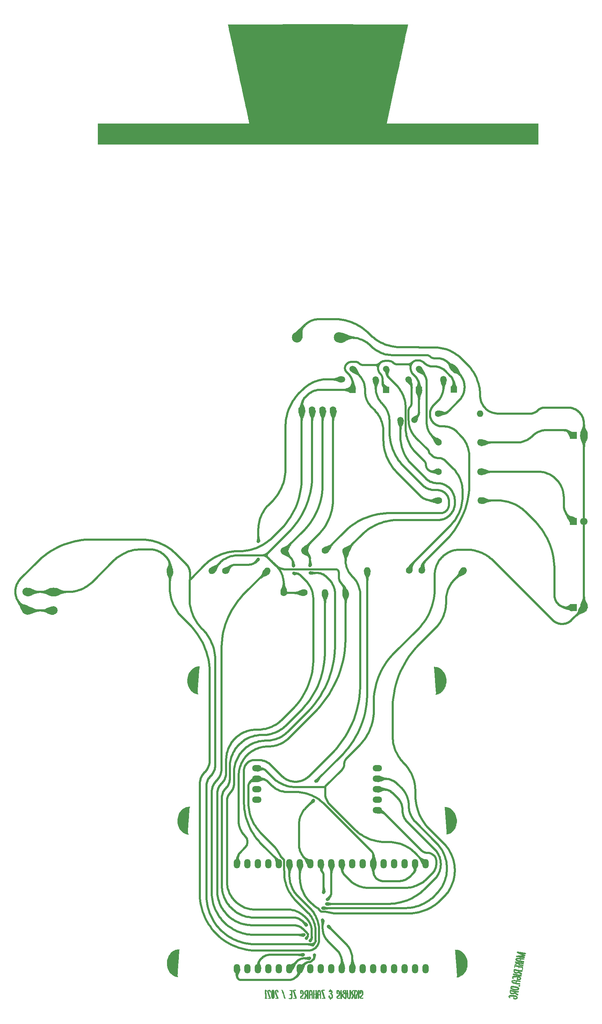
<source format=gbr>
G04 #@! TF.GenerationSoftware,KiCad,Pcbnew,(5.1.10)-1*
G04 #@! TF.CreationDate,2021-11-11T13:48:34+02:00*
G04 #@! TF.ProjectId,airguard_v1,61697267-7561-4726-945f-76312e6b6963,rev?*
G04 #@! TF.SameCoordinates,Original*
G04 #@! TF.FileFunction,Copper,L2,Bot*
G04 #@! TF.FilePolarity,Positive*
%FSLAX46Y46*%
G04 Gerber Fmt 4.6, Leading zero omitted, Abs format (unit mm)*
G04 Created by KiCad (PCBNEW (5.1.10)-1) date 2021-11-11 13:48:34*
%MOMM*%
%LPD*%
G01*
G04 APERTURE LIST*
G04 #@! TA.AperFunction,EtchedComponent*
%ADD10C,0.010000*%
G04 #@! TD*
G04 #@! TA.AperFunction,ComponentPad*
%ADD11O,2.300000X1.500000*%
G04 #@! TD*
G04 #@! TA.AperFunction,ComponentPad*
%ADD12C,2.000000*%
G04 #@! TD*
G04 #@! TA.AperFunction,ComponentPad*
%ADD13C,1.500000*%
G04 #@! TD*
G04 #@! TA.AperFunction,ComponentPad*
%ADD14C,1.800000*%
G04 #@! TD*
G04 #@! TA.AperFunction,ComponentPad*
%ADD15R,1.800000X1.800000*%
G04 #@! TD*
G04 #@! TA.AperFunction,ComponentPad*
%ADD16O,1.600000X1.600000*%
G04 #@! TD*
G04 #@! TA.AperFunction,ComponentPad*
%ADD17C,1.600000*%
G04 #@! TD*
G04 #@! TA.AperFunction,ComponentPad*
%ADD18R,1.520000X1.520000*%
G04 #@! TD*
G04 #@! TA.AperFunction,ComponentPad*
%ADD19C,1.520000*%
G04 #@! TD*
G04 #@! TA.AperFunction,ComponentPad*
%ADD20O,1.600000X2.000000*%
G04 #@! TD*
G04 #@! TA.AperFunction,ComponentPad*
%ADD21C,2.499360*%
G04 #@! TD*
G04 #@! TA.AperFunction,ComponentPad*
%ADD22O,1.500000X2.300000*%
G04 #@! TD*
G04 #@! TA.AperFunction,ViaPad*
%ADD23C,0.800000*%
G04 #@! TD*
G04 #@! TA.AperFunction,Conductor*
%ADD24C,0.500000*%
G04 #@! TD*
G04 #@! TA.AperFunction,Conductor*
%ADD25C,0.025400*%
G04 #@! TD*
G04 #@! TA.AperFunction,Conductor*
%ADD26C,0.100000*%
G04 #@! TD*
G04 APERTURE END LIST*
D10*
G04 #@! TO.C,G\u002A\u002A\u002A*
G36*
X127477850Y-31672515D02*
G01*
X128427158Y-31672560D01*
X129365291Y-31672635D01*
X130291365Y-31672739D01*
X131204498Y-31672872D01*
X132103805Y-31673031D01*
X132988405Y-31673218D01*
X133857413Y-31673431D01*
X134709948Y-31673670D01*
X135545125Y-31673934D01*
X136362061Y-31674223D01*
X137159873Y-31674535D01*
X137937679Y-31674870D01*
X138694595Y-31675228D01*
X139429737Y-31675607D01*
X140142223Y-31676008D01*
X140831170Y-31676429D01*
X141495694Y-31676870D01*
X142134912Y-31677331D01*
X142747942Y-31677810D01*
X143333899Y-31678307D01*
X143891901Y-31678821D01*
X144421065Y-31679352D01*
X144920507Y-31679899D01*
X145389344Y-31680461D01*
X145826694Y-31681039D01*
X146231673Y-31681630D01*
X146603398Y-31682235D01*
X146940985Y-31682852D01*
X147243552Y-31683482D01*
X147510216Y-31684123D01*
X147740093Y-31684776D01*
X147932300Y-31685438D01*
X148085954Y-31686110D01*
X148200172Y-31686791D01*
X148274070Y-31687481D01*
X148306766Y-31688178D01*
X148308417Y-31688375D01*
X148303916Y-31709805D01*
X148290685Y-31771452D01*
X148268975Y-31872162D01*
X148239036Y-32010783D01*
X148201118Y-32186161D01*
X148155471Y-32397143D01*
X148102345Y-32642576D01*
X148041991Y-32921305D01*
X147974657Y-33232179D01*
X147900594Y-33574044D01*
X147820053Y-33945746D01*
X147733282Y-34346132D01*
X147640533Y-34774049D01*
X147542055Y-35228344D01*
X147438098Y-35707863D01*
X147328912Y-36211454D01*
X147214747Y-36737962D01*
X147095853Y-37286235D01*
X146972480Y-37855119D01*
X146844879Y-38443462D01*
X146713298Y-39050109D01*
X146577989Y-39673908D01*
X146439201Y-40313705D01*
X146297184Y-40968347D01*
X146152188Y-41636681D01*
X146004464Y-42317553D01*
X145854261Y-43009811D01*
X145710140Y-43674000D01*
X143112777Y-55643750D01*
X161496097Y-55654333D01*
X179879416Y-55664916D01*
X179890172Y-60713166D01*
X73230994Y-60713166D01*
X73241750Y-55664916D01*
X91577375Y-55659612D01*
X92457200Y-55659338D01*
X93326656Y-55659027D01*
X94184779Y-55658681D01*
X95030605Y-55658300D01*
X95863173Y-55657887D01*
X96681520Y-55657443D01*
X97484682Y-55656967D01*
X98271697Y-55656463D01*
X99041601Y-55655930D01*
X99793433Y-55655371D01*
X100526229Y-55654786D01*
X101239027Y-55654176D01*
X101930863Y-55653543D01*
X102600775Y-55652889D01*
X103247801Y-55652213D01*
X103870976Y-55651517D01*
X104469338Y-55650803D01*
X105041925Y-55650072D01*
X105587774Y-55649325D01*
X106105922Y-55648562D01*
X106595405Y-55647786D01*
X107055262Y-55646998D01*
X107484529Y-55646198D01*
X107882243Y-55645388D01*
X108247442Y-55644569D01*
X108579163Y-55643743D01*
X108876444Y-55642910D01*
X109138320Y-55642071D01*
X109363829Y-55641229D01*
X109552010Y-55640383D01*
X109701897Y-55639536D01*
X109812530Y-55638688D01*
X109882945Y-55637841D01*
X109912179Y-55636996D01*
X109913000Y-55636829D01*
X109908553Y-55615304D01*
X109895380Y-55553562D01*
X109873730Y-55452757D01*
X109843853Y-55314045D01*
X109806000Y-55138580D01*
X109760421Y-54927515D01*
X109707364Y-54682004D01*
X109647082Y-54403203D01*
X109579822Y-54092266D01*
X109505836Y-53750346D01*
X109425374Y-53378598D01*
X109338685Y-52978176D01*
X109246019Y-52550235D01*
X109147627Y-52095928D01*
X109043758Y-51616411D01*
X108934663Y-51112836D01*
X108820591Y-50586359D01*
X108701793Y-50038134D01*
X108578518Y-49469315D01*
X108451017Y-48881056D01*
X108319539Y-48274512D01*
X108184335Y-47650837D01*
X108045654Y-47011184D01*
X107903746Y-46356709D01*
X107758862Y-45688566D01*
X107611252Y-45007908D01*
X107461165Y-44315891D01*
X107320083Y-43665446D01*
X107167921Y-42963915D01*
X107018005Y-42272668D01*
X106870583Y-41592859D01*
X106725906Y-40925644D01*
X106584225Y-40272175D01*
X106445788Y-39633608D01*
X106310846Y-39011098D01*
X106179649Y-38405798D01*
X106052447Y-37818864D01*
X105929490Y-37251450D01*
X105811029Y-36704710D01*
X105697312Y-36179799D01*
X105588591Y-35677872D01*
X105485114Y-35200082D01*
X105387133Y-34747585D01*
X105294897Y-34321535D01*
X105208656Y-33923087D01*
X105128660Y-33553394D01*
X105055159Y-33213612D01*
X104988404Y-32904896D01*
X104928644Y-32628399D01*
X104876129Y-32385276D01*
X104831109Y-32176681D01*
X104793835Y-32003770D01*
X104764556Y-31867697D01*
X104743522Y-31769616D01*
X104730984Y-31710681D01*
X104727166Y-31692020D01*
X104748244Y-31691002D01*
X104811122Y-31690006D01*
X104915267Y-31689032D01*
X105060146Y-31688081D01*
X105245227Y-31687153D01*
X105469975Y-31686249D01*
X105733857Y-31685369D01*
X106036342Y-31684514D01*
X106376895Y-31683684D01*
X106754983Y-31682880D01*
X107170074Y-31682102D01*
X107621634Y-31681350D01*
X108109131Y-31680625D01*
X108632030Y-31679928D01*
X109189800Y-31679259D01*
X109781906Y-31678619D01*
X110407816Y-31678007D01*
X111066997Y-31677425D01*
X111758915Y-31676873D01*
X112483038Y-31676351D01*
X113238833Y-31675861D01*
X114025765Y-31675401D01*
X114843303Y-31674974D01*
X115690913Y-31674578D01*
X116568062Y-31674216D01*
X117474218Y-31673887D01*
X118408845Y-31673591D01*
X119371413Y-31673330D01*
X120361388Y-31673104D01*
X121378235Y-31672913D01*
X122421424Y-31672757D01*
X123490420Y-31672638D01*
X124584690Y-31672555D01*
X125703701Y-31672509D01*
X126518250Y-31672500D01*
X127477850Y-31672515D01*
G37*
X127477850Y-31672515D02*
X128427158Y-31672560D01*
X129365291Y-31672635D01*
X130291365Y-31672739D01*
X131204498Y-31672872D01*
X132103805Y-31673031D01*
X132988405Y-31673218D01*
X133857413Y-31673431D01*
X134709948Y-31673670D01*
X135545125Y-31673934D01*
X136362061Y-31674223D01*
X137159873Y-31674535D01*
X137937679Y-31674870D01*
X138694595Y-31675228D01*
X139429737Y-31675607D01*
X140142223Y-31676008D01*
X140831170Y-31676429D01*
X141495694Y-31676870D01*
X142134912Y-31677331D01*
X142747942Y-31677810D01*
X143333899Y-31678307D01*
X143891901Y-31678821D01*
X144421065Y-31679352D01*
X144920507Y-31679899D01*
X145389344Y-31680461D01*
X145826694Y-31681039D01*
X146231673Y-31681630D01*
X146603398Y-31682235D01*
X146940985Y-31682852D01*
X147243552Y-31683482D01*
X147510216Y-31684123D01*
X147740093Y-31684776D01*
X147932300Y-31685438D01*
X148085954Y-31686110D01*
X148200172Y-31686791D01*
X148274070Y-31687481D01*
X148306766Y-31688178D01*
X148308417Y-31688375D01*
X148303916Y-31709805D01*
X148290685Y-31771452D01*
X148268975Y-31872162D01*
X148239036Y-32010783D01*
X148201118Y-32186161D01*
X148155471Y-32397143D01*
X148102345Y-32642576D01*
X148041991Y-32921305D01*
X147974657Y-33232179D01*
X147900594Y-33574044D01*
X147820053Y-33945746D01*
X147733282Y-34346132D01*
X147640533Y-34774049D01*
X147542055Y-35228344D01*
X147438098Y-35707863D01*
X147328912Y-36211454D01*
X147214747Y-36737962D01*
X147095853Y-37286235D01*
X146972480Y-37855119D01*
X146844879Y-38443462D01*
X146713298Y-39050109D01*
X146577989Y-39673908D01*
X146439201Y-40313705D01*
X146297184Y-40968347D01*
X146152188Y-41636681D01*
X146004464Y-42317553D01*
X145854261Y-43009811D01*
X145710140Y-43674000D01*
X143112777Y-55643750D01*
X161496097Y-55654333D01*
X179879416Y-55664916D01*
X179890172Y-60713166D01*
X73230994Y-60713166D01*
X73241750Y-55664916D01*
X91577375Y-55659612D01*
X92457200Y-55659338D01*
X93326656Y-55659027D01*
X94184779Y-55658681D01*
X95030605Y-55658300D01*
X95863173Y-55657887D01*
X96681520Y-55657443D01*
X97484682Y-55656967D01*
X98271697Y-55656463D01*
X99041601Y-55655930D01*
X99793433Y-55655371D01*
X100526229Y-55654786D01*
X101239027Y-55654176D01*
X101930863Y-55653543D01*
X102600775Y-55652889D01*
X103247801Y-55652213D01*
X103870976Y-55651517D01*
X104469338Y-55650803D01*
X105041925Y-55650072D01*
X105587774Y-55649325D01*
X106105922Y-55648562D01*
X106595405Y-55647786D01*
X107055262Y-55646998D01*
X107484529Y-55646198D01*
X107882243Y-55645388D01*
X108247442Y-55644569D01*
X108579163Y-55643743D01*
X108876444Y-55642910D01*
X109138320Y-55642071D01*
X109363829Y-55641229D01*
X109552010Y-55640383D01*
X109701897Y-55639536D01*
X109812530Y-55638688D01*
X109882945Y-55637841D01*
X109912179Y-55636996D01*
X109913000Y-55636829D01*
X109908553Y-55615304D01*
X109895380Y-55553562D01*
X109873730Y-55452757D01*
X109843853Y-55314045D01*
X109806000Y-55138580D01*
X109760421Y-54927515D01*
X109707364Y-54682004D01*
X109647082Y-54403203D01*
X109579822Y-54092266D01*
X109505836Y-53750346D01*
X109425374Y-53378598D01*
X109338685Y-52978176D01*
X109246019Y-52550235D01*
X109147627Y-52095928D01*
X109043758Y-51616411D01*
X108934663Y-51112836D01*
X108820591Y-50586359D01*
X108701793Y-50038134D01*
X108578518Y-49469315D01*
X108451017Y-48881056D01*
X108319539Y-48274512D01*
X108184335Y-47650837D01*
X108045654Y-47011184D01*
X107903746Y-46356709D01*
X107758862Y-45688566D01*
X107611252Y-45007908D01*
X107461165Y-44315891D01*
X107320083Y-43665446D01*
X107167921Y-42963915D01*
X107018005Y-42272668D01*
X106870583Y-41592859D01*
X106725906Y-40925644D01*
X106584225Y-40272175D01*
X106445788Y-39633608D01*
X106310846Y-39011098D01*
X106179649Y-38405798D01*
X106052447Y-37818864D01*
X105929490Y-37251450D01*
X105811029Y-36704710D01*
X105697312Y-36179799D01*
X105588591Y-35677872D01*
X105485114Y-35200082D01*
X105387133Y-34747585D01*
X105294897Y-34321535D01*
X105208656Y-33923087D01*
X105128660Y-33553394D01*
X105055159Y-33213612D01*
X104988404Y-32904896D01*
X104928644Y-32628399D01*
X104876129Y-32385276D01*
X104831109Y-32176681D01*
X104793835Y-32003770D01*
X104764556Y-31867697D01*
X104743522Y-31769616D01*
X104730984Y-31710681D01*
X104727166Y-31692020D01*
X104748244Y-31691002D01*
X104811122Y-31690006D01*
X104915267Y-31689032D01*
X105060146Y-31688081D01*
X105245227Y-31687153D01*
X105469975Y-31686249D01*
X105733857Y-31685369D01*
X106036342Y-31684514D01*
X106376895Y-31683684D01*
X106754983Y-31682880D01*
X107170074Y-31682102D01*
X107621634Y-31681350D01*
X108109131Y-31680625D01*
X108632030Y-31679928D01*
X109189800Y-31679259D01*
X109781906Y-31678619D01*
X110407816Y-31678007D01*
X111066997Y-31677425D01*
X111758915Y-31676873D01*
X112483038Y-31676351D01*
X113238833Y-31675861D01*
X114025765Y-31675401D01*
X114843303Y-31674974D01*
X115690913Y-31674578D01*
X116568062Y-31674216D01*
X117474218Y-31673887D01*
X118408845Y-31673591D01*
X119371413Y-31673330D01*
X120361388Y-31673104D01*
X121378235Y-31672913D01*
X122421424Y-31672757D01*
X123490420Y-31672638D01*
X124584690Y-31672555D01*
X125703701Y-31672509D01*
X126518250Y-31672500D01*
X127477850Y-31672515D01*
G36*
X97724961Y-187029770D02*
G01*
X97726011Y-187029889D01*
X97786024Y-187038403D01*
X97813508Y-187050786D01*
X97818127Y-187074382D01*
X97813990Y-187096762D01*
X97799445Y-187149217D01*
X97776275Y-187220202D01*
X97762804Y-187258083D01*
X97756772Y-187279371D01*
X97750286Y-187312661D01*
X97743181Y-187359915D01*
X97735292Y-187423093D01*
X97726456Y-187504156D01*
X97716509Y-187605065D01*
X97705285Y-187727780D01*
X97692621Y-187874263D01*
X97678353Y-188046473D01*
X97662315Y-188246372D01*
X97644344Y-188475921D01*
X97624276Y-188737081D01*
X97601946Y-189031811D01*
X97577189Y-189362074D01*
X97549842Y-189729829D01*
X97519741Y-190137038D01*
X97506405Y-190318021D01*
X97476087Y-190729943D01*
X97448761Y-191101776D01*
X97424301Y-191435649D01*
X97402582Y-191733692D01*
X97383477Y-191998033D01*
X97366861Y-192230802D01*
X97352608Y-192434129D01*
X97340593Y-192610142D01*
X97330688Y-192760972D01*
X97322770Y-192888746D01*
X97316711Y-192995595D01*
X97312386Y-193083648D01*
X97309669Y-193155034D01*
X97308435Y-193211882D01*
X97308557Y-193256322D01*
X97309911Y-193290482D01*
X97312369Y-193316493D01*
X97315806Y-193336483D01*
X97320097Y-193352583D01*
X97325116Y-193366920D01*
X97326119Y-193369562D01*
X97362293Y-193441890D01*
X97414468Y-193521158D01*
X97448714Y-193563999D01*
X97534097Y-193661000D01*
X97368257Y-193659011D01*
X97263550Y-193654055D01*
X97152460Y-193643055D01*
X97064833Y-193629426D01*
X96780270Y-193551335D01*
X96510441Y-193435790D01*
X96256648Y-193285486D01*
X96020195Y-193103114D01*
X95802385Y-192891367D01*
X95604519Y-192652939D01*
X95427901Y-192390522D01*
X95273834Y-192106810D01*
X95143621Y-191804496D01*
X95038564Y-191486271D01*
X94959966Y-191154830D01*
X94909131Y-190812865D01*
X94887360Y-190463069D01*
X94895957Y-190108135D01*
X94936225Y-189750756D01*
X95009465Y-189393625D01*
X95011574Y-189385333D01*
X95114536Y-189054808D01*
X95249795Y-188737461D01*
X95414408Y-188436723D01*
X95605433Y-188156028D01*
X95819928Y-187898807D01*
X96054951Y-187668494D01*
X96307559Y-187468520D01*
X96574811Y-187302319D01*
X96853763Y-187173322D01*
X96932045Y-187144857D01*
X97091989Y-187098012D01*
X97263850Y-187061257D01*
X97435032Y-187036415D01*
X97592935Y-187025311D01*
X97724961Y-187029770D01*
G37*
X97724961Y-187029770D02*
X97726011Y-187029889D01*
X97786024Y-187038403D01*
X97813508Y-187050786D01*
X97818127Y-187074382D01*
X97813990Y-187096762D01*
X97799445Y-187149217D01*
X97776275Y-187220202D01*
X97762804Y-187258083D01*
X97756772Y-187279371D01*
X97750286Y-187312661D01*
X97743181Y-187359915D01*
X97735292Y-187423093D01*
X97726456Y-187504156D01*
X97716509Y-187605065D01*
X97705285Y-187727780D01*
X97692621Y-187874263D01*
X97678353Y-188046473D01*
X97662315Y-188246372D01*
X97644344Y-188475921D01*
X97624276Y-188737081D01*
X97601946Y-189031811D01*
X97577189Y-189362074D01*
X97549842Y-189729829D01*
X97519741Y-190137038D01*
X97506405Y-190318021D01*
X97476087Y-190729943D01*
X97448761Y-191101776D01*
X97424301Y-191435649D01*
X97402582Y-191733692D01*
X97383477Y-191998033D01*
X97366861Y-192230802D01*
X97352608Y-192434129D01*
X97340593Y-192610142D01*
X97330688Y-192760972D01*
X97322770Y-192888746D01*
X97316711Y-192995595D01*
X97312386Y-193083648D01*
X97309669Y-193155034D01*
X97308435Y-193211882D01*
X97308557Y-193256322D01*
X97309911Y-193290482D01*
X97312369Y-193316493D01*
X97315806Y-193336483D01*
X97320097Y-193352583D01*
X97325116Y-193366920D01*
X97326119Y-193369562D01*
X97362293Y-193441890D01*
X97414468Y-193521158D01*
X97448714Y-193563999D01*
X97534097Y-193661000D01*
X97368257Y-193659011D01*
X97263550Y-193654055D01*
X97152460Y-193643055D01*
X97064833Y-193629426D01*
X96780270Y-193551335D01*
X96510441Y-193435790D01*
X96256648Y-193285486D01*
X96020195Y-193103114D01*
X95802385Y-192891367D01*
X95604519Y-192652939D01*
X95427901Y-192390522D01*
X95273834Y-192106810D01*
X95143621Y-191804496D01*
X95038564Y-191486271D01*
X94959966Y-191154830D01*
X94909131Y-190812865D01*
X94887360Y-190463069D01*
X94895957Y-190108135D01*
X94936225Y-189750756D01*
X95009465Y-189393625D01*
X95011574Y-189385333D01*
X95114536Y-189054808D01*
X95249795Y-188737461D01*
X95414408Y-188436723D01*
X95605433Y-188156028D01*
X95819928Y-187898807D01*
X96054951Y-187668494D01*
X96307559Y-187468520D01*
X96574811Y-187302319D01*
X96853763Y-187173322D01*
X96932045Y-187144857D01*
X97091989Y-187098012D01*
X97263850Y-187061257D01*
X97435032Y-187036415D01*
X97592935Y-187025311D01*
X97724961Y-187029770D01*
G36*
X154960958Y-187125922D02*
G01*
X155172306Y-187142135D01*
X155363460Y-187175637D01*
X155549515Y-187230242D01*
X155745563Y-187309761D01*
X155812916Y-187341111D01*
X156081989Y-187492458D01*
X156336815Y-187681251D01*
X156575212Y-187904360D01*
X156795000Y-188158652D01*
X156993996Y-188440998D01*
X157170021Y-188748267D01*
X157320891Y-189077326D01*
X157444427Y-189425045D01*
X157538447Y-189788294D01*
X157547175Y-189830457D01*
X157593770Y-190110632D01*
X157615597Y-190374758D01*
X157613672Y-190640363D01*
X157602903Y-190792916D01*
X157552337Y-191169356D01*
X157471167Y-191528907D01*
X157361039Y-191869408D01*
X157223600Y-192188697D01*
X157060497Y-192484612D01*
X156873376Y-192754992D01*
X156663885Y-192997674D01*
X156433670Y-193210497D01*
X156184377Y-193391298D01*
X155917655Y-193537917D01*
X155635148Y-193648191D01*
X155378769Y-193712701D01*
X155279190Y-193728783D01*
X155178295Y-193740519D01*
X155096287Y-193745611D01*
X155089262Y-193745666D01*
X154973534Y-193745666D01*
X155048642Y-193657920D01*
X155107766Y-193577292D01*
X155145919Y-193501174D01*
X155159790Y-193438106D01*
X155148769Y-193399552D01*
X155145160Y-193376373D01*
X155138704Y-193313835D01*
X155129617Y-193214804D01*
X155118116Y-193082143D01*
X155104419Y-192918717D01*
X155088741Y-192727389D01*
X155071301Y-192511024D01*
X155052314Y-192272487D01*
X155031998Y-192014641D01*
X155010569Y-191740350D01*
X154988245Y-191452479D01*
X154965242Y-191153893D01*
X154941777Y-190847454D01*
X154918068Y-190536028D01*
X154894330Y-190222478D01*
X154870781Y-189909669D01*
X154847638Y-189600466D01*
X154825117Y-189297731D01*
X154803436Y-189004330D01*
X154782811Y-188723127D01*
X154763459Y-188456985D01*
X154745598Y-188208770D01*
X154729443Y-187981344D01*
X154715212Y-187777573D01*
X154703122Y-187600321D01*
X154693390Y-187452452D01*
X154686232Y-187336830D01*
X154681865Y-187256319D01*
X154680500Y-187215409D01*
X154680500Y-187114977D01*
X154960958Y-187125922D01*
G37*
X154960958Y-187125922D02*
X155172306Y-187142135D01*
X155363460Y-187175637D01*
X155549515Y-187230242D01*
X155745563Y-187309761D01*
X155812916Y-187341111D01*
X156081989Y-187492458D01*
X156336815Y-187681251D01*
X156575212Y-187904360D01*
X156795000Y-188158652D01*
X156993996Y-188440998D01*
X157170021Y-188748267D01*
X157320891Y-189077326D01*
X157444427Y-189425045D01*
X157538447Y-189788294D01*
X157547175Y-189830457D01*
X157593770Y-190110632D01*
X157615597Y-190374758D01*
X157613672Y-190640363D01*
X157602903Y-190792916D01*
X157552337Y-191169356D01*
X157471167Y-191528907D01*
X157361039Y-191869408D01*
X157223600Y-192188697D01*
X157060497Y-192484612D01*
X156873376Y-192754992D01*
X156663885Y-192997674D01*
X156433670Y-193210497D01*
X156184377Y-193391298D01*
X155917655Y-193537917D01*
X155635148Y-193648191D01*
X155378769Y-193712701D01*
X155279190Y-193728783D01*
X155178295Y-193740519D01*
X155096287Y-193745611D01*
X155089262Y-193745666D01*
X154973534Y-193745666D01*
X155048642Y-193657920D01*
X155107766Y-193577292D01*
X155145919Y-193501174D01*
X155159790Y-193438106D01*
X155148769Y-193399552D01*
X155145160Y-193376373D01*
X155138704Y-193313835D01*
X155129617Y-193214804D01*
X155118116Y-193082143D01*
X155104419Y-192918717D01*
X155088741Y-192727389D01*
X155071301Y-192511024D01*
X155052314Y-192272487D01*
X155031998Y-192014641D01*
X155010569Y-191740350D01*
X154988245Y-191452479D01*
X154965242Y-191153893D01*
X154941777Y-190847454D01*
X154918068Y-190536028D01*
X154894330Y-190222478D01*
X154870781Y-189909669D01*
X154847638Y-189600466D01*
X154825117Y-189297731D01*
X154803436Y-189004330D01*
X154782811Y-188723127D01*
X154763459Y-188456985D01*
X154745598Y-188208770D01*
X154729443Y-187981344D01*
X154715212Y-187777573D01*
X154703122Y-187600321D01*
X154693390Y-187452452D01*
X154686232Y-187336830D01*
X154681865Y-187256319D01*
X154680500Y-187215409D01*
X154680500Y-187114977D01*
X154960958Y-187125922D01*
G36*
X157593602Y-221041999D02*
G01*
X157810463Y-221077187D01*
X158024833Y-221131598D01*
X158162416Y-221178720D01*
X158444693Y-221310067D01*
X158713499Y-221479478D01*
X158966389Y-221684146D01*
X159200914Y-221921262D01*
X159414630Y-222188019D01*
X159605088Y-222481607D01*
X159769843Y-222799220D01*
X159906447Y-223138048D01*
X159929916Y-223207323D01*
X160024433Y-223533226D01*
X160087400Y-223843334D01*
X160120281Y-224148347D01*
X160124542Y-224458967D01*
X160118667Y-224585500D01*
X160078799Y-224956392D01*
X160007311Y-225312151D01*
X159905909Y-225650493D01*
X159776296Y-225969136D01*
X159620178Y-226265797D01*
X159439260Y-226538193D01*
X159235247Y-226784040D01*
X159009844Y-227001056D01*
X158764755Y-227186958D01*
X158501686Y-227339463D01*
X158222341Y-227456289D01*
X157928426Y-227535151D01*
X157913700Y-227537996D01*
X157794137Y-227558719D01*
X157711758Y-227568131D01*
X157662996Y-227566391D01*
X157644285Y-227553657D01*
X157643833Y-227550082D01*
X157659094Y-227521129D01*
X157662873Y-227518397D01*
X157678392Y-227492512D01*
X157696995Y-227439413D01*
X157707072Y-227401753D01*
X157710257Y-227382747D01*
X157712363Y-227355084D01*
X157713262Y-227316751D01*
X157712825Y-227265735D01*
X157710924Y-227200023D01*
X157707431Y-227117603D01*
X157702217Y-227016460D01*
X157695155Y-226894584D01*
X157686116Y-226749960D01*
X157674972Y-226580576D01*
X157661594Y-226384419D01*
X157645854Y-226159476D01*
X157627624Y-225903734D01*
X157606776Y-225615181D01*
X157583182Y-225291804D01*
X157556713Y-224931589D01*
X157527240Y-224532524D01*
X157505761Y-224242563D01*
X157474183Y-223817297D01*
X157445481Y-223432252D01*
X157419486Y-223085425D01*
X157396027Y-222774812D01*
X157374935Y-222498410D01*
X157356039Y-222254216D01*
X157339169Y-222040227D01*
X157324155Y-221854440D01*
X157310826Y-221694852D01*
X157299014Y-221559460D01*
X157288547Y-221446261D01*
X157279256Y-221353251D01*
X157270970Y-221278428D01*
X157263520Y-221219789D01*
X157256735Y-221175329D01*
X157250446Y-221143048D01*
X157244481Y-221120940D01*
X157239651Y-221108875D01*
X157200012Y-221029500D01*
X157392139Y-221029500D01*
X157593602Y-221041999D01*
G37*
X157593602Y-221041999D02*
X157810463Y-221077187D01*
X158024833Y-221131598D01*
X158162416Y-221178720D01*
X158444693Y-221310067D01*
X158713499Y-221479478D01*
X158966389Y-221684146D01*
X159200914Y-221921262D01*
X159414630Y-222188019D01*
X159605088Y-222481607D01*
X159769843Y-222799220D01*
X159906447Y-223138048D01*
X159929916Y-223207323D01*
X160024433Y-223533226D01*
X160087400Y-223843334D01*
X160120281Y-224148347D01*
X160124542Y-224458967D01*
X160118667Y-224585500D01*
X160078799Y-224956392D01*
X160007311Y-225312151D01*
X159905909Y-225650493D01*
X159776296Y-225969136D01*
X159620178Y-226265797D01*
X159439260Y-226538193D01*
X159235247Y-226784040D01*
X159009844Y-227001056D01*
X158764755Y-227186958D01*
X158501686Y-227339463D01*
X158222341Y-227456289D01*
X157928426Y-227535151D01*
X157913700Y-227537996D01*
X157794137Y-227558719D01*
X157711758Y-227568131D01*
X157662996Y-227566391D01*
X157644285Y-227553657D01*
X157643833Y-227550082D01*
X157659094Y-227521129D01*
X157662873Y-227518397D01*
X157678392Y-227492512D01*
X157696995Y-227439413D01*
X157707072Y-227401753D01*
X157710257Y-227382747D01*
X157712363Y-227355084D01*
X157713262Y-227316751D01*
X157712825Y-227265735D01*
X157710924Y-227200023D01*
X157707431Y-227117603D01*
X157702217Y-227016460D01*
X157695155Y-226894584D01*
X157686116Y-226749960D01*
X157674972Y-226580576D01*
X157661594Y-226384419D01*
X157645854Y-226159476D01*
X157627624Y-225903734D01*
X157606776Y-225615181D01*
X157583182Y-225291804D01*
X157556713Y-224931589D01*
X157527240Y-224532524D01*
X157505761Y-224242563D01*
X157474183Y-223817297D01*
X157445481Y-223432252D01*
X157419486Y-223085425D01*
X157396027Y-222774812D01*
X157374935Y-222498410D01*
X157356039Y-222254216D01*
X157339169Y-222040227D01*
X157324155Y-221854440D01*
X157310826Y-221694852D01*
X157299014Y-221559460D01*
X157288547Y-221446261D01*
X157279256Y-221353251D01*
X157270970Y-221278428D01*
X157263520Y-221219789D01*
X157256735Y-221175329D01*
X157250446Y-221143048D01*
X157244481Y-221120940D01*
X157239651Y-221108875D01*
X157200012Y-221029500D01*
X157392139Y-221029500D01*
X157593602Y-221041999D01*
G36*
X95426066Y-221075643D02*
G01*
X95383975Y-221128643D01*
X95356440Y-221170651D01*
X95350248Y-221186768D01*
X95348687Y-221210188D01*
X95344145Y-221273417D01*
X95336798Y-221374048D01*
X95326827Y-221509676D01*
X95314410Y-221677893D01*
X95299725Y-221876294D01*
X95282950Y-222102473D01*
X95264266Y-222354022D01*
X95243849Y-222628536D01*
X95221878Y-222923609D01*
X95198533Y-223236833D01*
X95173991Y-223565803D01*
X95148432Y-223908113D01*
X95128109Y-224180090D01*
X95101948Y-224531708D01*
X95076849Y-224872267D01*
X95052980Y-225199322D01*
X95030510Y-225510433D01*
X95009608Y-225803156D01*
X94990441Y-226075051D01*
X94973178Y-226323674D01*
X94957987Y-226546583D01*
X94945038Y-226741338D01*
X94934498Y-226905495D01*
X94926536Y-227036611D01*
X94921321Y-227132247D01*
X94919020Y-227189958D01*
X94919318Y-227206923D01*
X94935130Y-227250295D01*
X94966180Y-227318704D01*
X95006948Y-227400295D01*
X95026755Y-227437708D01*
X95120928Y-227612333D01*
X94986922Y-227611292D01*
X94902600Y-227605100D01*
X94797061Y-227589565D01*
X94689582Y-227567684D01*
X94661181Y-227560677D01*
X94359889Y-227461429D01*
X94075725Y-227325303D01*
X93810197Y-227154769D01*
X93564816Y-226952294D01*
X93341090Y-226720349D01*
X93140531Y-226461403D01*
X92964647Y-226177924D01*
X92814949Y-225872382D01*
X92692945Y-225547247D01*
X92600146Y-225204986D01*
X92538061Y-224848071D01*
X92508200Y-224478968D01*
X92512073Y-224100149D01*
X92515109Y-224050672D01*
X92558657Y-223668932D01*
X92636080Y-223301459D01*
X92745811Y-222950909D01*
X92886284Y-222619940D01*
X93055932Y-222311211D01*
X93253189Y-222027377D01*
X93476487Y-221771098D01*
X93724260Y-221545030D01*
X93994942Y-221351832D01*
X94163016Y-221255253D01*
X94430954Y-221132580D01*
X94698607Y-221048620D01*
X94975668Y-221000978D01*
X95248011Y-220987166D01*
X95501798Y-220987166D01*
X95426066Y-221075643D01*
G37*
X95426066Y-221075643D02*
X95383975Y-221128643D01*
X95356440Y-221170651D01*
X95350248Y-221186768D01*
X95348687Y-221210188D01*
X95344145Y-221273417D01*
X95336798Y-221374048D01*
X95326827Y-221509676D01*
X95314410Y-221677893D01*
X95299725Y-221876294D01*
X95282950Y-222102473D01*
X95264266Y-222354022D01*
X95243849Y-222628536D01*
X95221878Y-222923609D01*
X95198533Y-223236833D01*
X95173991Y-223565803D01*
X95148432Y-223908113D01*
X95128109Y-224180090D01*
X95101948Y-224531708D01*
X95076849Y-224872267D01*
X95052980Y-225199322D01*
X95030510Y-225510433D01*
X95009608Y-225803156D01*
X94990441Y-226075051D01*
X94973178Y-226323674D01*
X94957987Y-226546583D01*
X94945038Y-226741338D01*
X94934498Y-226905495D01*
X94926536Y-227036611D01*
X94921321Y-227132247D01*
X94919020Y-227189958D01*
X94919318Y-227206923D01*
X94935130Y-227250295D01*
X94966180Y-227318704D01*
X95006948Y-227400295D01*
X95026755Y-227437708D01*
X95120928Y-227612333D01*
X94986922Y-227611292D01*
X94902600Y-227605100D01*
X94797061Y-227589565D01*
X94689582Y-227567684D01*
X94661181Y-227560677D01*
X94359889Y-227461429D01*
X94075725Y-227325303D01*
X93810197Y-227154769D01*
X93564816Y-226952294D01*
X93341090Y-226720349D01*
X93140531Y-226461403D01*
X92964647Y-226177924D01*
X92814949Y-225872382D01*
X92692945Y-225547247D01*
X92600146Y-225204986D01*
X92538061Y-224848071D01*
X92508200Y-224478968D01*
X92512073Y-224100149D01*
X92515109Y-224050672D01*
X92558657Y-223668932D01*
X92636080Y-223301459D01*
X92745811Y-222950909D01*
X92886284Y-222619940D01*
X93055932Y-222311211D01*
X93253189Y-222027377D01*
X93476487Y-221771098D01*
X93724260Y-221545030D01*
X93994942Y-221351832D01*
X94163016Y-221255253D01*
X94430954Y-221132580D01*
X94698607Y-221048620D01*
X94975668Y-221000978D01*
X95248011Y-220987166D01*
X95501798Y-220987166D01*
X95426066Y-221075643D01*
G36*
X174870555Y-255999985D02*
G01*
X174870915Y-256000559D01*
X174887438Y-256018343D01*
X174915827Y-256029793D01*
X174964404Y-256036261D01*
X175041492Y-256039095D01*
X175111804Y-256039631D01*
X175225652Y-256041968D01*
X175308928Y-256049468D01*
X175373241Y-256063722D01*
X175420853Y-256081964D01*
X175499996Y-256108478D01*
X175596867Y-256121511D01*
X175679361Y-256123833D01*
X175815359Y-256131570D01*
X175925558Y-256156213D01*
X175953000Y-256166166D01*
X176028899Y-256190816D01*
X176101621Y-256206078D01*
X176131370Y-256208500D01*
X176183051Y-256212765D01*
X176262766Y-256224205D01*
X176357229Y-256240787D01*
X176408083Y-256250833D01*
X176507826Y-256269469D01*
X176602622Y-256283921D01*
X176677866Y-256292091D01*
X176703057Y-256293166D01*
X176777657Y-256302390D01*
X176830429Y-256334216D01*
X176838310Y-256342155D01*
X176874586Y-256384871D01*
X176879782Y-256408648D01*
X176854306Y-256422839D01*
X176842000Y-256426299D01*
X176806378Y-256454141D01*
X176799666Y-256480173D01*
X176781727Y-256537480D01*
X176730399Y-256573816D01*
X176649418Y-256588556D01*
X176542517Y-256581075D01*
X176413433Y-256550749D01*
X176400905Y-256546893D01*
X176251503Y-256514809D01*
X176115155Y-256506052D01*
X175963583Y-256507271D01*
X176080000Y-256560785D01*
X176169205Y-256596346D01*
X176266807Y-256627338D01*
X176313748Y-256638941D01*
X176430630Y-256678869D01*
X176517076Y-256731740D01*
X176579040Y-256776296D01*
X176637878Y-256811385D01*
X176659578Y-256821381D01*
X176704735Y-256846443D01*
X176726989Y-256871282D01*
X176727440Y-256922418D01*
X176702886Y-256979257D01*
X176662830Y-257022984D01*
X176645718Y-257032174D01*
X176594993Y-257060906D01*
X176568663Y-257084711D01*
X176550661Y-257098402D01*
X176518670Y-257108128D01*
X176466106Y-257114596D01*
X176386384Y-257118513D01*
X176272919Y-257120585D01*
X176230866Y-257120956D01*
X175921250Y-257123246D01*
X176080000Y-257152006D01*
X176169927Y-257172235D01*
X176254219Y-257197840D01*
X176314891Y-257223342D01*
X176315715Y-257223799D01*
X176416356Y-257258970D01*
X176500923Y-257266833D01*
X176609166Y-257266833D01*
X176609166Y-257359228D01*
X176595034Y-257456759D01*
X176553192Y-257523010D01*
X176484469Y-257557027D01*
X176433005Y-257561619D01*
X176358793Y-257550431D01*
X176290448Y-257524894D01*
X176281083Y-257519397D01*
X176198340Y-257487304D01*
X176111750Y-257478185D01*
X176030966Y-257474394D01*
X175933958Y-257465183D01*
X175868333Y-257456468D01*
X175787068Y-257444338D01*
X175680480Y-257428953D01*
X175565203Y-257412696D01*
X175498789Y-257403515D01*
X175381541Y-257385297D01*
X175299828Y-257367049D01*
X175246886Y-257346968D01*
X175222258Y-257329871D01*
X175199102Y-257312199D01*
X175168744Y-257300279D01*
X175123062Y-257293014D01*
X175053936Y-257289307D01*
X174953244Y-257288059D01*
X174912458Y-257288000D01*
X174786301Y-257286524D01*
X174696367Y-257279969D01*
X174636586Y-257265144D01*
X174600890Y-257238858D01*
X174583209Y-257197920D01*
X174577475Y-257139139D01*
X174577166Y-257111708D01*
X174577166Y-257012833D01*
X174700853Y-257012833D01*
X174796029Y-257004927D01*
X174899259Y-256984695D01*
X174947583Y-256970500D01*
X175006712Y-256952791D01*
X175069521Y-256940665D01*
X175145608Y-256933187D01*
X175244570Y-256929422D01*
X175376006Y-256928435D01*
X175379521Y-256928437D01*
X175555449Y-256925539D01*
X175696610Y-256916134D01*
X175810148Y-256899678D01*
X175840285Y-256893192D01*
X175917350Y-256874596D01*
X175959200Y-256861306D01*
X175971898Y-256849228D01*
X175961508Y-256834270D01*
X175946119Y-256821747D01*
X175847053Y-256759530D01*
X175732052Y-256709794D01*
X175639546Y-256685215D01*
X175573770Y-256666004D01*
X175491693Y-256630777D01*
X175417296Y-256590729D01*
X175324775Y-256539192D01*
X175220624Y-256487678D01*
X175148666Y-256456168D01*
X175083627Y-256428754D01*
X175789945Y-256428754D01*
X175804833Y-256441333D01*
X175838607Y-256460370D01*
X175843107Y-256453200D01*
X175836583Y-256441333D01*
X175805671Y-256421208D01*
X175798292Y-256420490D01*
X175789945Y-256428754D01*
X175083627Y-256428754D01*
X175024388Y-256403785D01*
X174932170Y-256358476D01*
X174863426Y-256315474D01*
X174809572Y-256270014D01*
X174804708Y-256265182D01*
X174756961Y-256192238D01*
X174746676Y-256113648D01*
X174774168Y-256039292D01*
X174796652Y-256012105D01*
X174831829Y-255979927D01*
X174851888Y-255976599D01*
X174870555Y-255999985D01*
G37*
X174870555Y-255999985D02*
X174870915Y-256000559D01*
X174887438Y-256018343D01*
X174915827Y-256029793D01*
X174964404Y-256036261D01*
X175041492Y-256039095D01*
X175111804Y-256039631D01*
X175225652Y-256041968D01*
X175308928Y-256049468D01*
X175373241Y-256063722D01*
X175420853Y-256081964D01*
X175499996Y-256108478D01*
X175596867Y-256121511D01*
X175679361Y-256123833D01*
X175815359Y-256131570D01*
X175925558Y-256156213D01*
X175953000Y-256166166D01*
X176028899Y-256190816D01*
X176101621Y-256206078D01*
X176131370Y-256208500D01*
X176183051Y-256212765D01*
X176262766Y-256224205D01*
X176357229Y-256240787D01*
X176408083Y-256250833D01*
X176507826Y-256269469D01*
X176602622Y-256283921D01*
X176677866Y-256292091D01*
X176703057Y-256293166D01*
X176777657Y-256302390D01*
X176830429Y-256334216D01*
X176838310Y-256342155D01*
X176874586Y-256384871D01*
X176879782Y-256408648D01*
X176854306Y-256422839D01*
X176842000Y-256426299D01*
X176806378Y-256454141D01*
X176799666Y-256480173D01*
X176781727Y-256537480D01*
X176730399Y-256573816D01*
X176649418Y-256588556D01*
X176542517Y-256581075D01*
X176413433Y-256550749D01*
X176400905Y-256546893D01*
X176251503Y-256514809D01*
X176115155Y-256506052D01*
X175963583Y-256507271D01*
X176080000Y-256560785D01*
X176169205Y-256596346D01*
X176266807Y-256627338D01*
X176313748Y-256638941D01*
X176430630Y-256678869D01*
X176517076Y-256731740D01*
X176579040Y-256776296D01*
X176637878Y-256811385D01*
X176659578Y-256821381D01*
X176704735Y-256846443D01*
X176726989Y-256871282D01*
X176727440Y-256922418D01*
X176702886Y-256979257D01*
X176662830Y-257022984D01*
X176645718Y-257032174D01*
X176594993Y-257060906D01*
X176568663Y-257084711D01*
X176550661Y-257098402D01*
X176518670Y-257108128D01*
X176466106Y-257114596D01*
X176386384Y-257118513D01*
X176272919Y-257120585D01*
X176230866Y-257120956D01*
X175921250Y-257123246D01*
X176080000Y-257152006D01*
X176169927Y-257172235D01*
X176254219Y-257197840D01*
X176314891Y-257223342D01*
X176315715Y-257223799D01*
X176416356Y-257258970D01*
X176500923Y-257266833D01*
X176609166Y-257266833D01*
X176609166Y-257359228D01*
X176595034Y-257456759D01*
X176553192Y-257523010D01*
X176484469Y-257557027D01*
X176433005Y-257561619D01*
X176358793Y-257550431D01*
X176290448Y-257524894D01*
X176281083Y-257519397D01*
X176198340Y-257487304D01*
X176111750Y-257478185D01*
X176030966Y-257474394D01*
X175933958Y-257465183D01*
X175868333Y-257456468D01*
X175787068Y-257444338D01*
X175680480Y-257428953D01*
X175565203Y-257412696D01*
X175498789Y-257403515D01*
X175381541Y-257385297D01*
X175299828Y-257367049D01*
X175246886Y-257346968D01*
X175222258Y-257329871D01*
X175199102Y-257312199D01*
X175168744Y-257300279D01*
X175123062Y-257293014D01*
X175053936Y-257289307D01*
X174953244Y-257288059D01*
X174912458Y-257288000D01*
X174786301Y-257286524D01*
X174696367Y-257279969D01*
X174636586Y-257265144D01*
X174600890Y-257238858D01*
X174583209Y-257197920D01*
X174577475Y-257139139D01*
X174577166Y-257111708D01*
X174577166Y-257012833D01*
X174700853Y-257012833D01*
X174796029Y-257004927D01*
X174899259Y-256984695D01*
X174947583Y-256970500D01*
X175006712Y-256952791D01*
X175069521Y-256940665D01*
X175145608Y-256933187D01*
X175244570Y-256929422D01*
X175376006Y-256928435D01*
X175379521Y-256928437D01*
X175555449Y-256925539D01*
X175696610Y-256916134D01*
X175810148Y-256899678D01*
X175840285Y-256893192D01*
X175917350Y-256874596D01*
X175959200Y-256861306D01*
X175971898Y-256849228D01*
X175961508Y-256834270D01*
X175946119Y-256821747D01*
X175847053Y-256759530D01*
X175732052Y-256709794D01*
X175639546Y-256685215D01*
X175573770Y-256666004D01*
X175491693Y-256630777D01*
X175417296Y-256590729D01*
X175324775Y-256539192D01*
X175220624Y-256487678D01*
X175148666Y-256456168D01*
X175083627Y-256428754D01*
X175789945Y-256428754D01*
X175804833Y-256441333D01*
X175838607Y-256460370D01*
X175843107Y-256453200D01*
X175836583Y-256441333D01*
X175805671Y-256421208D01*
X175798292Y-256420490D01*
X175789945Y-256428754D01*
X175083627Y-256428754D01*
X175024388Y-256403785D01*
X174932170Y-256358476D01*
X174863426Y-256315474D01*
X174809572Y-256270014D01*
X174804708Y-256265182D01*
X174756961Y-256192238D01*
X174746676Y-256113648D01*
X174774168Y-256039292D01*
X174796652Y-256012105D01*
X174831829Y-255979927D01*
X174851888Y-255976599D01*
X174870555Y-255999985D01*
G36*
X175259306Y-257542273D02*
G01*
X175373647Y-257543213D01*
X175457079Y-257545397D01*
X175515313Y-257549313D01*
X175554062Y-257555448D01*
X175579035Y-257564288D01*
X175595946Y-257576321D01*
X175603750Y-257584333D01*
X175623596Y-257602015D01*
X175650565Y-257613992D01*
X175692533Y-257621349D01*
X175757377Y-257625175D01*
X175852972Y-257626554D01*
X175910666Y-257626666D01*
X176023407Y-257627272D01*
X176101700Y-257629814D01*
X176153421Y-257635379D01*
X176186448Y-257645053D01*
X176208656Y-257659923D01*
X176217583Y-257669000D01*
X176273005Y-257703044D01*
X176323416Y-257711333D01*
X176391682Y-257726763D01*
X176429250Y-257753666D01*
X176467819Y-257785504D01*
X176496030Y-257796000D01*
X176517913Y-257814268D01*
X176524500Y-257848916D01*
X176524500Y-257901833D01*
X176290986Y-257901833D01*
X176154135Y-257898642D01*
X176053901Y-257888703D01*
X175985022Y-257871465D01*
X175979587Y-257869290D01*
X175912318Y-257848141D01*
X175827597Y-257830475D01*
X175782048Y-257824241D01*
X175662396Y-257811734D01*
X175647171Y-257893825D01*
X175625637Y-257968158D01*
X175593915Y-258037696D01*
X175591389Y-258041915D01*
X175564452Y-258091342D01*
X175551137Y-258126742D01*
X175550833Y-258129930D01*
X175570431Y-258153810D01*
X175623187Y-258178560D01*
X175700043Y-258201893D01*
X175791942Y-258221518D01*
X175889826Y-258235147D01*
X175984638Y-258240490D01*
X175988348Y-258240500D01*
X176087699Y-258243066D01*
X176157325Y-258252190D01*
X176209603Y-258270010D01*
X176232946Y-258282754D01*
X176298823Y-258311598D01*
X176365954Y-258324974D01*
X176371041Y-258325087D01*
X176413546Y-258327564D01*
X176433518Y-258342604D01*
X176439462Y-258381814D01*
X176439833Y-258418990D01*
X176435786Y-258481205D01*
X176420458Y-258513705D01*
X176397500Y-258526250D01*
X176363094Y-258554314D01*
X176355166Y-258580593D01*
X176338585Y-258611427D01*
X176296745Y-258621994D01*
X176241501Y-258612392D01*
X176184708Y-258582715D01*
X176180057Y-258579166D01*
X176150404Y-258560106D01*
X176113382Y-258547699D01*
X176059794Y-258540591D01*
X175980442Y-258537430D01*
X175892393Y-258536833D01*
X175787452Y-258536055D01*
X175714668Y-258532573D01*
X175663877Y-258524661D01*
X175624913Y-258510594D01*
X175587612Y-258488647D01*
X175580569Y-258483916D01*
X175535895Y-258457241D01*
X175490305Y-258441295D01*
X175430924Y-258433445D01*
X175344874Y-258431055D01*
X175322004Y-258431000D01*
X175223996Y-258428812D01*
X175159023Y-258421272D01*
X175117964Y-258406911D01*
X175102367Y-258395660D01*
X175059862Y-258373003D01*
X174992985Y-258353030D01*
X174945351Y-258344313D01*
X174872778Y-258329553D01*
X174813591Y-258308917D01*
X174790567Y-258294985D01*
X174748037Y-258268326D01*
X174721229Y-258261666D01*
X174681423Y-258249608D01*
X174638229Y-258223782D01*
X174578638Y-258185669D01*
X174530661Y-258161246D01*
X174467500Y-258118138D01*
X174424913Y-258049062D01*
X174399541Y-257947792D01*
X174394658Y-257908990D01*
X174391895Y-257865744D01*
X174596149Y-257865744D01*
X174615942Y-257878887D01*
X174638197Y-257880666D01*
X174675869Y-257898388D01*
X174688545Y-257920753D01*
X174717761Y-257955779D01*
X174770086Y-257976448D01*
X174826109Y-257996622D01*
X174864538Y-258024121D01*
X174865651Y-258025570D01*
X174900779Y-258047434D01*
X174971842Y-258063480D01*
X175052339Y-258072350D01*
X175161842Y-258086417D01*
X175230372Y-258107440D01*
X175249629Y-258120724D01*
X175296956Y-258145747D01*
X175363701Y-258155830D01*
X175364869Y-258155833D01*
X175417153Y-258153224D01*
X175439656Y-258137584D01*
X175444912Y-258097196D01*
X175445000Y-258080906D01*
X175455069Y-258012794D01*
X175480007Y-257938491D01*
X175487333Y-257923000D01*
X175513091Y-257870136D01*
X175528099Y-257834741D01*
X175529666Y-257828593D01*
X175510857Y-257821463D01*
X175463823Y-257817473D01*
X175444156Y-257817166D01*
X175368168Y-257806855D01*
X175289567Y-257781397D01*
X175275666Y-257774833D01*
X175206049Y-257747347D01*
X175127911Y-257734173D01*
X175034193Y-257735614D01*
X174917835Y-257751971D01*
X174771778Y-257783543D01*
X174709458Y-257798973D01*
X174647693Y-257820300D01*
X174608328Y-257844386D01*
X174596149Y-257865744D01*
X174391895Y-257865744D01*
X174389510Y-257828428D01*
X174395517Y-257779690D01*
X174410457Y-257756062D01*
X174440841Y-257729273D01*
X174491367Y-257684471D01*
X174545416Y-257636411D01*
X174651250Y-257542182D01*
X175108344Y-257542091D01*
X175259306Y-257542273D01*
G37*
X175259306Y-257542273D02*
X175373647Y-257543213D01*
X175457079Y-257545397D01*
X175515313Y-257549313D01*
X175554062Y-257555448D01*
X175579035Y-257564288D01*
X175595946Y-257576321D01*
X175603750Y-257584333D01*
X175623596Y-257602015D01*
X175650565Y-257613992D01*
X175692533Y-257621349D01*
X175757377Y-257625175D01*
X175852972Y-257626554D01*
X175910666Y-257626666D01*
X176023407Y-257627272D01*
X176101700Y-257629814D01*
X176153421Y-257635379D01*
X176186448Y-257645053D01*
X176208656Y-257659923D01*
X176217583Y-257669000D01*
X176273005Y-257703044D01*
X176323416Y-257711333D01*
X176391682Y-257726763D01*
X176429250Y-257753666D01*
X176467819Y-257785504D01*
X176496030Y-257796000D01*
X176517913Y-257814268D01*
X176524500Y-257848916D01*
X176524500Y-257901833D01*
X176290986Y-257901833D01*
X176154135Y-257898642D01*
X176053901Y-257888703D01*
X175985022Y-257871465D01*
X175979587Y-257869290D01*
X175912318Y-257848141D01*
X175827597Y-257830475D01*
X175782048Y-257824241D01*
X175662396Y-257811734D01*
X175647171Y-257893825D01*
X175625637Y-257968158D01*
X175593915Y-258037696D01*
X175591389Y-258041915D01*
X175564452Y-258091342D01*
X175551137Y-258126742D01*
X175550833Y-258129930D01*
X175570431Y-258153810D01*
X175623187Y-258178560D01*
X175700043Y-258201893D01*
X175791942Y-258221518D01*
X175889826Y-258235147D01*
X175984638Y-258240490D01*
X175988348Y-258240500D01*
X176087699Y-258243066D01*
X176157325Y-258252190D01*
X176209603Y-258270010D01*
X176232946Y-258282754D01*
X176298823Y-258311598D01*
X176365954Y-258324974D01*
X176371041Y-258325087D01*
X176413546Y-258327564D01*
X176433518Y-258342604D01*
X176439462Y-258381814D01*
X176439833Y-258418990D01*
X176435786Y-258481205D01*
X176420458Y-258513705D01*
X176397500Y-258526250D01*
X176363094Y-258554314D01*
X176355166Y-258580593D01*
X176338585Y-258611427D01*
X176296745Y-258621994D01*
X176241501Y-258612392D01*
X176184708Y-258582715D01*
X176180057Y-258579166D01*
X176150404Y-258560106D01*
X176113382Y-258547699D01*
X176059794Y-258540591D01*
X175980442Y-258537430D01*
X175892393Y-258536833D01*
X175787452Y-258536055D01*
X175714668Y-258532573D01*
X175663877Y-258524661D01*
X175624913Y-258510594D01*
X175587612Y-258488647D01*
X175580569Y-258483916D01*
X175535895Y-258457241D01*
X175490305Y-258441295D01*
X175430924Y-258433445D01*
X175344874Y-258431055D01*
X175322004Y-258431000D01*
X175223996Y-258428812D01*
X175159023Y-258421272D01*
X175117964Y-258406911D01*
X175102367Y-258395660D01*
X175059862Y-258373003D01*
X174992985Y-258353030D01*
X174945351Y-258344313D01*
X174872778Y-258329553D01*
X174813591Y-258308917D01*
X174790567Y-258294985D01*
X174748037Y-258268326D01*
X174721229Y-258261666D01*
X174681423Y-258249608D01*
X174638229Y-258223782D01*
X174578638Y-258185669D01*
X174530661Y-258161246D01*
X174467500Y-258118138D01*
X174424913Y-258049062D01*
X174399541Y-257947792D01*
X174394658Y-257908990D01*
X174391895Y-257865744D01*
X174596149Y-257865744D01*
X174615942Y-257878887D01*
X174638197Y-257880666D01*
X174675869Y-257898388D01*
X174688545Y-257920753D01*
X174717761Y-257955779D01*
X174770086Y-257976448D01*
X174826109Y-257996622D01*
X174864538Y-258024121D01*
X174865651Y-258025570D01*
X174900779Y-258047434D01*
X174971842Y-258063480D01*
X175052339Y-258072350D01*
X175161842Y-258086417D01*
X175230372Y-258107440D01*
X175249629Y-258120724D01*
X175296956Y-258145747D01*
X175363701Y-258155830D01*
X175364869Y-258155833D01*
X175417153Y-258153224D01*
X175439656Y-258137584D01*
X175444912Y-258097196D01*
X175445000Y-258080906D01*
X175455069Y-258012794D01*
X175480007Y-257938491D01*
X175487333Y-257923000D01*
X175513091Y-257870136D01*
X175528099Y-257834741D01*
X175529666Y-257828593D01*
X175510857Y-257821463D01*
X175463823Y-257817473D01*
X175444156Y-257817166D01*
X175368168Y-257806855D01*
X175289567Y-257781397D01*
X175275666Y-257774833D01*
X175206049Y-257747347D01*
X175127911Y-257734173D01*
X175034193Y-257735614D01*
X174917835Y-257751971D01*
X174771778Y-257783543D01*
X174709458Y-257798973D01*
X174647693Y-257820300D01*
X174608328Y-257844386D01*
X174596149Y-257865744D01*
X174391895Y-257865744D01*
X174389510Y-257828428D01*
X174395517Y-257779690D01*
X174410457Y-257756062D01*
X174440841Y-257729273D01*
X174491367Y-257684471D01*
X174545416Y-257636411D01*
X174651250Y-257542182D01*
X175108344Y-257542091D01*
X175259306Y-257542273D01*
G36*
X174513840Y-258415350D02*
G01*
X174627141Y-258423948D01*
X174708473Y-258436459D01*
X174768157Y-258454895D01*
X174800800Y-258471345D01*
X174866469Y-258499951D01*
X174948071Y-258513782D01*
X175017584Y-258516357D01*
X175135959Y-258525722D01*
X175249508Y-258549631D01*
X175275666Y-258558000D01*
X175354668Y-258581508D01*
X175430421Y-258597190D01*
X175466166Y-258600801D01*
X175546742Y-258606003D01*
X175648068Y-258617249D01*
X175761627Y-258633050D01*
X175878907Y-258651916D01*
X175991392Y-258672356D01*
X176090570Y-258692880D01*
X176167925Y-258711999D01*
X176214943Y-258728222D01*
X176223016Y-258733255D01*
X176272107Y-258761815D01*
X176309208Y-258769666D01*
X176342474Y-258778272D01*
X176354433Y-258811948D01*
X176355166Y-258833166D01*
X176340813Y-258895317D01*
X176312833Y-258939000D01*
X176281436Y-258980905D01*
X176270500Y-259013083D01*
X176261386Y-259040982D01*
X176231311Y-259037059D01*
X176193941Y-259014263D01*
X176148206Y-258994139D01*
X176079389Y-258976365D01*
X176035772Y-258969198D01*
X175954064Y-258954749D01*
X175876631Y-258934526D01*
X175847166Y-258924040D01*
X175793674Y-258909062D01*
X175711533Y-258894283D01*
X175614381Y-258881940D01*
X175561416Y-258877147D01*
X175460586Y-258866504D01*
X175366328Y-258851470D01*
X175292850Y-258834524D01*
X175267790Y-258825875D01*
X175209485Y-258803761D01*
X175164693Y-258791627D01*
X175156665Y-258790833D01*
X175130860Y-258803605D01*
X175131239Y-258831341D01*
X175154980Y-258858168D01*
X175169833Y-258864916D01*
X175204210Y-258891206D01*
X175212166Y-258915128D01*
X175228415Y-258942084D01*
X175278922Y-258977794D01*
X175366325Y-259024011D01*
X175401229Y-259040701D01*
X175505010Y-259086588D01*
X175585129Y-259114177D01*
X175654111Y-259127148D01*
X175703588Y-259129500D01*
X175790655Y-259137230D01*
X175887780Y-259156967D01*
X175937329Y-259171833D01*
X176025293Y-259196009D01*
X176117920Y-259211333D01*
X176164137Y-259214166D01*
X176270500Y-259214166D01*
X176270500Y-259305727D01*
X176262098Y-259379948D01*
X176232774Y-259431846D01*
X176221510Y-259443310D01*
X176185368Y-259472602D01*
X176149953Y-259484506D01*
X176103260Y-259479227D01*
X176033283Y-259456970D01*
X176005916Y-259447000D01*
X175914734Y-259422752D01*
X175798570Y-259409602D01*
X175694453Y-259406307D01*
X175597745Y-259404581D01*
X175534790Y-259400202D01*
X175497019Y-259391575D01*
X175475863Y-259377110D01*
X175467087Y-259364053D01*
X175431360Y-259329914D01*
X175383958Y-259309956D01*
X175330352Y-259290678D01*
X175262045Y-259256550D01*
X175224948Y-259234565D01*
X175156106Y-259181713D01*
X175106569Y-259117175D01*
X175074498Y-259053195D01*
X175046408Y-258985192D01*
X175027247Y-258930222D01*
X175021666Y-258904616D01*
X175019052Y-258883862D01*
X175005706Y-258878545D01*
X174973378Y-258890267D01*
X174913812Y-258920632D01*
X174899157Y-258928416D01*
X174836670Y-258958563D01*
X174785693Y-258977727D01*
X174767101Y-258981333D01*
X174717877Y-258990077D01*
X174645702Y-259012542D01*
X174565266Y-259043079D01*
X174491257Y-259076038D01*
X174438367Y-259105770D01*
X174432771Y-259109910D01*
X174367449Y-259140915D01*
X174299145Y-259150666D01*
X174245628Y-259147393D01*
X174222330Y-259132712D01*
X174217333Y-259100604D01*
X174232277Y-259042493D01*
X174269294Y-258986971D01*
X174316663Y-258948337D01*
X174349797Y-258939000D01*
X174399258Y-258925331D01*
X174438219Y-258900282D01*
X174479050Y-258875621D01*
X174547272Y-258845642D01*
X174629425Y-258816142D01*
X174644924Y-258811247D01*
X174726999Y-258784122D01*
X174773404Y-258763521D01*
X174789697Y-258746365D01*
X174785207Y-258733548D01*
X174750481Y-258717734D01*
X174677152Y-258708696D01*
X174578264Y-258706166D01*
X174486988Y-258705033D01*
X174427402Y-258700128D01*
X174388892Y-258689191D01*
X174360843Y-258669966D01*
X174348022Y-258657177D01*
X174315650Y-258606476D01*
X174302790Y-258536872D01*
X174302000Y-258505932D01*
X174302000Y-258403677D01*
X174513840Y-258415350D01*
G37*
X174513840Y-258415350D02*
X174627141Y-258423948D01*
X174708473Y-258436459D01*
X174768157Y-258454895D01*
X174800800Y-258471345D01*
X174866469Y-258499951D01*
X174948071Y-258513782D01*
X175017584Y-258516357D01*
X175135959Y-258525722D01*
X175249508Y-258549631D01*
X175275666Y-258558000D01*
X175354668Y-258581508D01*
X175430421Y-258597190D01*
X175466166Y-258600801D01*
X175546742Y-258606003D01*
X175648068Y-258617249D01*
X175761627Y-258633050D01*
X175878907Y-258651916D01*
X175991392Y-258672356D01*
X176090570Y-258692880D01*
X176167925Y-258711999D01*
X176214943Y-258728222D01*
X176223016Y-258733255D01*
X176272107Y-258761815D01*
X176309208Y-258769666D01*
X176342474Y-258778272D01*
X176354433Y-258811948D01*
X176355166Y-258833166D01*
X176340813Y-258895317D01*
X176312833Y-258939000D01*
X176281436Y-258980905D01*
X176270500Y-259013083D01*
X176261386Y-259040982D01*
X176231311Y-259037059D01*
X176193941Y-259014263D01*
X176148206Y-258994139D01*
X176079389Y-258976365D01*
X176035772Y-258969198D01*
X175954064Y-258954749D01*
X175876631Y-258934526D01*
X175847166Y-258924040D01*
X175793674Y-258909062D01*
X175711533Y-258894283D01*
X175614381Y-258881940D01*
X175561416Y-258877147D01*
X175460586Y-258866504D01*
X175366328Y-258851470D01*
X175292850Y-258834524D01*
X175267790Y-258825875D01*
X175209485Y-258803761D01*
X175164693Y-258791627D01*
X175156665Y-258790833D01*
X175130860Y-258803605D01*
X175131239Y-258831341D01*
X175154980Y-258858168D01*
X175169833Y-258864916D01*
X175204210Y-258891206D01*
X175212166Y-258915128D01*
X175228415Y-258942084D01*
X175278922Y-258977794D01*
X175366325Y-259024011D01*
X175401229Y-259040701D01*
X175505010Y-259086588D01*
X175585129Y-259114177D01*
X175654111Y-259127148D01*
X175703588Y-259129500D01*
X175790655Y-259137230D01*
X175887780Y-259156967D01*
X175937329Y-259171833D01*
X176025293Y-259196009D01*
X176117920Y-259211333D01*
X176164137Y-259214166D01*
X176270500Y-259214166D01*
X176270500Y-259305727D01*
X176262098Y-259379948D01*
X176232774Y-259431846D01*
X176221510Y-259443310D01*
X176185368Y-259472602D01*
X176149953Y-259484506D01*
X176103260Y-259479227D01*
X176033283Y-259456970D01*
X176005916Y-259447000D01*
X175914734Y-259422752D01*
X175798570Y-259409602D01*
X175694453Y-259406307D01*
X175597745Y-259404581D01*
X175534790Y-259400202D01*
X175497019Y-259391575D01*
X175475863Y-259377110D01*
X175467087Y-259364053D01*
X175431360Y-259329914D01*
X175383958Y-259309956D01*
X175330352Y-259290678D01*
X175262045Y-259256550D01*
X175224948Y-259234565D01*
X175156106Y-259181713D01*
X175106569Y-259117175D01*
X175074498Y-259053195D01*
X175046408Y-258985192D01*
X175027247Y-258930222D01*
X175021666Y-258904616D01*
X175019052Y-258883862D01*
X175005706Y-258878545D01*
X174973378Y-258890267D01*
X174913812Y-258920632D01*
X174899157Y-258928416D01*
X174836670Y-258958563D01*
X174785693Y-258977727D01*
X174767101Y-258981333D01*
X174717877Y-258990077D01*
X174645702Y-259012542D01*
X174565266Y-259043079D01*
X174491257Y-259076038D01*
X174438367Y-259105770D01*
X174432771Y-259109910D01*
X174367449Y-259140915D01*
X174299145Y-259150666D01*
X174245628Y-259147393D01*
X174222330Y-259132712D01*
X174217333Y-259100604D01*
X174232277Y-259042493D01*
X174269294Y-258986971D01*
X174316663Y-258948337D01*
X174349797Y-258939000D01*
X174399258Y-258925331D01*
X174438219Y-258900282D01*
X174479050Y-258875621D01*
X174547272Y-258845642D01*
X174629425Y-258816142D01*
X174644924Y-258811247D01*
X174726999Y-258784122D01*
X174773404Y-258763521D01*
X174789697Y-258746365D01*
X174785207Y-258733548D01*
X174750481Y-258717734D01*
X174677152Y-258708696D01*
X174578264Y-258706166D01*
X174486988Y-258705033D01*
X174427402Y-258700128D01*
X174388892Y-258689191D01*
X174360843Y-258669966D01*
X174348022Y-258657177D01*
X174315650Y-258606476D01*
X174302790Y-258536872D01*
X174302000Y-258505932D01*
X174302000Y-258403677D01*
X174513840Y-258415350D01*
G36*
X174415523Y-259299877D02*
G01*
X174527625Y-259307511D01*
X174637033Y-259321776D01*
X174726764Y-259340668D01*
X174849505Y-259365553D01*
X174982624Y-259380513D01*
X175048125Y-259383001D01*
X175130585Y-259383987D01*
X175179464Y-259388067D01*
X175203509Y-259397858D01*
X175211470Y-259415978D01*
X175212166Y-259432065D01*
X175214028Y-259450293D01*
X175223593Y-259464494D01*
X175246832Y-259476333D01*
X175289717Y-259487471D01*
X175358218Y-259499572D01*
X175458305Y-259514297D01*
X175556125Y-259527849D01*
X175676272Y-259543848D01*
X175785380Y-259557458D01*
X175874923Y-259567686D01*
X175936375Y-259573539D01*
X175956642Y-259574534D01*
X176008555Y-259592004D01*
X176066409Y-259638110D01*
X176120635Y-259702098D01*
X176161662Y-259773215D01*
X176177672Y-259822885D01*
X176185906Y-259919209D01*
X176180295Y-260028357D01*
X176162905Y-260133974D01*
X176135802Y-260219707D01*
X176124825Y-260241279D01*
X176096235Y-260298488D01*
X176080851Y-260346316D01*
X176080000Y-260355095D01*
X176065949Y-260394258D01*
X176033738Y-260435403D01*
X175998276Y-260460972D01*
X175988374Y-260463000D01*
X175981051Y-260443716D01*
X175975921Y-260393373D01*
X175974166Y-260329106D01*
X175976631Y-260250738D01*
X175986630Y-260200646D01*
X176008069Y-260164930D01*
X176025284Y-260147189D01*
X176059395Y-260107294D01*
X176063935Y-260068894D01*
X176055392Y-260038895D01*
X176030231Y-259986552D01*
X176004274Y-259953637D01*
X175978194Y-259912045D01*
X175974166Y-259888908D01*
X175966498Y-259863283D01*
X175936468Y-259851481D01*
X175884208Y-259848803D01*
X175818194Y-259843061D01*
X175730226Y-259828320D01*
X175638906Y-259807720D01*
X175635500Y-259806833D01*
X175545482Y-259786137D01*
X175459129Y-259771121D01*
X175394440Y-259764888D01*
X175392046Y-259764862D01*
X175338560Y-259768100D01*
X175304577Y-259785192D01*
X175275046Y-259826328D01*
X175259696Y-259854458D01*
X175231197Y-259915699D01*
X175214204Y-259966577D01*
X175212107Y-259981458D01*
X175196268Y-260011408D01*
X175159250Y-260018500D01*
X175132742Y-260016628D01*
X175117000Y-260005182D01*
X175109221Y-259975415D01*
X175106600Y-259918579D01*
X175106333Y-259853423D01*
X175106333Y-259688347D01*
X174899741Y-259641757D01*
X174688424Y-259606379D01*
X174466385Y-259595166D01*
X174238500Y-259595166D01*
X174238500Y-259739100D01*
X174233240Y-259837530D01*
X174216228Y-259899401D01*
X174185613Y-259929313D01*
X174160183Y-259933833D01*
X174148733Y-259924163D01*
X174140741Y-259891713D01*
X174135725Y-259831323D01*
X174133207Y-259737830D01*
X174132666Y-259638244D01*
X174133117Y-259520134D01*
X174135073Y-259437353D01*
X174139436Y-259382899D01*
X174147109Y-259349772D01*
X174158995Y-259330972D01*
X174173608Y-259320744D01*
X174227460Y-259306095D01*
X174311783Y-259299272D01*
X174415523Y-259299877D01*
G37*
X174415523Y-259299877D02*
X174527625Y-259307511D01*
X174637033Y-259321776D01*
X174726764Y-259340668D01*
X174849505Y-259365553D01*
X174982624Y-259380513D01*
X175048125Y-259383001D01*
X175130585Y-259383987D01*
X175179464Y-259388067D01*
X175203509Y-259397858D01*
X175211470Y-259415978D01*
X175212166Y-259432065D01*
X175214028Y-259450293D01*
X175223593Y-259464494D01*
X175246832Y-259476333D01*
X175289717Y-259487471D01*
X175358218Y-259499572D01*
X175458305Y-259514297D01*
X175556125Y-259527849D01*
X175676272Y-259543848D01*
X175785380Y-259557458D01*
X175874923Y-259567686D01*
X175936375Y-259573539D01*
X175956642Y-259574534D01*
X176008555Y-259592004D01*
X176066409Y-259638110D01*
X176120635Y-259702098D01*
X176161662Y-259773215D01*
X176177672Y-259822885D01*
X176185906Y-259919209D01*
X176180295Y-260028357D01*
X176162905Y-260133974D01*
X176135802Y-260219707D01*
X176124825Y-260241279D01*
X176096235Y-260298488D01*
X176080851Y-260346316D01*
X176080000Y-260355095D01*
X176065949Y-260394258D01*
X176033738Y-260435403D01*
X175998276Y-260460972D01*
X175988374Y-260463000D01*
X175981051Y-260443716D01*
X175975921Y-260393373D01*
X175974166Y-260329106D01*
X175976631Y-260250738D01*
X175986630Y-260200646D01*
X176008069Y-260164930D01*
X176025284Y-260147189D01*
X176059395Y-260107294D01*
X176063935Y-260068894D01*
X176055392Y-260038895D01*
X176030231Y-259986552D01*
X176004274Y-259953637D01*
X175978194Y-259912045D01*
X175974166Y-259888908D01*
X175966498Y-259863283D01*
X175936468Y-259851481D01*
X175884208Y-259848803D01*
X175818194Y-259843061D01*
X175730226Y-259828320D01*
X175638906Y-259807720D01*
X175635500Y-259806833D01*
X175545482Y-259786137D01*
X175459129Y-259771121D01*
X175394440Y-259764888D01*
X175392046Y-259764862D01*
X175338560Y-259768100D01*
X175304577Y-259785192D01*
X175275046Y-259826328D01*
X175259696Y-259854458D01*
X175231197Y-259915699D01*
X175214204Y-259966577D01*
X175212107Y-259981458D01*
X175196268Y-260011408D01*
X175159250Y-260018500D01*
X175132742Y-260016628D01*
X175117000Y-260005182D01*
X175109221Y-259975415D01*
X175106600Y-259918579D01*
X175106333Y-259853423D01*
X175106333Y-259688347D01*
X174899741Y-259641757D01*
X174688424Y-259606379D01*
X174466385Y-259595166D01*
X174238500Y-259595166D01*
X174238500Y-259739100D01*
X174233240Y-259837530D01*
X174216228Y-259899401D01*
X174185613Y-259929313D01*
X174160183Y-259933833D01*
X174148733Y-259924163D01*
X174140741Y-259891713D01*
X174135725Y-259831323D01*
X174133207Y-259737830D01*
X174132666Y-259638244D01*
X174133117Y-259520134D01*
X174135073Y-259437353D01*
X174139436Y-259382899D01*
X174147109Y-259349772D01*
X174158995Y-259330972D01*
X174173608Y-259320744D01*
X174227460Y-259306095D01*
X174311783Y-259299272D01*
X174415523Y-259299877D01*
G36*
X174115385Y-260194506D02*
G01*
X174186241Y-260212894D01*
X174241905Y-260229893D01*
X174325585Y-260252352D01*
X174405821Y-260267719D01*
X174454633Y-260272226D01*
X174529920Y-260285817D01*
X174571050Y-260312416D01*
X174598045Y-260332391D01*
X174639836Y-260345883D01*
X174705446Y-260354729D01*
X174803895Y-260360763D01*
X174810000Y-260361031D01*
X174937940Y-260370751D01*
X175025277Y-260387186D01*
X175064000Y-260403480D01*
X175113019Y-260422422D01*
X175191633Y-260439221D01*
X175287109Y-260451199D01*
X175293252Y-260451719D01*
X175394381Y-260462682D01*
X175496439Y-260478062D01*
X175578865Y-260494715D01*
X175585326Y-260496353D01*
X175673916Y-260513298D01*
X175776273Y-260524234D01*
X175836238Y-260526500D01*
X175954588Y-260532805D01*
X176033223Y-260552148D01*
X176072905Y-260585169D01*
X176074397Y-260632511D01*
X176038462Y-260694813D01*
X176037666Y-260695833D01*
X176007948Y-260744834D01*
X175995803Y-260785791D01*
X175991330Y-260802399D01*
X175973528Y-260813193D01*
X175935069Y-260819387D01*
X175868622Y-260822195D01*
X175772240Y-260822833D01*
X175662870Y-260821311D01*
X175584657Y-260815696D01*
X175526499Y-260804414D01*
X175477293Y-260785892D01*
X175463309Y-260779042D01*
X175409165Y-260753286D01*
X175376952Y-260747028D01*
X175351496Y-260759388D01*
X175337152Y-260771739D01*
X175305421Y-260814856D01*
X175298318Y-260856135D01*
X175316212Y-260882712D01*
X175333875Y-260886472D01*
X175375992Y-260897808D01*
X175429149Y-260925258D01*
X175434416Y-260928666D01*
X175484131Y-260956962D01*
X175521871Y-260970634D01*
X175524902Y-260970860D01*
X175552265Y-260982903D01*
X175604864Y-261015316D01*
X175674339Y-261062713D01*
X175730388Y-261103291D01*
X175908888Y-261235583D01*
X175909777Y-261353058D01*
X175904932Y-261438433D01*
X175885098Y-261489974D01*
X175844702Y-261515119D01*
X175783729Y-261521333D01*
X175729368Y-261514188D01*
X175680277Y-261487465D01*
X175624916Y-261436666D01*
X175572522Y-261389613D01*
X175525923Y-261358872D01*
X175504265Y-261352000D01*
X175466963Y-261338632D01*
X175414910Y-261304647D01*
X175386852Y-261281656D01*
X175318494Y-261228069D01*
X175238055Y-261174381D01*
X175205245Y-261155235D01*
X175143975Y-261123784D01*
X175105146Y-261112348D01*
X175075275Y-261118546D01*
X175057079Y-261129064D01*
X175009791Y-261148990D01*
X174939954Y-261166784D01*
X174897166Y-261173915D01*
X174824611Y-261187552D01*
X174785649Y-261206789D01*
X174772989Y-261228097D01*
X174763198Y-261247160D01*
X174740334Y-261258887D01*
X174695881Y-261264988D01*
X174621325Y-261267172D01*
X174577552Y-261267333D01*
X174483579Y-261265886D01*
X174420438Y-261260066D01*
X174376686Y-261247650D01*
X174340876Y-261226419D01*
X174332120Y-261219708D01*
X174270952Y-261179930D01*
X174208254Y-261150986D01*
X174208043Y-261150916D01*
X174149735Y-261113760D01*
X174082129Y-261039237D01*
X174055351Y-261002750D01*
X173966481Y-260875750D01*
X173964907Y-260609155D01*
X173964887Y-260574759D01*
X174069166Y-260574759D01*
X174084007Y-260648121D01*
X174122544Y-260728133D01*
X174175800Y-260801515D01*
X174234800Y-260854984D01*
X174270250Y-260872287D01*
X174329833Y-260891806D01*
X174403378Y-260918735D01*
X174429000Y-260928748D01*
X174525410Y-260956363D01*
X174629691Y-260968824D01*
X174728847Y-260966132D01*
X174809880Y-260948291D01*
X174846557Y-260928666D01*
X174897272Y-260898540D01*
X174941878Y-260886333D01*
X174989401Y-260873838D01*
X175042439Y-260843382D01*
X175086280Y-260805507D01*
X175106212Y-260770759D01*
X175106333Y-260768475D01*
X175088454Y-260744319D01*
X175060375Y-260738166D01*
X175009234Y-260724283D01*
X174973490Y-260701125D01*
X174932435Y-260678711D01*
X174862813Y-260662991D01*
X174757890Y-260652456D01*
X174755273Y-260652281D01*
X174659204Y-260643638D01*
X174594901Y-260631315D01*
X174551809Y-260612662D01*
X174529949Y-260595678D01*
X174495490Y-260571403D01*
X174448243Y-260556057D01*
X174377078Y-260546947D01*
X174312583Y-260543087D01*
X174227702Y-260537306D01*
X174156127Y-260529044D01*
X174111012Y-260519898D01*
X174106208Y-260518050D01*
X174081366Y-260512654D01*
X174070941Y-260533868D01*
X174069166Y-260574759D01*
X173964887Y-260574759D01*
X173964840Y-260497016D01*
X173966905Y-260419278D01*
X173972159Y-260368021D01*
X173981662Y-260335328D01*
X173996472Y-260313278D01*
X174005666Y-260304250D01*
X174037812Y-260261445D01*
X174048000Y-260226886D01*
X174053181Y-260201609D01*
X174073337Y-260190780D01*
X174115385Y-260194506D01*
G37*
X174115385Y-260194506D02*
X174186241Y-260212894D01*
X174241905Y-260229893D01*
X174325585Y-260252352D01*
X174405821Y-260267719D01*
X174454633Y-260272226D01*
X174529920Y-260285817D01*
X174571050Y-260312416D01*
X174598045Y-260332391D01*
X174639836Y-260345883D01*
X174705446Y-260354729D01*
X174803895Y-260360763D01*
X174810000Y-260361031D01*
X174937940Y-260370751D01*
X175025277Y-260387186D01*
X175064000Y-260403480D01*
X175113019Y-260422422D01*
X175191633Y-260439221D01*
X175287109Y-260451199D01*
X175293252Y-260451719D01*
X175394381Y-260462682D01*
X175496439Y-260478062D01*
X175578865Y-260494715D01*
X175585326Y-260496353D01*
X175673916Y-260513298D01*
X175776273Y-260524234D01*
X175836238Y-260526500D01*
X175954588Y-260532805D01*
X176033223Y-260552148D01*
X176072905Y-260585169D01*
X176074397Y-260632511D01*
X176038462Y-260694813D01*
X176037666Y-260695833D01*
X176007948Y-260744834D01*
X175995803Y-260785791D01*
X175991330Y-260802399D01*
X175973528Y-260813193D01*
X175935069Y-260819387D01*
X175868622Y-260822195D01*
X175772240Y-260822833D01*
X175662870Y-260821311D01*
X175584657Y-260815696D01*
X175526499Y-260804414D01*
X175477293Y-260785892D01*
X175463309Y-260779042D01*
X175409165Y-260753286D01*
X175376952Y-260747028D01*
X175351496Y-260759388D01*
X175337152Y-260771739D01*
X175305421Y-260814856D01*
X175298318Y-260856135D01*
X175316212Y-260882712D01*
X175333875Y-260886472D01*
X175375992Y-260897808D01*
X175429149Y-260925258D01*
X175434416Y-260928666D01*
X175484131Y-260956962D01*
X175521871Y-260970634D01*
X175524902Y-260970860D01*
X175552265Y-260982903D01*
X175604864Y-261015316D01*
X175674339Y-261062713D01*
X175730388Y-261103291D01*
X175908888Y-261235583D01*
X175909777Y-261353058D01*
X175904932Y-261438433D01*
X175885098Y-261489974D01*
X175844702Y-261515119D01*
X175783729Y-261521333D01*
X175729368Y-261514188D01*
X175680277Y-261487465D01*
X175624916Y-261436666D01*
X175572522Y-261389613D01*
X175525923Y-261358872D01*
X175504265Y-261352000D01*
X175466963Y-261338632D01*
X175414910Y-261304647D01*
X175386852Y-261281656D01*
X175318494Y-261228069D01*
X175238055Y-261174381D01*
X175205245Y-261155235D01*
X175143975Y-261123784D01*
X175105146Y-261112348D01*
X175075275Y-261118546D01*
X175057079Y-261129064D01*
X175009791Y-261148990D01*
X174939954Y-261166784D01*
X174897166Y-261173915D01*
X174824611Y-261187552D01*
X174785649Y-261206789D01*
X174772989Y-261228097D01*
X174763198Y-261247160D01*
X174740334Y-261258887D01*
X174695881Y-261264988D01*
X174621325Y-261267172D01*
X174577552Y-261267333D01*
X174483579Y-261265886D01*
X174420438Y-261260066D01*
X174376686Y-261247650D01*
X174340876Y-261226419D01*
X174332120Y-261219708D01*
X174270952Y-261179930D01*
X174208254Y-261150986D01*
X174208043Y-261150916D01*
X174149735Y-261113760D01*
X174082129Y-261039237D01*
X174055351Y-261002750D01*
X173966481Y-260875750D01*
X173964907Y-260609155D01*
X173964887Y-260574759D01*
X174069166Y-260574759D01*
X174084007Y-260648121D01*
X174122544Y-260728133D01*
X174175800Y-260801515D01*
X174234800Y-260854984D01*
X174270250Y-260872287D01*
X174329833Y-260891806D01*
X174403378Y-260918735D01*
X174429000Y-260928748D01*
X174525410Y-260956363D01*
X174629691Y-260968824D01*
X174728847Y-260966132D01*
X174809880Y-260948291D01*
X174846557Y-260928666D01*
X174897272Y-260898540D01*
X174941878Y-260886333D01*
X174989401Y-260873838D01*
X175042439Y-260843382D01*
X175086280Y-260805507D01*
X175106212Y-260770759D01*
X175106333Y-260768475D01*
X175088454Y-260744319D01*
X175060375Y-260738166D01*
X175009234Y-260724283D01*
X174973490Y-260701125D01*
X174932435Y-260678711D01*
X174862813Y-260662991D01*
X174757890Y-260652456D01*
X174755273Y-260652281D01*
X174659204Y-260643638D01*
X174594901Y-260631315D01*
X174551809Y-260612662D01*
X174529949Y-260595678D01*
X174495490Y-260571403D01*
X174448243Y-260556057D01*
X174377078Y-260546947D01*
X174312583Y-260543087D01*
X174227702Y-260537306D01*
X174156127Y-260529044D01*
X174111012Y-260519898D01*
X174106208Y-260518050D01*
X174081366Y-260512654D01*
X174070941Y-260533868D01*
X174069166Y-260574759D01*
X173964887Y-260574759D01*
X173964840Y-260497016D01*
X173966905Y-260419278D01*
X173972159Y-260368021D01*
X173981662Y-260335328D01*
X173996472Y-260313278D01*
X174005666Y-260304250D01*
X174037812Y-260261445D01*
X174048000Y-260226886D01*
X174053181Y-260201609D01*
X174073337Y-260190780D01*
X174115385Y-260194506D01*
G36*
X174045914Y-261338131D02*
G01*
X174138894Y-261361393D01*
X174163025Y-261371753D01*
X174223685Y-261393608D01*
X174303672Y-261408750D01*
X174412090Y-261418616D01*
X174481916Y-261422105D01*
X174611072Y-261430116D01*
X174718115Y-261444617D01*
X174823163Y-261469170D01*
X174926416Y-261500766D01*
X175084934Y-261545964D01*
X175234195Y-261572545D01*
X175349750Y-261582932D01*
X175466642Y-261592752D01*
X175552564Y-261607081D01*
X175618820Y-261628186D01*
X175650531Y-261643268D01*
X175713161Y-261671889D01*
X175767115Y-261688755D01*
X175782823Y-261690666D01*
X175813796Y-261708078D01*
X175828583Y-261751990D01*
X175827500Y-261809920D01*
X175810864Y-261869386D01*
X175778991Y-261917902D01*
X175777010Y-261919810D01*
X175755578Y-261939750D01*
X175735982Y-261952957D01*
X175710946Y-261959337D01*
X175673192Y-261958798D01*
X175615443Y-261951248D01*
X175530422Y-261936593D01*
X175413250Y-261915180D01*
X175307447Y-261893881D01*
X175210809Y-261870934D01*
X175134477Y-261849200D01*
X175091509Y-261832598D01*
X175026912Y-261810020D01*
X174934787Y-261798572D01*
X174853896Y-261796500D01*
X174755077Y-261793681D01*
X174685628Y-261783732D01*
X174632869Y-261764412D01*
X174614719Y-261754245D01*
X174548127Y-261725344D01*
X174479590Y-261712013D01*
X174474658Y-261711912D01*
X174422907Y-261707781D01*
X174343143Y-261696774D01*
X174248752Y-261680854D01*
X174199491Y-261671517D01*
X174100440Y-261652208D01*
X174007085Y-261634407D01*
X173933903Y-261620856D01*
X173910416Y-261616706D01*
X173837314Y-261599014D01*
X173795612Y-261570308D01*
X173776920Y-261520094D01*
X173772833Y-261444658D01*
X173772833Y-261330833D01*
X173924900Y-261330833D01*
X174045914Y-261338131D01*
G37*
X174045914Y-261338131D02*
X174138894Y-261361393D01*
X174163025Y-261371753D01*
X174223685Y-261393608D01*
X174303672Y-261408750D01*
X174412090Y-261418616D01*
X174481916Y-261422105D01*
X174611072Y-261430116D01*
X174718115Y-261444617D01*
X174823163Y-261469170D01*
X174926416Y-261500766D01*
X175084934Y-261545964D01*
X175234195Y-261572545D01*
X175349750Y-261582932D01*
X175466642Y-261592752D01*
X175552564Y-261607081D01*
X175618820Y-261628186D01*
X175650531Y-261643268D01*
X175713161Y-261671889D01*
X175767115Y-261688755D01*
X175782823Y-261690666D01*
X175813796Y-261708078D01*
X175828583Y-261751990D01*
X175827500Y-261809920D01*
X175810864Y-261869386D01*
X175778991Y-261917902D01*
X175777010Y-261919810D01*
X175755578Y-261939750D01*
X175735982Y-261952957D01*
X175710946Y-261959337D01*
X175673192Y-261958798D01*
X175615443Y-261951248D01*
X175530422Y-261936593D01*
X175413250Y-261915180D01*
X175307447Y-261893881D01*
X175210809Y-261870934D01*
X175134477Y-261849200D01*
X175091509Y-261832598D01*
X175026912Y-261810020D01*
X174934787Y-261798572D01*
X174853896Y-261796500D01*
X174755077Y-261793681D01*
X174685628Y-261783732D01*
X174632869Y-261764412D01*
X174614719Y-261754245D01*
X174548127Y-261725344D01*
X174479590Y-261712013D01*
X174474658Y-261711912D01*
X174422907Y-261707781D01*
X174343143Y-261696774D01*
X174248752Y-261680854D01*
X174199491Y-261671517D01*
X174100440Y-261652208D01*
X174007085Y-261634407D01*
X173933903Y-261620856D01*
X173910416Y-261616706D01*
X173837314Y-261599014D01*
X173795612Y-261570308D01*
X173776920Y-261520094D01*
X173772833Y-261444658D01*
X173772833Y-261330833D01*
X173924900Y-261330833D01*
X174045914Y-261338131D01*
G36*
X92907082Y-255533300D02*
G01*
X92894355Y-255605028D01*
X92883223Y-255683264D01*
X92882432Y-255689916D01*
X92877793Y-255737691D01*
X92870428Y-255823853D01*
X92860558Y-255945384D01*
X92848405Y-256099266D01*
X92834189Y-256282481D01*
X92818132Y-256492011D01*
X92800453Y-256724839D01*
X92781375Y-256977946D01*
X92761119Y-257248315D01*
X92739905Y-257532928D01*
X92717954Y-257828767D01*
X92695487Y-258132814D01*
X92672726Y-258442052D01*
X92649891Y-258753461D01*
X92627203Y-259064026D01*
X92604884Y-259370727D01*
X92583154Y-259670547D01*
X92562235Y-259960467D01*
X92542346Y-260237471D01*
X92523710Y-260498541D01*
X92506548Y-260740657D01*
X92491079Y-260960803D01*
X92477526Y-261155961D01*
X92466110Y-261323112D01*
X92457050Y-261459240D01*
X92450569Y-261561325D01*
X92446888Y-261626351D01*
X92446094Y-261648333D01*
X92447809Y-261737279D01*
X92455186Y-261810557D01*
X92471295Y-261881435D01*
X92499207Y-261963180D01*
X92541995Y-262069059D01*
X92545307Y-262076958D01*
X92550337Y-262106012D01*
X92542722Y-262111418D01*
X92513177Y-262107124D01*
X92455995Y-262098756D01*
X92405256Y-262091310D01*
X92086189Y-262024567D01*
X91784557Y-261920254D01*
X91498847Y-261777590D01*
X91227546Y-261595795D01*
X90969143Y-261374085D01*
X90915338Y-261321342D01*
X90682059Y-261057779D01*
X90478004Y-260764830D01*
X90304407Y-260444868D01*
X90162499Y-260100264D01*
X90053513Y-259733389D01*
X90024852Y-259607220D01*
X89987100Y-259378377D01*
X89963455Y-259126167D01*
X89954235Y-258864679D01*
X89959758Y-258608001D01*
X89980340Y-258370220D01*
X89994751Y-258272250D01*
X90078581Y-257882192D01*
X90193099Y-257513465D01*
X90336944Y-257168091D01*
X90508757Y-256848091D01*
X90707175Y-256555486D01*
X90930841Y-256292298D01*
X91178392Y-256060549D01*
X91448470Y-255862261D01*
X91719154Y-255709414D01*
X91959370Y-255605422D01*
X92194537Y-255533581D01*
X92439519Y-255490118D01*
X92649157Y-255473394D01*
X92921898Y-255461350D01*
X92907082Y-255533300D01*
G37*
X92907082Y-255533300D02*
X92894355Y-255605028D01*
X92883223Y-255683264D01*
X92882432Y-255689916D01*
X92877793Y-255737691D01*
X92870428Y-255823853D01*
X92860558Y-255945384D01*
X92848405Y-256099266D01*
X92834189Y-256282481D01*
X92818132Y-256492011D01*
X92800453Y-256724839D01*
X92781375Y-256977946D01*
X92761119Y-257248315D01*
X92739905Y-257532928D01*
X92717954Y-257828767D01*
X92695487Y-258132814D01*
X92672726Y-258442052D01*
X92649891Y-258753461D01*
X92627203Y-259064026D01*
X92604884Y-259370727D01*
X92583154Y-259670547D01*
X92562235Y-259960467D01*
X92542346Y-260237471D01*
X92523710Y-260498541D01*
X92506548Y-260740657D01*
X92491079Y-260960803D01*
X92477526Y-261155961D01*
X92466110Y-261323112D01*
X92457050Y-261459240D01*
X92450569Y-261561325D01*
X92446888Y-261626351D01*
X92446094Y-261648333D01*
X92447809Y-261737279D01*
X92455186Y-261810557D01*
X92471295Y-261881435D01*
X92499207Y-261963180D01*
X92541995Y-262069059D01*
X92545307Y-262076958D01*
X92550337Y-262106012D01*
X92542722Y-262111418D01*
X92513177Y-262107124D01*
X92455995Y-262098756D01*
X92405256Y-262091310D01*
X92086189Y-262024567D01*
X91784557Y-261920254D01*
X91498847Y-261777590D01*
X91227546Y-261595795D01*
X90969143Y-261374085D01*
X90915338Y-261321342D01*
X90682059Y-261057779D01*
X90478004Y-260764830D01*
X90304407Y-260444868D01*
X90162499Y-260100264D01*
X90053513Y-259733389D01*
X90024852Y-259607220D01*
X89987100Y-259378377D01*
X89963455Y-259126167D01*
X89954235Y-258864679D01*
X89959758Y-258608001D01*
X89980340Y-258370220D01*
X89994751Y-258272250D01*
X90078581Y-257882192D01*
X90193099Y-257513465D01*
X90336944Y-257168091D01*
X90508757Y-256848091D01*
X90707175Y-256555486D01*
X90930841Y-256292298D01*
X91178392Y-256060549D01*
X91448470Y-255862261D01*
X91719154Y-255709414D01*
X91959370Y-255605422D01*
X92194537Y-255533581D01*
X92439519Y-255490118D01*
X92649157Y-255473394D01*
X92921898Y-255461350D01*
X92907082Y-255533300D01*
G36*
X160016919Y-255558126D02*
G01*
X160334039Y-255593598D01*
X160640246Y-255669337D01*
X160933795Y-255784282D01*
X161212940Y-255937372D01*
X161475936Y-256127545D01*
X161721038Y-256353740D01*
X161946500Y-256614896D01*
X162093842Y-256821174D01*
X162292990Y-257160980D01*
X162455491Y-257520274D01*
X162580255Y-257895563D01*
X162666188Y-258283358D01*
X162712199Y-258680165D01*
X162718610Y-258818441D01*
X162721091Y-259051044D01*
X162713240Y-259256652D01*
X162693618Y-259449658D01*
X162660784Y-259644457D01*
X162615964Y-259844610D01*
X162505064Y-260216383D01*
X162360884Y-260562152D01*
X162183165Y-260882403D01*
X161971649Y-261177624D01*
X161806856Y-261365937D01*
X161560727Y-261596888D01*
X161293433Y-261793037D01*
X161007834Y-261952819D01*
X160706794Y-262074667D01*
X160393174Y-262157015D01*
X160345009Y-262165901D01*
X160245764Y-262182968D01*
X160180929Y-262193170D01*
X160143263Y-262197196D01*
X160125523Y-262195733D01*
X160120464Y-262189469D01*
X160120333Y-262187240D01*
X160129140Y-262163127D01*
X160151397Y-262115420D01*
X160164186Y-262089853D01*
X160176597Y-262065469D01*
X160187733Y-262041950D01*
X160197502Y-262017199D01*
X160205810Y-261989124D01*
X160212564Y-261955627D01*
X160217672Y-261914615D01*
X160221039Y-261863993D01*
X160222572Y-261801665D01*
X160222179Y-261725536D01*
X160219766Y-261633512D01*
X160215239Y-261523498D01*
X160208507Y-261393398D01*
X160199474Y-261241118D01*
X160188049Y-261064563D01*
X160174138Y-260861637D01*
X160157648Y-260630246D01*
X160138485Y-260368294D01*
X160116556Y-260073688D01*
X160091768Y-259744331D01*
X160064028Y-259378129D01*
X160033243Y-258972987D01*
X160014564Y-258727333D01*
X159987441Y-258371432D01*
X159961026Y-258026387D01*
X159935510Y-257694627D01*
X159911084Y-257378583D01*
X159887942Y-257080687D01*
X159866274Y-256803368D01*
X159846272Y-256549058D01*
X159828128Y-256320186D01*
X159812035Y-256119184D01*
X159798183Y-255948481D01*
X159786765Y-255810510D01*
X159777972Y-255707699D01*
X159771996Y-255642481D01*
X159769183Y-255617921D01*
X159754754Y-255545926D01*
X160016919Y-255558126D01*
G37*
X160016919Y-255558126D02*
X160334039Y-255593598D01*
X160640246Y-255669337D01*
X160933795Y-255784282D01*
X161212940Y-255937372D01*
X161475936Y-256127545D01*
X161721038Y-256353740D01*
X161946500Y-256614896D01*
X162093842Y-256821174D01*
X162292990Y-257160980D01*
X162455491Y-257520274D01*
X162580255Y-257895563D01*
X162666188Y-258283358D01*
X162712199Y-258680165D01*
X162718610Y-258818441D01*
X162721091Y-259051044D01*
X162713240Y-259256652D01*
X162693618Y-259449658D01*
X162660784Y-259644457D01*
X162615964Y-259844610D01*
X162505064Y-260216383D01*
X162360884Y-260562152D01*
X162183165Y-260882403D01*
X161971649Y-261177624D01*
X161806856Y-261365937D01*
X161560727Y-261596888D01*
X161293433Y-261793037D01*
X161007834Y-261952819D01*
X160706794Y-262074667D01*
X160393174Y-262157015D01*
X160345009Y-262165901D01*
X160245764Y-262182968D01*
X160180929Y-262193170D01*
X160143263Y-262197196D01*
X160125523Y-262195733D01*
X160120464Y-262189469D01*
X160120333Y-262187240D01*
X160129140Y-262163127D01*
X160151397Y-262115420D01*
X160164186Y-262089853D01*
X160176597Y-262065469D01*
X160187733Y-262041950D01*
X160197502Y-262017199D01*
X160205810Y-261989124D01*
X160212564Y-261955627D01*
X160217672Y-261914615D01*
X160221039Y-261863993D01*
X160222572Y-261801665D01*
X160222179Y-261725536D01*
X160219766Y-261633512D01*
X160215239Y-261523498D01*
X160208507Y-261393398D01*
X160199474Y-261241118D01*
X160188049Y-261064563D01*
X160174138Y-260861637D01*
X160157648Y-260630246D01*
X160138485Y-260368294D01*
X160116556Y-260073688D01*
X160091768Y-259744331D01*
X160064028Y-259378129D01*
X160033243Y-258972987D01*
X160014564Y-258727333D01*
X159987441Y-258371432D01*
X159961026Y-258026387D01*
X159935510Y-257694627D01*
X159911084Y-257378583D01*
X159887942Y-257080687D01*
X159866274Y-256803368D01*
X159846272Y-256549058D01*
X159828128Y-256320186D01*
X159812035Y-256119184D01*
X159798183Y-255948481D01*
X159786765Y-255810510D01*
X159777972Y-255707699D01*
X159771996Y-255642481D01*
X159769183Y-255617921D01*
X159754754Y-255545926D01*
X160016919Y-255558126D01*
G36*
X174297341Y-261860929D02*
G01*
X174449822Y-261862348D01*
X174566167Y-261866048D01*
X174652531Y-261872474D01*
X174715071Y-261882071D01*
X174757083Y-261894169D01*
X174819421Y-261911894D01*
X174906796Y-261929203D01*
X175002011Y-261942779D01*
X175017620Y-261944464D01*
X175145409Y-261964342D01*
X175273136Y-261996155D01*
X175390511Y-262036330D01*
X175487247Y-262081292D01*
X175553054Y-262127467D01*
X175557536Y-262132012D01*
X175593294Y-262181488D01*
X175633461Y-262254050D01*
X175671864Y-262336134D01*
X175702335Y-262414177D01*
X175718704Y-262474615D01*
X175719959Y-262489070D01*
X175705033Y-262558018D01*
X175666715Y-262639804D01*
X175613749Y-262719711D01*
X175554879Y-262783019D01*
X175537219Y-262796682D01*
X175501187Y-262820347D01*
X175467635Y-262836530D01*
X175427694Y-262846652D01*
X175372498Y-262852130D01*
X175293179Y-262854384D01*
X175180868Y-262854832D01*
X175173780Y-262854833D01*
X175058723Y-262854287D01*
X174978367Y-262851969D01*
X174925088Y-262846856D01*
X174891260Y-262837925D01*
X174869258Y-262824156D01*
X174858005Y-262812500D01*
X174816842Y-262780129D01*
X174784129Y-262770166D01*
X174766010Y-262765608D01*
X174754798Y-262746634D01*
X174748895Y-262705295D01*
X174746703Y-262633640D01*
X174746500Y-262582947D01*
X174747815Y-262489542D01*
X174753009Y-262428465D01*
X174763949Y-262389760D01*
X174782505Y-262363469D01*
X174788833Y-262357416D01*
X174820979Y-262314612D01*
X174831166Y-262280052D01*
X174844213Y-262247547D01*
X174860324Y-262241000D01*
X174903341Y-262257862D01*
X174927963Y-262309600D01*
X174934855Y-262397939D01*
X174933629Y-262430730D01*
X174931554Y-262503689D01*
X174936858Y-262543226D01*
X174951173Y-262557861D01*
X174958166Y-262558678D01*
X174996364Y-262569846D01*
X175047482Y-262596990D01*
X175053416Y-262600833D01*
X175137594Y-262635675D01*
X175227567Y-262639342D01*
X175307930Y-262611836D01*
X175323775Y-262600833D01*
X175374158Y-262570735D01*
X175418190Y-262558500D01*
X175460886Y-262543822D01*
X175504810Y-262509510D01*
X175539893Y-262462340D01*
X175550213Y-262426282D01*
X175533408Y-262410453D01*
X175530491Y-262410333D01*
X175501851Y-262396409D01*
X175472282Y-262370465D01*
X175425292Y-262338614D01*
X175363400Y-262316124D01*
X175360333Y-262315471D01*
X175296860Y-262297485D01*
X175245366Y-262274818D01*
X175243916Y-262273930D01*
X175202829Y-262259606D01*
X175133458Y-262246180D01*
X175049816Y-262236280D01*
X175038113Y-262235350D01*
X174903798Y-262216928D01*
X174805457Y-262183886D01*
X174792991Y-262177293D01*
X174759853Y-262160219D01*
X174725977Y-262148217D01*
X174683779Y-262140603D01*
X174625674Y-262136693D01*
X174544080Y-262135803D01*
X174431411Y-262137248D01*
X174363794Y-262138576D01*
X174232321Y-262141755D01*
X174135585Y-262145692D01*
X174065994Y-262151360D01*
X174015952Y-262159729D01*
X173977865Y-262171771D01*
X173944139Y-262188460D01*
X173935665Y-262193375D01*
X173879375Y-262222768D01*
X173834598Y-262239517D01*
X173824540Y-262241000D01*
X173799336Y-262258508D01*
X173794000Y-262281068D01*
X173778624Y-262320769D01*
X173760908Y-262333835D01*
X173737596Y-262353082D01*
X173748720Y-262373138D01*
X173787135Y-262386879D01*
X173816415Y-262389166D01*
X173854702Y-262392037D01*
X173872837Y-262408302D01*
X173878322Y-262449442D01*
X173878666Y-262484416D01*
X173876280Y-262543388D01*
X173865309Y-262571324D01*
X173840035Y-262579426D01*
X173830045Y-262579666D01*
X173784384Y-262563674D01*
X173725816Y-262520715D01*
X173698133Y-262494368D01*
X173655110Y-262447834D01*
X173629507Y-262408333D01*
X173615981Y-262361604D01*
X173609188Y-262293388D01*
X173606848Y-262250780D01*
X173606064Y-262145551D01*
X173620594Y-262070369D01*
X173656973Y-262013869D01*
X173721733Y-261964684D01*
X173794030Y-261925164D01*
X173922266Y-261860000D01*
X174297341Y-261860929D01*
G37*
X174297341Y-261860929D02*
X174449822Y-261862348D01*
X174566167Y-261866048D01*
X174652531Y-261872474D01*
X174715071Y-261882071D01*
X174757083Y-261894169D01*
X174819421Y-261911894D01*
X174906796Y-261929203D01*
X175002011Y-261942779D01*
X175017620Y-261944464D01*
X175145409Y-261964342D01*
X175273136Y-261996155D01*
X175390511Y-262036330D01*
X175487247Y-262081292D01*
X175553054Y-262127467D01*
X175557536Y-262132012D01*
X175593294Y-262181488D01*
X175633461Y-262254050D01*
X175671864Y-262336134D01*
X175702335Y-262414177D01*
X175718704Y-262474615D01*
X175719959Y-262489070D01*
X175705033Y-262558018D01*
X175666715Y-262639804D01*
X175613749Y-262719711D01*
X175554879Y-262783019D01*
X175537219Y-262796682D01*
X175501187Y-262820347D01*
X175467635Y-262836530D01*
X175427694Y-262846652D01*
X175372498Y-262852130D01*
X175293179Y-262854384D01*
X175180868Y-262854832D01*
X175173780Y-262854833D01*
X175058723Y-262854287D01*
X174978367Y-262851969D01*
X174925088Y-262846856D01*
X174891260Y-262837925D01*
X174869258Y-262824156D01*
X174858005Y-262812500D01*
X174816842Y-262780129D01*
X174784129Y-262770166D01*
X174766010Y-262765608D01*
X174754798Y-262746634D01*
X174748895Y-262705295D01*
X174746703Y-262633640D01*
X174746500Y-262582947D01*
X174747815Y-262489542D01*
X174753009Y-262428465D01*
X174763949Y-262389760D01*
X174782505Y-262363469D01*
X174788833Y-262357416D01*
X174820979Y-262314612D01*
X174831166Y-262280052D01*
X174844213Y-262247547D01*
X174860324Y-262241000D01*
X174903341Y-262257862D01*
X174927963Y-262309600D01*
X174934855Y-262397939D01*
X174933629Y-262430730D01*
X174931554Y-262503689D01*
X174936858Y-262543226D01*
X174951173Y-262557861D01*
X174958166Y-262558678D01*
X174996364Y-262569846D01*
X175047482Y-262596990D01*
X175053416Y-262600833D01*
X175137594Y-262635675D01*
X175227567Y-262639342D01*
X175307930Y-262611836D01*
X175323775Y-262600833D01*
X175374158Y-262570735D01*
X175418190Y-262558500D01*
X175460886Y-262543822D01*
X175504810Y-262509510D01*
X175539893Y-262462340D01*
X175550213Y-262426282D01*
X175533408Y-262410453D01*
X175530491Y-262410333D01*
X175501851Y-262396409D01*
X175472282Y-262370465D01*
X175425292Y-262338614D01*
X175363400Y-262316124D01*
X175360333Y-262315471D01*
X175296860Y-262297485D01*
X175245366Y-262274818D01*
X175243916Y-262273930D01*
X175202829Y-262259606D01*
X175133458Y-262246180D01*
X175049816Y-262236280D01*
X175038113Y-262235350D01*
X174903798Y-262216928D01*
X174805457Y-262183886D01*
X174792991Y-262177293D01*
X174759853Y-262160219D01*
X174725977Y-262148217D01*
X174683779Y-262140603D01*
X174625674Y-262136693D01*
X174544080Y-262135803D01*
X174431411Y-262137248D01*
X174363794Y-262138576D01*
X174232321Y-262141755D01*
X174135585Y-262145692D01*
X174065994Y-262151360D01*
X174015952Y-262159729D01*
X173977865Y-262171771D01*
X173944139Y-262188460D01*
X173935665Y-262193375D01*
X173879375Y-262222768D01*
X173834598Y-262239517D01*
X173824540Y-262241000D01*
X173799336Y-262258508D01*
X173794000Y-262281068D01*
X173778624Y-262320769D01*
X173760908Y-262333835D01*
X173737596Y-262353082D01*
X173748720Y-262373138D01*
X173787135Y-262386879D01*
X173816415Y-262389166D01*
X173854702Y-262392037D01*
X173872837Y-262408302D01*
X173878322Y-262449442D01*
X173878666Y-262484416D01*
X173876280Y-262543388D01*
X173865309Y-262571324D01*
X173840035Y-262579426D01*
X173830045Y-262579666D01*
X173784384Y-262563674D01*
X173725816Y-262520715D01*
X173698133Y-262494368D01*
X173655110Y-262447834D01*
X173629507Y-262408333D01*
X173615981Y-262361604D01*
X173609188Y-262293388D01*
X173606848Y-262250780D01*
X173606064Y-262145551D01*
X173620594Y-262070369D01*
X173656973Y-262013869D01*
X173721733Y-261964684D01*
X173794030Y-261925164D01*
X173922266Y-261860000D01*
X174297341Y-261860929D01*
G36*
X174173957Y-262898268D02*
G01*
X174284981Y-262902462D01*
X174426187Y-262908843D01*
X174485010Y-262911628D01*
X174622574Y-262918836D01*
X174724053Y-262925996D01*
X174795684Y-262933947D01*
X174843707Y-262943529D01*
X174874359Y-262955581D01*
X174888844Y-262965958D01*
X174932234Y-262989821D01*
X175000985Y-263001233D01*
X175059863Y-263003000D01*
X175162714Y-263010310D01*
X175239049Y-263034157D01*
X175259280Y-263045254D01*
X175356536Y-263080525D01*
X175440868Y-263087587D01*
X175553152Y-263087666D01*
X175546701Y-263188208D01*
X175541003Y-263249034D01*
X175528224Y-263279565D01*
X175499439Y-263291799D01*
X175466727Y-263295735D01*
X175370824Y-263297680D01*
X175287915Y-263286189D01*
X175227853Y-263263527D01*
X175201222Y-263234696D01*
X175192276Y-263217032D01*
X175173789Y-263205268D01*
X175138289Y-263198223D01*
X175078303Y-263194716D01*
X174986356Y-263193565D01*
X174940570Y-263193500D01*
X174692994Y-263193500D01*
X174644108Y-263296466D01*
X174612894Y-263381290D01*
X174601463Y-263456234D01*
X174602070Y-263469398D01*
X174618710Y-263518772D01*
X174660172Y-263556714D01*
X174730041Y-263584279D01*
X174831903Y-263602523D01*
X174969344Y-263612501D01*
X175097352Y-263615192D01*
X175211052Y-263616311D01*
X175290383Y-263618917D01*
X175343309Y-263624260D01*
X175377793Y-263633588D01*
X175401799Y-263648151D01*
X175420143Y-263665822D01*
X175454299Y-263722884D01*
X175467159Y-263789085D01*
X175458388Y-263849667D01*
X175427655Y-263889876D01*
X175425224Y-263891255D01*
X175369668Y-263906197D01*
X175286527Y-263911559D01*
X175189300Y-263907975D01*
X175091486Y-263896076D01*
X175006583Y-263876498D01*
X174989916Y-263870833D01*
X174887255Y-263844601D01*
X174754604Y-263831771D01*
X174688774Y-263830140D01*
X174572432Y-263825915D01*
X174480028Y-263813538D01*
X174393488Y-263790075D01*
X174352879Y-263775583D01*
X174247733Y-263743442D01*
X174146282Y-263725149D01*
X174104097Y-263722666D01*
X174007339Y-263711598D01*
X173892440Y-263681678D01*
X173776284Y-263637831D01*
X173719916Y-263610593D01*
X173667267Y-263582816D01*
X173626021Y-263561161D01*
X173582897Y-263528846D01*
X173530811Y-263476789D01*
X173504313Y-263445520D01*
X173464906Y-263390944D01*
X173443782Y-263342776D01*
X173435408Y-263283305D01*
X173434166Y-263221030D01*
X173434402Y-263213608D01*
X173625489Y-263213608D01*
X173634376Y-263251082D01*
X173665821Y-263282444D01*
X173726030Y-263315571D01*
X173794297Y-263343543D01*
X173855722Y-263360692D01*
X173878666Y-263363275D01*
X173932226Y-263374085D01*
X173993495Y-263400910D01*
X174000886Y-263405245D01*
X174068447Y-263433890D01*
X174156775Y-263446377D01*
X174203981Y-263447500D01*
X174284848Y-263450479D01*
X174336041Y-263461444D01*
X174369927Y-263483439D01*
X174376083Y-263489833D01*
X174422502Y-263526591D01*
X174457829Y-263523495D01*
X174479158Y-263484541D01*
X174485389Y-263440680D01*
X174490022Y-263369005D01*
X174492162Y-263284030D01*
X174492210Y-263272875D01*
X174492500Y-263108833D01*
X174083983Y-263108833D01*
X173933131Y-263109305D01*
X173819412Y-263111512D01*
X173737628Y-263116644D01*
X173682581Y-263125886D01*
X173649073Y-263140427D01*
X173631907Y-263161455D01*
X173625886Y-263190158D01*
X173625489Y-263213608D01*
X173434402Y-263213608D01*
X173436704Y-263141222D01*
X173447759Y-263086472D01*
X173472491Y-263039639D01*
X173499573Y-263003793D01*
X173531685Y-262965464D01*
X173560399Y-262940929D01*
X173596490Y-262926248D01*
X173650729Y-262917480D01*
X173733891Y-262910685D01*
X173758865Y-262908943D01*
X173852993Y-262902699D01*
X173932632Y-262898476D01*
X174006716Y-262896308D01*
X174084180Y-262896227D01*
X174173957Y-262898268D01*
G37*
X174173957Y-262898268D02*
X174284981Y-262902462D01*
X174426187Y-262908843D01*
X174485010Y-262911628D01*
X174622574Y-262918836D01*
X174724053Y-262925996D01*
X174795684Y-262933947D01*
X174843707Y-262943529D01*
X174874359Y-262955581D01*
X174888844Y-262965958D01*
X174932234Y-262989821D01*
X175000985Y-263001233D01*
X175059863Y-263003000D01*
X175162714Y-263010310D01*
X175239049Y-263034157D01*
X175259280Y-263045254D01*
X175356536Y-263080525D01*
X175440868Y-263087587D01*
X175553152Y-263087666D01*
X175546701Y-263188208D01*
X175541003Y-263249034D01*
X175528224Y-263279565D01*
X175499439Y-263291799D01*
X175466727Y-263295735D01*
X175370824Y-263297680D01*
X175287915Y-263286189D01*
X175227853Y-263263527D01*
X175201222Y-263234696D01*
X175192276Y-263217032D01*
X175173789Y-263205268D01*
X175138289Y-263198223D01*
X175078303Y-263194716D01*
X174986356Y-263193565D01*
X174940570Y-263193500D01*
X174692994Y-263193500D01*
X174644108Y-263296466D01*
X174612894Y-263381290D01*
X174601463Y-263456234D01*
X174602070Y-263469398D01*
X174618710Y-263518772D01*
X174660172Y-263556714D01*
X174730041Y-263584279D01*
X174831903Y-263602523D01*
X174969344Y-263612501D01*
X175097352Y-263615192D01*
X175211052Y-263616311D01*
X175290383Y-263618917D01*
X175343309Y-263624260D01*
X175377793Y-263633588D01*
X175401799Y-263648151D01*
X175420143Y-263665822D01*
X175454299Y-263722884D01*
X175467159Y-263789085D01*
X175458388Y-263849667D01*
X175427655Y-263889876D01*
X175425224Y-263891255D01*
X175369668Y-263906197D01*
X175286527Y-263911559D01*
X175189300Y-263907975D01*
X175091486Y-263896076D01*
X175006583Y-263876498D01*
X174989916Y-263870833D01*
X174887255Y-263844601D01*
X174754604Y-263831771D01*
X174688774Y-263830140D01*
X174572432Y-263825915D01*
X174480028Y-263813538D01*
X174393488Y-263790075D01*
X174352879Y-263775583D01*
X174247733Y-263743442D01*
X174146282Y-263725149D01*
X174104097Y-263722666D01*
X174007339Y-263711598D01*
X173892440Y-263681678D01*
X173776284Y-263637831D01*
X173719916Y-263610593D01*
X173667267Y-263582816D01*
X173626021Y-263561161D01*
X173582897Y-263528846D01*
X173530811Y-263476789D01*
X173504313Y-263445520D01*
X173464906Y-263390944D01*
X173443782Y-263342776D01*
X173435408Y-263283305D01*
X173434166Y-263221030D01*
X173434402Y-263213608D01*
X173625489Y-263213608D01*
X173634376Y-263251082D01*
X173665821Y-263282444D01*
X173726030Y-263315571D01*
X173794297Y-263343543D01*
X173855722Y-263360692D01*
X173878666Y-263363275D01*
X173932226Y-263374085D01*
X173993495Y-263400910D01*
X174000886Y-263405245D01*
X174068447Y-263433890D01*
X174156775Y-263446377D01*
X174203981Y-263447500D01*
X174284848Y-263450479D01*
X174336041Y-263461444D01*
X174369927Y-263483439D01*
X174376083Y-263489833D01*
X174422502Y-263526591D01*
X174457829Y-263523495D01*
X174479158Y-263484541D01*
X174485389Y-263440680D01*
X174490022Y-263369005D01*
X174492162Y-263284030D01*
X174492210Y-263272875D01*
X174492500Y-263108833D01*
X174083983Y-263108833D01*
X173933131Y-263109305D01*
X173819412Y-263111512D01*
X173737628Y-263116644D01*
X173682581Y-263125886D01*
X173649073Y-263140427D01*
X173631907Y-263161455D01*
X173625886Y-263190158D01*
X173625489Y-263213608D01*
X173434402Y-263213608D01*
X173436704Y-263141222D01*
X173447759Y-263086472D01*
X173472491Y-263039639D01*
X173499573Y-263003793D01*
X173531685Y-262965464D01*
X173560399Y-262940929D01*
X173596490Y-262926248D01*
X173650729Y-262917480D01*
X173733891Y-262910685D01*
X173758865Y-262908943D01*
X173852993Y-262902699D01*
X173932632Y-262898476D01*
X174006716Y-262896308D01*
X174084180Y-262896227D01*
X174173957Y-262898268D01*
G36*
X175334220Y-264074830D02*
G01*
X175391698Y-264106693D01*
X175438123Y-264153374D01*
X175463836Y-264210552D01*
X175466166Y-264233939D01*
X175454774Y-264311335D01*
X175415787Y-264365712D01*
X175341987Y-264406977D01*
X175339355Y-264408037D01*
X175264120Y-264434390D01*
X175217352Y-264439356D01*
X175190739Y-264422515D01*
X175180416Y-264400000D01*
X175156895Y-264365676D01*
X175136656Y-264357666D01*
X175115461Y-264339905D01*
X175105564Y-264297024D01*
X175106707Y-264244630D01*
X175118630Y-264198328D01*
X175139704Y-264174198D01*
X175172677Y-264145673D01*
X175192097Y-264111363D01*
X175224758Y-264072844D01*
X175275353Y-264062107D01*
X175334220Y-264074830D01*
G37*
X175334220Y-264074830D02*
X175391698Y-264106693D01*
X175438123Y-264153374D01*
X175463836Y-264210552D01*
X175466166Y-264233939D01*
X175454774Y-264311335D01*
X175415787Y-264365712D01*
X175341987Y-264406977D01*
X175339355Y-264408037D01*
X175264120Y-264434390D01*
X175217352Y-264439356D01*
X175190739Y-264422515D01*
X175180416Y-264400000D01*
X175156895Y-264365676D01*
X175136656Y-264357666D01*
X175115461Y-264339905D01*
X175105564Y-264297024D01*
X175106707Y-264244630D01*
X175118630Y-264198328D01*
X175139704Y-264174198D01*
X175172677Y-264145673D01*
X175192097Y-264111363D01*
X175224758Y-264072844D01*
X175275353Y-264062107D01*
X175334220Y-264074830D01*
G36*
X173915114Y-264336900D02*
G01*
X174028170Y-264338469D01*
X174112616Y-264341761D01*
X174175309Y-264347329D01*
X174223108Y-264355725D01*
X174262874Y-264367504D01*
X174291416Y-264378833D01*
X174372008Y-264404852D01*
X174456769Y-264419777D01*
X174483748Y-264421166D01*
X174569932Y-264432545D01*
X174651560Y-264461033D01*
X174656304Y-264463500D01*
X174723632Y-264491061D01*
X174789485Y-264505298D01*
X174800872Y-264505833D01*
X174862695Y-264520228D01*
X174931999Y-264566536D01*
X174953258Y-264585208D01*
X175020009Y-264640155D01*
X175090807Y-264689437D01*
X175120822Y-264706916D01*
X175163551Y-264730972D01*
X175188195Y-264754976D01*
X175200429Y-264791076D01*
X175205925Y-264851414D01*
X175207867Y-264893229D01*
X175209673Y-264972747D01*
X175203395Y-265027034D01*
X175184291Y-265073058D01*
X175147618Y-265127790D01*
X175139045Y-265139522D01*
X175099552Y-265192594D01*
X175064758Y-265233336D01*
X175028542Y-265263379D01*
X174984781Y-265284351D01*
X174927354Y-265297883D01*
X174850141Y-265305602D01*
X174747020Y-265309140D01*
X174611870Y-265310124D01*
X174497954Y-265310166D01*
X174340044Y-265309677D01*
X174219089Y-265307984D01*
X174129721Y-265304749D01*
X174066572Y-265299633D01*
X174024271Y-265292299D01*
X173997451Y-265282408D01*
X173990621Y-265278205D01*
X173942022Y-265256477D01*
X173872972Y-265239145D01*
X173843036Y-265234714D01*
X173759570Y-265218596D01*
X173676615Y-265192564D01*
X173656416Y-265184029D01*
X173593820Y-265158661D01*
X173507933Y-265128377D01*
X173416324Y-265099338D01*
X173407708Y-265096793D01*
X173321677Y-265069307D01*
X173270394Y-265046396D01*
X173247068Y-265024474D01*
X173243666Y-265010106D01*
X173227043Y-264977552D01*
X173201333Y-264971500D01*
X173182659Y-264968777D01*
X173170462Y-264955684D01*
X173163372Y-264924836D01*
X173160020Y-264868846D01*
X173159037Y-264780329D01*
X173159000Y-264743073D01*
X173159000Y-264691495D01*
X173305408Y-264691495D01*
X173305777Y-264712264D01*
X173331181Y-264734033D01*
X173387553Y-264766043D01*
X173392279Y-264768616D01*
X173451924Y-264803330D01*
X173495119Y-264832634D01*
X173508847Y-264845466D01*
X173537468Y-264860995D01*
X173573842Y-264865666D01*
X173625818Y-264875253D01*
X173690806Y-264899142D01*
X173709333Y-264908000D01*
X173782764Y-264935493D01*
X173859053Y-264949768D01*
X173873347Y-264950333D01*
X173945974Y-264960535D01*
X174022782Y-264985759D01*
X174037416Y-264992666D01*
X174068621Y-265006864D01*
X174103140Y-265017505D01*
X174147330Y-265025092D01*
X174207551Y-265030130D01*
X174290158Y-265033124D01*
X174401512Y-265034577D01*
X174547970Y-265034995D01*
X174571058Y-265035000D01*
X174722259Y-265034644D01*
X174836146Y-265033340D01*
X174917736Y-265030736D01*
X174972044Y-265026478D01*
X175004085Y-265020212D01*
X175018876Y-265011585D01*
X175021666Y-265003250D01*
X175003425Y-264977620D01*
X174971562Y-264971500D01*
X174923235Y-264953983D01*
X174873536Y-264898898D01*
X174867847Y-264890487D01*
X174796673Y-264819230D01*
X174689657Y-264763201D01*
X174551040Y-264724008D01*
X174385061Y-264703261D01*
X174372714Y-264702551D01*
X174278928Y-264695329D01*
X174217689Y-264684208D01*
X174179240Y-264666859D01*
X174163058Y-264652499D01*
X174146822Y-264637910D01*
X174124263Y-264627282D01*
X174089078Y-264620009D01*
X174034961Y-264615491D01*
X173955610Y-264613123D01*
X173844721Y-264612304D01*
X173743094Y-264612331D01*
X173607113Y-264612738D01*
X173507168Y-264613917D01*
X173436962Y-264616622D01*
X173390198Y-264621609D01*
X173360578Y-264629629D01*
X173341806Y-264641437D01*
X173327583Y-264657788D01*
X173324140Y-264662482D01*
X173305408Y-264691495D01*
X173159000Y-264691495D01*
X173159000Y-264514647D01*
X173249759Y-264425573D01*
X173340519Y-264336500D01*
X173766588Y-264336500D01*
X173915114Y-264336900D01*
G37*
X173915114Y-264336900D02*
X174028170Y-264338469D01*
X174112616Y-264341761D01*
X174175309Y-264347329D01*
X174223108Y-264355725D01*
X174262874Y-264367504D01*
X174291416Y-264378833D01*
X174372008Y-264404852D01*
X174456769Y-264419777D01*
X174483748Y-264421166D01*
X174569932Y-264432545D01*
X174651560Y-264461033D01*
X174656304Y-264463500D01*
X174723632Y-264491061D01*
X174789485Y-264505298D01*
X174800872Y-264505833D01*
X174862695Y-264520228D01*
X174931999Y-264566536D01*
X174953258Y-264585208D01*
X175020009Y-264640155D01*
X175090807Y-264689437D01*
X175120822Y-264706916D01*
X175163551Y-264730972D01*
X175188195Y-264754976D01*
X175200429Y-264791076D01*
X175205925Y-264851414D01*
X175207867Y-264893229D01*
X175209673Y-264972747D01*
X175203395Y-265027034D01*
X175184291Y-265073058D01*
X175147618Y-265127790D01*
X175139045Y-265139522D01*
X175099552Y-265192594D01*
X175064758Y-265233336D01*
X175028542Y-265263379D01*
X174984781Y-265284351D01*
X174927354Y-265297883D01*
X174850141Y-265305602D01*
X174747020Y-265309140D01*
X174611870Y-265310124D01*
X174497954Y-265310166D01*
X174340044Y-265309677D01*
X174219089Y-265307984D01*
X174129721Y-265304749D01*
X174066572Y-265299633D01*
X174024271Y-265292299D01*
X173997451Y-265282408D01*
X173990621Y-265278205D01*
X173942022Y-265256477D01*
X173872972Y-265239145D01*
X173843036Y-265234714D01*
X173759570Y-265218596D01*
X173676615Y-265192564D01*
X173656416Y-265184029D01*
X173593820Y-265158661D01*
X173507933Y-265128377D01*
X173416324Y-265099338D01*
X173407708Y-265096793D01*
X173321677Y-265069307D01*
X173270394Y-265046396D01*
X173247068Y-265024474D01*
X173243666Y-265010106D01*
X173227043Y-264977552D01*
X173201333Y-264971500D01*
X173182659Y-264968777D01*
X173170462Y-264955684D01*
X173163372Y-264924836D01*
X173160020Y-264868846D01*
X173159037Y-264780329D01*
X173159000Y-264743073D01*
X173159000Y-264691495D01*
X173305408Y-264691495D01*
X173305777Y-264712264D01*
X173331181Y-264734033D01*
X173387553Y-264766043D01*
X173392279Y-264768616D01*
X173451924Y-264803330D01*
X173495119Y-264832634D01*
X173508847Y-264845466D01*
X173537468Y-264860995D01*
X173573842Y-264865666D01*
X173625818Y-264875253D01*
X173690806Y-264899142D01*
X173709333Y-264908000D01*
X173782764Y-264935493D01*
X173859053Y-264949768D01*
X173873347Y-264950333D01*
X173945974Y-264960535D01*
X174022782Y-264985759D01*
X174037416Y-264992666D01*
X174068621Y-265006864D01*
X174103140Y-265017505D01*
X174147330Y-265025092D01*
X174207551Y-265030130D01*
X174290158Y-265033124D01*
X174401512Y-265034577D01*
X174547970Y-265034995D01*
X174571058Y-265035000D01*
X174722259Y-265034644D01*
X174836146Y-265033340D01*
X174917736Y-265030736D01*
X174972044Y-265026478D01*
X175004085Y-265020212D01*
X175018876Y-265011585D01*
X175021666Y-265003250D01*
X175003425Y-264977620D01*
X174971562Y-264971500D01*
X174923235Y-264953983D01*
X174873536Y-264898898D01*
X174867847Y-264890487D01*
X174796673Y-264819230D01*
X174689657Y-264763201D01*
X174551040Y-264724008D01*
X174385061Y-264703261D01*
X174372714Y-264702551D01*
X174278928Y-264695329D01*
X174217689Y-264684208D01*
X174179240Y-264666859D01*
X174163058Y-264652499D01*
X174146822Y-264637910D01*
X174124263Y-264627282D01*
X174089078Y-264620009D01*
X174034961Y-264615491D01*
X173955610Y-264613123D01*
X173844721Y-264612304D01*
X173743094Y-264612331D01*
X173607113Y-264612738D01*
X173507168Y-264613917D01*
X173436962Y-264616622D01*
X173390198Y-264621609D01*
X173360578Y-264629629D01*
X173341806Y-264641437D01*
X173327583Y-264657788D01*
X173324140Y-264662482D01*
X173305408Y-264691495D01*
X173159000Y-264691495D01*
X173159000Y-264514647D01*
X173249759Y-264425573D01*
X173340519Y-264336500D01*
X173766588Y-264336500D01*
X173915114Y-264336900D01*
G36*
X173163318Y-265216411D02*
G01*
X173221816Y-265243739D01*
X173285773Y-265272501D01*
X173345298Y-265288084D01*
X173358071Y-265289000D01*
X173405219Y-265295893D01*
X173477052Y-265314041D01*
X173558690Y-265339641D01*
X173565254Y-265341916D01*
X173666161Y-265371177D01*
X173765730Y-265390054D01*
X173827128Y-265394833D01*
X173928419Y-265405732D01*
X174023581Y-265433961D01*
X174029813Y-265436701D01*
X174100067Y-265462560D01*
X174166514Y-265477600D01*
X174185583Y-265479099D01*
X174233044Y-265483319D01*
X174309730Y-265494261D01*
X174403412Y-265510063D01*
X174466792Y-265521897D01*
X174646071Y-265548577D01*
X174833419Y-265562726D01*
X174906000Y-265564166D01*
X175127500Y-265564166D01*
X175127500Y-265645978D01*
X175111606Y-265732759D01*
X175083630Y-265783562D01*
X175061187Y-265809201D01*
X175036297Y-265825474D01*
X174999395Y-265834505D01*
X174940918Y-265838413D01*
X174851299Y-265839324D01*
X174832291Y-265839333D01*
X174701114Y-265834935D01*
X174594731Y-265822421D01*
X174534833Y-265807583D01*
X174476424Y-265788322D01*
X174434851Y-265777049D01*
X174426338Y-265775833D01*
X174409909Y-265793016D01*
X174407833Y-265807583D01*
X174390186Y-265833440D01*
X174365500Y-265839333D01*
X174330123Y-265854300D01*
X174323166Y-265881666D01*
X174338064Y-265916975D01*
X174365953Y-265924000D01*
X174411359Y-265936322D01*
X174471130Y-265966934D01*
X174530197Y-266006304D01*
X174573486Y-266044900D01*
X174585246Y-266062692D01*
X174607804Y-266083533D01*
X174660355Y-266117598D01*
X174734679Y-266159892D01*
X174809085Y-266198707D01*
X174901781Y-266246017D01*
X174962817Y-266280307D01*
X174998739Y-266306791D01*
X175016094Y-266330680D01*
X175021428Y-266357185D01*
X175021666Y-266367948D01*
X175006216Y-266428510D01*
X174979333Y-266453166D01*
X174945421Y-266488085D01*
X174937000Y-266517411D01*
X174922669Y-266551466D01*
X174880355Y-266554920D01*
X174811076Y-266528009D01*
X174715850Y-266470971D01*
X174704166Y-266463094D01*
X174635634Y-266418608D01*
X174578504Y-266385434D01*
X174543235Y-266369555D01*
X174539601Y-266368978D01*
X174512172Y-266351051D01*
X174494213Y-266320088D01*
X174466999Y-266286057D01*
X174413304Y-266241752D01*
X174345000Y-266194821D01*
X174273958Y-266152913D01*
X174212050Y-266123677D01*
X174175110Y-266114500D01*
X174134584Y-266129257D01*
X174100916Y-266156833D01*
X174045494Y-266190877D01*
X173995083Y-266199166D01*
X173926817Y-266214597D01*
X173889250Y-266241500D01*
X173864505Y-266262384D01*
X173829910Y-266275137D01*
X173775487Y-266281638D01*
X173691254Y-266283765D01*
X173664352Y-266283833D01*
X173567575Y-266282154D01*
X173497108Y-266274909D01*
X173436987Y-266258783D01*
X173371251Y-266230462D01*
X173344841Y-266217494D01*
X173216401Y-266143624D01*
X173128615Y-266070698D01*
X173082100Y-265999309D01*
X173074254Y-265956889D01*
X173062885Y-265894422D01*
X173035282Y-265828664D01*
X173031920Y-265822946D01*
X173008579Y-265773455D01*
X172995369Y-265712180D01*
X172990069Y-265626492D01*
X172989666Y-265582840D01*
X172990386Y-265523993D01*
X173180166Y-265523993D01*
X173181121Y-265634038D01*
X173188575Y-265736455D01*
X173213712Y-265811167D01*
X173263819Y-265869933D01*
X173346186Y-265924516D01*
X173368752Y-265936807D01*
X173451050Y-265977110D01*
X173518893Y-265998951D01*
X173592879Y-266007607D01*
X173649329Y-266008666D01*
X173727204Y-266006096D01*
X173792923Y-265995748D01*
X173861645Y-265973669D01*
X173948534Y-265935903D01*
X173973916Y-265924000D01*
X174055855Y-265886811D01*
X174125730Y-265857940D01*
X174173160Y-265841548D01*
X174185152Y-265839333D01*
X174211488Y-265821659D01*
X174217333Y-265797000D01*
X174211148Y-265770618D01*
X174185429Y-265758095D01*
X174129425Y-265754688D01*
X174121403Y-265754666D01*
X174040810Y-265746654D01*
X173961940Y-265726810D01*
X173946778Y-265720939D01*
X173881770Y-265699645D01*
X173796536Y-265680060D01*
X173734218Y-265669879D01*
X173657688Y-265655575D01*
X173594440Y-265635969D01*
X173563218Y-265618940D01*
X173512238Y-265595134D01*
X173434227Y-265585401D01*
X173426528Y-265585333D01*
X173347284Y-265578433D01*
X173271591Y-265561227D01*
X173253570Y-265554663D01*
X173180166Y-265523993D01*
X172990386Y-265523993D01*
X172990714Y-265497208D01*
X172995260Y-265444838D01*
X173005412Y-265416677D01*
X173023276Y-265403677D01*
X173032000Y-265400966D01*
X173060891Y-265383401D01*
X173072923Y-265343100D01*
X173074333Y-265307033D01*
X173083313Y-265241663D01*
X173112068Y-265211844D01*
X173163318Y-265216411D01*
G37*
X173163318Y-265216411D02*
X173221816Y-265243739D01*
X173285773Y-265272501D01*
X173345298Y-265288084D01*
X173358071Y-265289000D01*
X173405219Y-265295893D01*
X173477052Y-265314041D01*
X173558690Y-265339641D01*
X173565254Y-265341916D01*
X173666161Y-265371177D01*
X173765730Y-265390054D01*
X173827128Y-265394833D01*
X173928419Y-265405732D01*
X174023581Y-265433961D01*
X174029813Y-265436701D01*
X174100067Y-265462560D01*
X174166514Y-265477600D01*
X174185583Y-265479099D01*
X174233044Y-265483319D01*
X174309730Y-265494261D01*
X174403412Y-265510063D01*
X174466792Y-265521897D01*
X174646071Y-265548577D01*
X174833419Y-265562726D01*
X174906000Y-265564166D01*
X175127500Y-265564166D01*
X175127500Y-265645978D01*
X175111606Y-265732759D01*
X175083630Y-265783562D01*
X175061187Y-265809201D01*
X175036297Y-265825474D01*
X174999395Y-265834505D01*
X174940918Y-265838413D01*
X174851299Y-265839324D01*
X174832291Y-265839333D01*
X174701114Y-265834935D01*
X174594731Y-265822421D01*
X174534833Y-265807583D01*
X174476424Y-265788322D01*
X174434851Y-265777049D01*
X174426338Y-265775833D01*
X174409909Y-265793016D01*
X174407833Y-265807583D01*
X174390186Y-265833440D01*
X174365500Y-265839333D01*
X174330123Y-265854300D01*
X174323166Y-265881666D01*
X174338064Y-265916975D01*
X174365953Y-265924000D01*
X174411359Y-265936322D01*
X174471130Y-265966934D01*
X174530197Y-266006304D01*
X174573486Y-266044900D01*
X174585246Y-266062692D01*
X174607804Y-266083533D01*
X174660355Y-266117598D01*
X174734679Y-266159892D01*
X174809085Y-266198707D01*
X174901781Y-266246017D01*
X174962817Y-266280307D01*
X174998739Y-266306791D01*
X175016094Y-266330680D01*
X175021428Y-266357185D01*
X175021666Y-266367948D01*
X175006216Y-266428510D01*
X174979333Y-266453166D01*
X174945421Y-266488085D01*
X174937000Y-266517411D01*
X174922669Y-266551466D01*
X174880355Y-266554920D01*
X174811076Y-266528009D01*
X174715850Y-266470971D01*
X174704166Y-266463094D01*
X174635634Y-266418608D01*
X174578504Y-266385434D01*
X174543235Y-266369555D01*
X174539601Y-266368978D01*
X174512172Y-266351051D01*
X174494213Y-266320088D01*
X174466999Y-266286057D01*
X174413304Y-266241752D01*
X174345000Y-266194821D01*
X174273958Y-266152913D01*
X174212050Y-266123677D01*
X174175110Y-266114500D01*
X174134584Y-266129257D01*
X174100916Y-266156833D01*
X174045494Y-266190877D01*
X173995083Y-266199166D01*
X173926817Y-266214597D01*
X173889250Y-266241500D01*
X173864505Y-266262384D01*
X173829910Y-266275137D01*
X173775487Y-266281638D01*
X173691254Y-266283765D01*
X173664352Y-266283833D01*
X173567575Y-266282154D01*
X173497108Y-266274909D01*
X173436987Y-266258783D01*
X173371251Y-266230462D01*
X173344841Y-266217494D01*
X173216401Y-266143624D01*
X173128615Y-266070698D01*
X173082100Y-265999309D01*
X173074254Y-265956889D01*
X173062885Y-265894422D01*
X173035282Y-265828664D01*
X173031920Y-265822946D01*
X173008579Y-265773455D01*
X172995369Y-265712180D01*
X172990069Y-265626492D01*
X172989666Y-265582840D01*
X172990386Y-265523993D01*
X173180166Y-265523993D01*
X173181121Y-265634038D01*
X173188575Y-265736455D01*
X173213712Y-265811167D01*
X173263819Y-265869933D01*
X173346186Y-265924516D01*
X173368752Y-265936807D01*
X173451050Y-265977110D01*
X173518893Y-265998951D01*
X173592879Y-266007607D01*
X173649329Y-266008666D01*
X173727204Y-266006096D01*
X173792923Y-265995748D01*
X173861645Y-265973669D01*
X173948534Y-265935903D01*
X173973916Y-265924000D01*
X174055855Y-265886811D01*
X174125730Y-265857940D01*
X174173160Y-265841548D01*
X174185152Y-265839333D01*
X174211488Y-265821659D01*
X174217333Y-265797000D01*
X174211148Y-265770618D01*
X174185429Y-265758095D01*
X174129425Y-265754688D01*
X174121403Y-265754666D01*
X174040810Y-265746654D01*
X173961940Y-265726810D01*
X173946778Y-265720939D01*
X173881770Y-265699645D01*
X173796536Y-265680060D01*
X173734218Y-265669879D01*
X173657688Y-265655575D01*
X173594440Y-265635969D01*
X173563218Y-265618940D01*
X173512238Y-265595134D01*
X173434227Y-265585401D01*
X173426528Y-265585333D01*
X173347284Y-265578433D01*
X173271591Y-265561227D01*
X173253570Y-265554663D01*
X173180166Y-265523993D01*
X172990386Y-265523993D01*
X172990714Y-265497208D01*
X172995260Y-265444838D01*
X173005412Y-265416677D01*
X173023276Y-265403677D01*
X173032000Y-265400966D01*
X173060891Y-265383401D01*
X173072923Y-265343100D01*
X173074333Y-265307033D01*
X173083313Y-265241663D01*
X173112068Y-265211844D01*
X173163318Y-265216411D01*
G36*
X137053076Y-265292569D02*
G01*
X137123570Y-265303112D01*
X137165778Y-265322792D01*
X137186550Y-265353483D01*
X137186975Y-265354785D01*
X137209829Y-265387855D01*
X137227918Y-265394833D01*
X137255799Y-265411291D01*
X137292242Y-265452625D01*
X137305867Y-265472426D01*
X137348492Y-265538797D01*
X137389716Y-265602751D01*
X137396087Y-265612601D01*
X137412738Y-265645623D01*
X137425832Y-265691313D01*
X137436444Y-265756696D01*
X137445649Y-265848799D01*
X137454522Y-265974647D01*
X137456544Y-266007693D01*
X137463831Y-266133869D01*
X137467842Y-266225741D01*
X137468077Y-266291245D01*
X137464040Y-266338317D01*
X137455231Y-266374896D01*
X137441153Y-266408917D01*
X137429951Y-266431441D01*
X137388428Y-266499294D01*
X137331780Y-266575566D01*
X137293563Y-266620214D01*
X137243888Y-266677447D01*
X137206249Y-266726885D01*
X137191051Y-266752986D01*
X137160741Y-266791054D01*
X137093799Y-266835054D01*
X137001041Y-266880717D01*
X136959480Y-266910497D01*
X136942833Y-266943588D01*
X136926271Y-266984005D01*
X136905791Y-267002432D01*
X136880309Y-267021777D01*
X136889364Y-267040088D01*
X136905791Y-267053442D01*
X136936065Y-267094864D01*
X136942833Y-267124261D01*
X136961281Y-267176461D01*
X137006241Y-267218662D01*
X137062135Y-267236329D01*
X137062927Y-267236333D01*
X137109002Y-267221347D01*
X137143916Y-267194000D01*
X137189898Y-267167192D01*
X137257258Y-267152703D01*
X137328592Y-267151664D01*
X137386500Y-267165206D01*
X137404266Y-267177066D01*
X137427308Y-267215649D01*
X137422523Y-267247115D01*
X137397916Y-267257500D01*
X137372059Y-267275146D01*
X137366166Y-267299833D01*
X137363724Y-267317547D01*
X137351768Y-267329476D01*
X137323351Y-267336747D01*
X137271529Y-267340487D01*
X137189356Y-267341824D01*
X137106875Y-267341931D01*
X136997282Y-267341364D01*
X136920975Y-267338867D01*
X136868904Y-267332895D01*
X136832024Y-267321904D01*
X136801288Y-267304348D01*
X136776234Y-267285479D01*
X136722535Y-267231733D01*
X136681026Y-267170800D01*
X136675692Y-267159394D01*
X136658101Y-267095888D01*
X136648762Y-267018230D01*
X136647788Y-266940059D01*
X136655297Y-266875013D01*
X136671401Y-266836731D01*
X136672958Y-266835320D01*
X136759871Y-266765349D01*
X136816291Y-266722920D01*
X136843219Y-266707285D01*
X136844286Y-266707166D01*
X136881003Y-266692798D01*
X136935580Y-266655503D01*
X136997752Y-266603998D01*
X137057255Y-266546998D01*
X137103825Y-266493217D01*
X137114644Y-266477600D01*
X137140723Y-266434250D01*
X137158073Y-266395355D01*
X137168469Y-266350842D01*
X137173682Y-266290640D01*
X137175484Y-266204676D01*
X137175666Y-266130842D01*
X137173092Y-265995564D01*
X137163685Y-265892159D01*
X137144916Y-265810387D01*
X137114256Y-265740008D01*
X137069178Y-265670781D01*
X137058595Y-265656676D01*
X137025135Y-265604916D01*
X137007260Y-265561887D01*
X137006333Y-265554331D01*
X136988947Y-265519304D01*
X136969291Y-265506890D01*
X136927895Y-265479964D01*
X136914666Y-265464047D01*
X136892596Y-265446069D01*
X136867041Y-265459751D01*
X136842664Y-265488662D01*
X136842298Y-265522917D01*
X136867615Y-265572993D01*
X136890615Y-265607508D01*
X136913405Y-265642804D01*
X136928354Y-265676587D01*
X136936828Y-265718301D01*
X136940193Y-265777388D01*
X136939816Y-265863293D01*
X136938240Y-265936729D01*
X136932250Y-266188583D01*
X136839789Y-266195214D01*
X136769411Y-266193782D01*
X136719725Y-266173287D01*
X136696914Y-266154482D01*
X136669306Y-266122716D01*
X136653987Y-266084324D01*
X136647550Y-266026338D01*
X136646500Y-265962643D01*
X136643859Y-265878227D01*
X136634110Y-265823809D01*
X136614506Y-265787279D01*
X136604166Y-265775833D01*
X136579439Y-265731731D01*
X136564205Y-265667033D01*
X136558918Y-265595180D01*
X136564031Y-265529616D01*
X136579999Y-265483781D01*
X136593901Y-265471723D01*
X136624989Y-265443967D01*
X136646683Y-265404935D01*
X136689533Y-265350239D01*
X136767850Y-265312070D01*
X136877488Y-265292021D01*
X136947445Y-265289289D01*
X137053076Y-265292569D01*
G37*
X137053076Y-265292569D02*
X137123570Y-265303112D01*
X137165778Y-265322792D01*
X137186550Y-265353483D01*
X137186975Y-265354785D01*
X137209829Y-265387855D01*
X137227918Y-265394833D01*
X137255799Y-265411291D01*
X137292242Y-265452625D01*
X137305867Y-265472426D01*
X137348492Y-265538797D01*
X137389716Y-265602751D01*
X137396087Y-265612601D01*
X137412738Y-265645623D01*
X137425832Y-265691313D01*
X137436444Y-265756696D01*
X137445649Y-265848799D01*
X137454522Y-265974647D01*
X137456544Y-266007693D01*
X137463831Y-266133869D01*
X137467842Y-266225741D01*
X137468077Y-266291245D01*
X137464040Y-266338317D01*
X137455231Y-266374896D01*
X137441153Y-266408917D01*
X137429951Y-266431441D01*
X137388428Y-266499294D01*
X137331780Y-266575566D01*
X137293563Y-266620214D01*
X137243888Y-266677447D01*
X137206249Y-266726885D01*
X137191051Y-266752986D01*
X137160741Y-266791054D01*
X137093799Y-266835054D01*
X137001041Y-266880717D01*
X136959480Y-266910497D01*
X136942833Y-266943588D01*
X136926271Y-266984005D01*
X136905791Y-267002432D01*
X136880309Y-267021777D01*
X136889364Y-267040088D01*
X136905791Y-267053442D01*
X136936065Y-267094864D01*
X136942833Y-267124261D01*
X136961281Y-267176461D01*
X137006241Y-267218662D01*
X137062135Y-267236329D01*
X137062927Y-267236333D01*
X137109002Y-267221347D01*
X137143916Y-267194000D01*
X137189898Y-267167192D01*
X137257258Y-267152703D01*
X137328592Y-267151664D01*
X137386500Y-267165206D01*
X137404266Y-267177066D01*
X137427308Y-267215649D01*
X137422523Y-267247115D01*
X137397916Y-267257500D01*
X137372059Y-267275146D01*
X137366166Y-267299833D01*
X137363724Y-267317547D01*
X137351768Y-267329476D01*
X137323351Y-267336747D01*
X137271529Y-267340487D01*
X137189356Y-267341824D01*
X137106875Y-267341931D01*
X136997282Y-267341364D01*
X136920975Y-267338867D01*
X136868904Y-267332895D01*
X136832024Y-267321904D01*
X136801288Y-267304348D01*
X136776234Y-267285479D01*
X136722535Y-267231733D01*
X136681026Y-267170800D01*
X136675692Y-267159394D01*
X136658101Y-267095888D01*
X136648762Y-267018230D01*
X136647788Y-266940059D01*
X136655297Y-266875013D01*
X136671401Y-266836731D01*
X136672958Y-266835320D01*
X136759871Y-266765349D01*
X136816291Y-266722920D01*
X136843219Y-266707285D01*
X136844286Y-266707166D01*
X136881003Y-266692798D01*
X136935580Y-266655503D01*
X136997752Y-266603998D01*
X137057255Y-266546998D01*
X137103825Y-266493217D01*
X137114644Y-266477600D01*
X137140723Y-266434250D01*
X137158073Y-266395355D01*
X137168469Y-266350842D01*
X137173682Y-266290640D01*
X137175484Y-266204676D01*
X137175666Y-266130842D01*
X137173092Y-265995564D01*
X137163685Y-265892159D01*
X137144916Y-265810387D01*
X137114256Y-265740008D01*
X137069178Y-265670781D01*
X137058595Y-265656676D01*
X137025135Y-265604916D01*
X137007260Y-265561887D01*
X137006333Y-265554331D01*
X136988947Y-265519304D01*
X136969291Y-265506890D01*
X136927895Y-265479964D01*
X136914666Y-265464047D01*
X136892596Y-265446069D01*
X136867041Y-265459751D01*
X136842664Y-265488662D01*
X136842298Y-265522917D01*
X136867615Y-265572993D01*
X136890615Y-265607508D01*
X136913405Y-265642804D01*
X136928354Y-265676587D01*
X136936828Y-265718301D01*
X136940193Y-265777388D01*
X136939816Y-265863293D01*
X136938240Y-265936729D01*
X136932250Y-266188583D01*
X136839789Y-266195214D01*
X136769411Y-266193782D01*
X136719725Y-266173287D01*
X136696914Y-266154482D01*
X136669306Y-266122716D01*
X136653987Y-266084324D01*
X136647550Y-266026338D01*
X136646500Y-265962643D01*
X136643859Y-265878227D01*
X136634110Y-265823809D01*
X136614506Y-265787279D01*
X136604166Y-265775833D01*
X136579439Y-265731731D01*
X136564205Y-265667033D01*
X136558918Y-265595180D01*
X136564031Y-265529616D01*
X136579999Y-265483781D01*
X136593901Y-265471723D01*
X136624989Y-265443967D01*
X136646683Y-265404935D01*
X136689533Y-265350239D01*
X136767850Y-265312070D01*
X136877488Y-265292021D01*
X136947445Y-265289289D01*
X137053076Y-265292569D01*
G36*
X136487750Y-265299583D02*
G01*
X136493253Y-266279536D01*
X136494276Y-266551244D01*
X136494060Y-266781292D01*
X136492608Y-266969567D01*
X136489921Y-267115952D01*
X136486001Y-267220331D01*
X136480850Y-267282590D01*
X136476633Y-267300828D01*
X136455966Y-267324840D01*
X136419319Y-267337497D01*
X136355365Y-267341956D01*
X136328255Y-267342166D01*
X136202000Y-267342166D01*
X136202000Y-266770666D01*
X136201739Y-266598193D01*
X136200790Y-266463568D01*
X136198906Y-266362306D01*
X136195835Y-266289926D01*
X136191330Y-266241943D01*
X136185140Y-266213873D01*
X136177018Y-266201234D01*
X136170250Y-266199166D01*
X136144627Y-266217420D01*
X136138500Y-266249491D01*
X136124879Y-266301019D01*
X136104517Y-266328019D01*
X136077588Y-266362284D01*
X136043767Y-266421093D01*
X136019850Y-266470828D01*
X136001557Y-266514849D01*
X135988275Y-266556815D01*
X135979207Y-266604462D01*
X135973559Y-266665526D01*
X135970536Y-266747744D01*
X135969341Y-266858853D01*
X135969166Y-266963800D01*
X135969166Y-267342166D01*
X135835111Y-267342166D01*
X135763258Y-267340090D01*
X135709363Y-267334680D01*
X135686944Y-267328055D01*
X135682414Y-267303312D01*
X135678488Y-267243257D01*
X135675416Y-267154911D01*
X135673450Y-267045293D01*
X135672833Y-266933678D01*
X135673285Y-266794823D01*
X135675049Y-266691476D01*
X135678737Y-266616818D01*
X135684963Y-266564030D01*
X135694338Y-266526293D01*
X135707475Y-266496789D01*
X135712911Y-266487415D01*
X135743890Y-266429827D01*
X135779936Y-266353619D01*
X135800896Y-266305000D01*
X135844402Y-266221912D01*
X135903573Y-266136075D01*
X135940734Y-266092606D01*
X135989115Y-266037119D01*
X136022417Y-265989407D01*
X136032666Y-265963596D01*
X136020496Y-265926399D01*
X135988666Y-265867042D01*
X135944198Y-265796231D01*
X135894111Y-265724672D01*
X135845428Y-265663072D01*
X135813429Y-265629268D01*
X135775556Y-265583206D01*
X135757705Y-265539220D01*
X135757500Y-265535382D01*
X135743558Y-265490033D01*
X135711685Y-265444044D01*
X135681653Y-265408359D01*
X135679944Y-265383932D01*
X135704382Y-265352721D01*
X135752291Y-265315509D01*
X135794822Y-265319025D01*
X135822830Y-265344121D01*
X135865320Y-265378938D01*
X135899964Y-265396689D01*
X135944566Y-265434828D01*
X135961563Y-265478524D01*
X135981226Y-265527048D01*
X136009452Y-265552933D01*
X136034445Y-265577505D01*
X136065680Y-265631262D01*
X136096157Y-265701726D01*
X136130025Y-265784647D01*
X136156430Y-265830445D01*
X136176084Y-265838187D01*
X136189699Y-265806943D01*
X136197988Y-265735781D01*
X136201661Y-265623768D01*
X136202000Y-265563199D01*
X136202000Y-265287065D01*
X136487750Y-265299583D01*
G37*
X136487750Y-265299583D02*
X136493253Y-266279536D01*
X136494276Y-266551244D01*
X136494060Y-266781292D01*
X136492608Y-266969567D01*
X136489921Y-267115952D01*
X136486001Y-267220331D01*
X136480850Y-267282590D01*
X136476633Y-267300828D01*
X136455966Y-267324840D01*
X136419319Y-267337497D01*
X136355365Y-267341956D01*
X136328255Y-267342166D01*
X136202000Y-267342166D01*
X136202000Y-266770666D01*
X136201739Y-266598193D01*
X136200790Y-266463568D01*
X136198906Y-266362306D01*
X136195835Y-266289926D01*
X136191330Y-266241943D01*
X136185140Y-266213873D01*
X136177018Y-266201234D01*
X136170250Y-266199166D01*
X136144627Y-266217420D01*
X136138500Y-266249491D01*
X136124879Y-266301019D01*
X136104517Y-266328019D01*
X136077588Y-266362284D01*
X136043767Y-266421093D01*
X136019850Y-266470828D01*
X136001557Y-266514849D01*
X135988275Y-266556815D01*
X135979207Y-266604462D01*
X135973559Y-266665526D01*
X135970536Y-266747744D01*
X135969341Y-266858853D01*
X135969166Y-266963800D01*
X135969166Y-267342166D01*
X135835111Y-267342166D01*
X135763258Y-267340090D01*
X135709363Y-267334680D01*
X135686944Y-267328055D01*
X135682414Y-267303312D01*
X135678488Y-267243257D01*
X135675416Y-267154911D01*
X135673450Y-267045293D01*
X135672833Y-266933678D01*
X135673285Y-266794823D01*
X135675049Y-266691476D01*
X135678737Y-266616818D01*
X135684963Y-266564030D01*
X135694338Y-266526293D01*
X135707475Y-266496789D01*
X135712911Y-266487415D01*
X135743890Y-266429827D01*
X135779936Y-266353619D01*
X135800896Y-266305000D01*
X135844402Y-266221912D01*
X135903573Y-266136075D01*
X135940734Y-266092606D01*
X135989115Y-266037119D01*
X136022417Y-265989407D01*
X136032666Y-265963596D01*
X136020496Y-265926399D01*
X135988666Y-265867042D01*
X135944198Y-265796231D01*
X135894111Y-265724672D01*
X135845428Y-265663072D01*
X135813429Y-265629268D01*
X135775556Y-265583206D01*
X135757705Y-265539220D01*
X135757500Y-265535382D01*
X135743558Y-265490033D01*
X135711685Y-265444044D01*
X135681653Y-265408359D01*
X135679944Y-265383932D01*
X135704382Y-265352721D01*
X135752291Y-265315509D01*
X135794822Y-265319025D01*
X135822830Y-265344121D01*
X135865320Y-265378938D01*
X135899964Y-265396689D01*
X135944566Y-265434828D01*
X135961563Y-265478524D01*
X135981226Y-265527048D01*
X136009452Y-265552933D01*
X136034445Y-265577505D01*
X136065680Y-265631262D01*
X136096157Y-265701726D01*
X136130025Y-265784647D01*
X136156430Y-265830445D01*
X136176084Y-265838187D01*
X136189699Y-265806943D01*
X136197988Y-265735781D01*
X136201661Y-265623768D01*
X136202000Y-265563199D01*
X136202000Y-265287065D01*
X136487750Y-265299583D01*
G36*
X131354833Y-265293980D02*
G01*
X131466296Y-265309070D01*
X131555543Y-265342560D01*
X131629936Y-265400214D01*
X131696835Y-265487800D01*
X131763600Y-265611084D01*
X131766025Y-265616117D01*
X131830942Y-265765331D01*
X131875810Y-265899044D01*
X131899885Y-266012897D01*
X131902422Y-266102529D01*
X131882676Y-266163579D01*
X131862833Y-266182912D01*
X131836076Y-266209768D01*
X131823317Y-266254965D01*
X131820500Y-266317516D01*
X131807864Y-266437820D01*
X131773052Y-266549379D01*
X131720706Y-266642788D01*
X131655468Y-266708642D01*
X131617336Y-266729124D01*
X131579082Y-266750486D01*
X131566500Y-266768321D01*
X131549316Y-266787515D01*
X131503933Y-266819944D01*
X131439596Y-266859098D01*
X131428916Y-266865130D01*
X131291333Y-266942071D01*
X131291333Y-267042159D01*
X131302409Y-267139617D01*
X131336527Y-267202570D01*
X131395020Y-267232858D01*
X131432098Y-267236333D01*
X131487437Y-267229753D01*
X131513787Y-267206127D01*
X131518033Y-267194000D01*
X131528928Y-267171395D01*
X131553323Y-267158576D01*
X131601049Y-267152886D01*
X131674802Y-267151666D01*
X131820500Y-267151666D01*
X131820500Y-267221516D01*
X131817809Y-267267266D01*
X131805645Y-267299751D01*
X131777866Y-267321224D01*
X131728333Y-267333934D01*
X131650905Y-267340134D01*
X131539441Y-267342076D01*
X131491463Y-267342166D01*
X131376550Y-267341602D01*
X131296259Y-267339224D01*
X131242886Y-267334001D01*
X131208728Y-267324903D01*
X131186079Y-267310900D01*
X131174916Y-267299833D01*
X131136559Y-267268011D01*
X131108679Y-267257500D01*
X131076945Y-267238093D01*
X131045524Y-267186486D01*
X131018972Y-267112600D01*
X131001841Y-267026354D01*
X131001581Y-267024192D01*
X131004214Y-266921284D01*
X131038750Y-266844145D01*
X131104235Y-266794773D01*
X131112523Y-266791412D01*
X131151231Y-266770020D01*
X131164333Y-266751912D01*
X131181692Y-266731740D01*
X131225750Y-266703016D01*
X131254291Y-266687991D01*
X131323238Y-266646752D01*
X131398450Y-266590952D01*
X131434208Y-266559952D01*
X131524166Y-266476031D01*
X131524166Y-266104086D01*
X131523334Y-265952180D01*
X131519670Y-265835475D01*
X131511421Y-265746853D01*
X131496835Y-265679194D01*
X131474160Y-265625380D01*
X131441642Y-265578293D01*
X131397529Y-265530814D01*
X131378463Y-265512245D01*
X131291333Y-265428575D01*
X131291333Y-265725923D01*
X131291818Y-265845001D01*
X131293898Y-265929153D01*
X131298516Y-265985781D01*
X131306609Y-266022287D01*
X131319118Y-266046072D01*
X131333995Y-266061880D01*
X131376656Y-266100488D01*
X131330305Y-266149827D01*
X131286815Y-266178850D01*
X131229292Y-266196714D01*
X131170611Y-266202377D01*
X131123646Y-266194802D01*
X131101272Y-266172948D01*
X131100833Y-266168356D01*
X131089576Y-266132827D01*
X131061317Y-266080323D01*
X131047916Y-266059569D01*
X131025248Y-266023136D01*
X131010160Y-265986956D01*
X131001126Y-265941494D01*
X130996617Y-265877214D01*
X130995107Y-265784579D01*
X130995000Y-265729154D01*
X130997328Y-265596380D01*
X131004997Y-265501139D01*
X131019032Y-265438854D01*
X131040456Y-265404945D01*
X131069828Y-265394833D01*
X131097117Y-265377832D01*
X131100833Y-265362559D01*
X131120563Y-265328373D01*
X131175927Y-265304700D01*
X131261186Y-265293088D01*
X131354833Y-265293980D01*
G37*
X131354833Y-265293980D02*
X131466296Y-265309070D01*
X131555543Y-265342560D01*
X131629936Y-265400214D01*
X131696835Y-265487800D01*
X131763600Y-265611084D01*
X131766025Y-265616117D01*
X131830942Y-265765331D01*
X131875810Y-265899044D01*
X131899885Y-266012897D01*
X131902422Y-266102529D01*
X131882676Y-266163579D01*
X131862833Y-266182912D01*
X131836076Y-266209768D01*
X131823317Y-266254965D01*
X131820500Y-266317516D01*
X131807864Y-266437820D01*
X131773052Y-266549379D01*
X131720706Y-266642788D01*
X131655468Y-266708642D01*
X131617336Y-266729124D01*
X131579082Y-266750486D01*
X131566500Y-266768321D01*
X131549316Y-266787515D01*
X131503933Y-266819944D01*
X131439596Y-266859098D01*
X131428916Y-266865130D01*
X131291333Y-266942071D01*
X131291333Y-267042159D01*
X131302409Y-267139617D01*
X131336527Y-267202570D01*
X131395020Y-267232858D01*
X131432098Y-267236333D01*
X131487437Y-267229753D01*
X131513787Y-267206127D01*
X131518033Y-267194000D01*
X131528928Y-267171395D01*
X131553323Y-267158576D01*
X131601049Y-267152886D01*
X131674802Y-267151666D01*
X131820500Y-267151666D01*
X131820500Y-267221516D01*
X131817809Y-267267266D01*
X131805645Y-267299751D01*
X131777866Y-267321224D01*
X131728333Y-267333934D01*
X131650905Y-267340134D01*
X131539441Y-267342076D01*
X131491463Y-267342166D01*
X131376550Y-267341602D01*
X131296259Y-267339224D01*
X131242886Y-267334001D01*
X131208728Y-267324903D01*
X131186079Y-267310900D01*
X131174916Y-267299833D01*
X131136559Y-267268011D01*
X131108679Y-267257500D01*
X131076945Y-267238093D01*
X131045524Y-267186486D01*
X131018972Y-267112600D01*
X131001841Y-267026354D01*
X131001581Y-267024192D01*
X131004214Y-266921284D01*
X131038750Y-266844145D01*
X131104235Y-266794773D01*
X131112523Y-266791412D01*
X131151231Y-266770020D01*
X131164333Y-266751912D01*
X131181692Y-266731740D01*
X131225750Y-266703016D01*
X131254291Y-266687991D01*
X131323238Y-266646752D01*
X131398450Y-266590952D01*
X131434208Y-266559952D01*
X131524166Y-266476031D01*
X131524166Y-266104086D01*
X131523334Y-265952180D01*
X131519670Y-265835475D01*
X131511421Y-265746853D01*
X131496835Y-265679194D01*
X131474160Y-265625380D01*
X131441642Y-265578293D01*
X131397529Y-265530814D01*
X131378463Y-265512245D01*
X131291333Y-265428575D01*
X131291333Y-265725923D01*
X131291818Y-265845001D01*
X131293898Y-265929153D01*
X131298516Y-265985781D01*
X131306609Y-266022287D01*
X131319118Y-266046072D01*
X131333995Y-266061880D01*
X131376656Y-266100488D01*
X131330305Y-266149827D01*
X131286815Y-266178850D01*
X131229292Y-266196714D01*
X131170611Y-266202377D01*
X131123646Y-266194802D01*
X131101272Y-266172948D01*
X131100833Y-266168356D01*
X131089576Y-266132827D01*
X131061317Y-266080323D01*
X131047916Y-266059569D01*
X131025248Y-266023136D01*
X131010160Y-265986956D01*
X131001126Y-265941494D01*
X130996617Y-265877214D01*
X130995107Y-265784579D01*
X130995000Y-265729154D01*
X130997328Y-265596380D01*
X131004997Y-265501139D01*
X131019032Y-265438854D01*
X131040456Y-265404945D01*
X131069828Y-265394833D01*
X131097117Y-265377832D01*
X131100833Y-265362559D01*
X131120563Y-265328373D01*
X131175927Y-265304700D01*
X131261186Y-265293088D01*
X131354833Y-265293980D01*
G36*
X127927650Y-265205361D02*
G01*
X127986996Y-265209290D01*
X128018912Y-265217384D01*
X128030831Y-265230909D01*
X128031666Y-265238064D01*
X128049436Y-265270141D01*
X128074000Y-265282866D01*
X128110349Y-265305813D01*
X128109451Y-265341047D01*
X128071644Y-265381377D01*
X128069290Y-265383049D01*
X128023061Y-265402336D01*
X127948203Y-265412976D01*
X127847040Y-265416000D01*
X127750398Y-265418465D01*
X127693002Y-265426132D01*
X127672036Y-265439407D01*
X127671833Y-265441231D01*
X127678150Y-265470027D01*
X127695395Y-265530394D01*
X127721009Y-265613775D01*
X127752431Y-265711616D01*
X127755737Y-265721689D01*
X127792439Y-265833526D01*
X127828690Y-265944325D01*
X127860086Y-266040600D01*
X127880622Y-266103916D01*
X127908949Y-266190813D01*
X127943247Y-266294778D01*
X127974873Y-266389666D01*
X128009275Y-266495716D01*
X128045901Y-266614057D01*
X128073377Y-266707166D01*
X128102548Y-266807593D01*
X128134298Y-266913925D01*
X128159805Y-266996883D01*
X128181276Y-267069848D01*
X128196178Y-267129479D01*
X128201000Y-267159725D01*
X128216951Y-267194701D01*
X128248371Y-267224779D01*
X128280259Y-267255152D01*
X128277952Y-267285322D01*
X128272546Y-267294771D01*
X128259903Y-267308060D01*
X128237133Y-267317977D01*
X128198275Y-267325144D01*
X128137364Y-267330187D01*
X128048438Y-267333728D01*
X127925533Y-267336390D01*
X127865341Y-267337352D01*
X127481333Y-267343121D01*
X127481333Y-267236333D01*
X127703583Y-267236333D01*
X127797241Y-267234554D01*
X127870623Y-267229706D01*
X127915600Y-267222517D01*
X127925833Y-267216376D01*
X127916038Y-267186382D01*
X127891846Y-267137697D01*
X127885489Y-267126418D01*
X127859231Y-267063773D01*
X127837620Y-266982799D01*
X127830388Y-266940000D01*
X127813487Y-266862120D01*
X127782899Y-266766719D01*
X127745015Y-266673544D01*
X127742192Y-266667482D01*
X127703414Y-266575023D01*
X127670600Y-266478884D01*
X127650482Y-266398934D01*
X127649760Y-266394682D01*
X127633421Y-266322772D01*
X127612038Y-266264426D01*
X127598383Y-266242200D01*
X127577106Y-266197494D01*
X127566384Y-266132302D01*
X127566000Y-266117822D01*
X127560327Y-266067674D01*
X127541623Y-266003820D01*
X127507362Y-265919587D01*
X127455014Y-265808305D01*
X127428416Y-265754666D01*
X127379209Y-265653895D01*
X127337785Y-265564164D01*
X127307607Y-265493353D01*
X127292136Y-265449344D01*
X127290833Y-265441429D01*
X127308686Y-265393405D01*
X127353089Y-265344145D01*
X127410309Y-265305426D01*
X127466614Y-265289025D01*
X127468569Y-265289000D01*
X127528096Y-265275786D01*
X127581390Y-265246666D01*
X127614461Y-265225970D01*
X127656427Y-265213187D01*
X127717655Y-265206574D01*
X127808513Y-265204391D01*
X127833437Y-265204333D01*
X127927650Y-265205361D01*
G37*
X127927650Y-265205361D02*
X127986996Y-265209290D01*
X128018912Y-265217384D01*
X128030831Y-265230909D01*
X128031666Y-265238064D01*
X128049436Y-265270141D01*
X128074000Y-265282866D01*
X128110349Y-265305813D01*
X128109451Y-265341047D01*
X128071644Y-265381377D01*
X128069290Y-265383049D01*
X128023061Y-265402336D01*
X127948203Y-265412976D01*
X127847040Y-265416000D01*
X127750398Y-265418465D01*
X127693002Y-265426132D01*
X127672036Y-265439407D01*
X127671833Y-265441231D01*
X127678150Y-265470027D01*
X127695395Y-265530394D01*
X127721009Y-265613775D01*
X127752431Y-265711616D01*
X127755737Y-265721689D01*
X127792439Y-265833526D01*
X127828690Y-265944325D01*
X127860086Y-266040600D01*
X127880622Y-266103916D01*
X127908949Y-266190813D01*
X127943247Y-266294778D01*
X127974873Y-266389666D01*
X128009275Y-266495716D01*
X128045901Y-266614057D01*
X128073377Y-266707166D01*
X128102548Y-266807593D01*
X128134298Y-266913925D01*
X128159805Y-266996883D01*
X128181276Y-267069848D01*
X128196178Y-267129479D01*
X128201000Y-267159725D01*
X128216951Y-267194701D01*
X128248371Y-267224779D01*
X128280259Y-267255152D01*
X128277952Y-267285322D01*
X128272546Y-267294771D01*
X128259903Y-267308060D01*
X128237133Y-267317977D01*
X128198275Y-267325144D01*
X128137364Y-267330187D01*
X128048438Y-267333728D01*
X127925533Y-267336390D01*
X127865341Y-267337352D01*
X127481333Y-267343121D01*
X127481333Y-267236333D01*
X127703583Y-267236333D01*
X127797241Y-267234554D01*
X127870623Y-267229706D01*
X127915600Y-267222517D01*
X127925833Y-267216376D01*
X127916038Y-267186382D01*
X127891846Y-267137697D01*
X127885489Y-267126418D01*
X127859231Y-267063773D01*
X127837620Y-266982799D01*
X127830388Y-266940000D01*
X127813487Y-266862120D01*
X127782899Y-266766719D01*
X127745015Y-266673544D01*
X127742192Y-266667482D01*
X127703414Y-266575023D01*
X127670600Y-266478884D01*
X127650482Y-266398934D01*
X127649760Y-266394682D01*
X127633421Y-266322772D01*
X127612038Y-266264426D01*
X127598383Y-266242200D01*
X127577106Y-266197494D01*
X127566384Y-266132302D01*
X127566000Y-266117822D01*
X127560327Y-266067674D01*
X127541623Y-266003820D01*
X127507362Y-265919587D01*
X127455014Y-265808305D01*
X127428416Y-265754666D01*
X127379209Y-265653895D01*
X127337785Y-265564164D01*
X127307607Y-265493353D01*
X127292136Y-265449344D01*
X127290833Y-265441429D01*
X127308686Y-265393405D01*
X127353089Y-265344145D01*
X127410309Y-265305426D01*
X127466614Y-265289025D01*
X127468569Y-265289000D01*
X127528096Y-265275786D01*
X127581390Y-265246666D01*
X127614461Y-265225970D01*
X127656427Y-265213187D01*
X127717655Y-265206574D01*
X127808513Y-265204391D01*
X127833437Y-265204333D01*
X127927650Y-265205361D01*
G36*
X122551442Y-265288599D02*
G01*
X122643016Y-265302709D01*
X122723955Y-265329576D01*
X122738172Y-265336625D01*
X122778557Y-265359389D01*
X122809987Y-265382996D01*
X122838048Y-265415009D01*
X122868330Y-265462990D01*
X122906419Y-265534502D01*
X122953204Y-265627666D01*
X123021953Y-265788995D01*
X123064261Y-265940892D01*
X123079399Y-266077756D01*
X123066639Y-266193988D01*
X123036412Y-266267446D01*
X123007586Y-266331459D01*
X122993797Y-266394873D01*
X122993614Y-266400250D01*
X122973403Y-266501241D01*
X122917826Y-266605594D01*
X122831990Y-266704259D01*
X122811854Y-266722330D01*
X122720769Y-266799419D01*
X122654930Y-266851437D01*
X122608755Y-266882325D01*
X122576661Y-266896026D01*
X122563548Y-266897666D01*
X122510433Y-266915016D01*
X122478238Y-266960937D01*
X122468754Y-267026234D01*
X122483772Y-267101712D01*
X122512458Y-267159886D01*
X122565571Y-267218131D01*
X122624791Y-267234549D01*
X122691601Y-267209390D01*
X122713057Y-267194000D01*
X122771373Y-267164005D01*
X122852928Y-267152178D01*
X122880437Y-267151666D01*
X122994000Y-267151666D01*
X122994000Y-267221516D01*
X122991163Y-267268156D01*
X122978489Y-267300943D01*
X122949727Y-267322224D01*
X122898627Y-267334345D01*
X122818942Y-267339653D01*
X122704421Y-267340493D01*
X122677558Y-267340337D01*
X122566762Y-267339186D01*
X122488928Y-267336374D01*
X122434684Y-267330172D01*
X122394657Y-267318854D01*
X122359478Y-267300689D01*
X122320540Y-267274486D01*
X122253669Y-267219316D01*
X122213563Y-267160433D01*
X122194237Y-267084902D01*
X122189666Y-266991538D01*
X122192847Y-266920804D01*
X122203639Y-266884913D01*
X122219990Y-266876500D01*
X122250171Y-266858871D01*
X122263750Y-266834166D01*
X122286659Y-266799857D01*
X122306083Y-266791833D01*
X122335891Y-266774359D01*
X122347077Y-266753720D01*
X122374023Y-266720726D01*
X122423246Y-266691877D01*
X122427878Y-266690081D01*
X122481128Y-266661989D01*
X122547877Y-266615696D01*
X122597994Y-266574735D01*
X122659501Y-266514576D01*
X122693878Y-266463212D01*
X122709922Y-266407046D01*
X122710910Y-266400250D01*
X122726426Y-266328242D01*
X122752162Y-266245260D01*
X122764520Y-266212777D01*
X122788290Y-266152132D01*
X122795922Y-266116312D01*
X122787508Y-266091041D01*
X122765464Y-266064610D01*
X122738515Y-266018007D01*
X122720779Y-265943844D01*
X122712350Y-265867379D01*
X122698048Y-265753927D01*
X122671340Y-265667326D01*
X122625367Y-265592460D01*
X122553273Y-265514213D01*
X122551244Y-265512245D01*
X122464833Y-265428575D01*
X122464833Y-265624214D01*
X122467160Y-265731099D01*
X122475376Y-265808044D01*
X122491335Y-265867246D01*
X122507166Y-265902833D01*
X122535324Y-265979241D01*
X122547985Y-266059426D01*
X122544265Y-266129248D01*
X122524100Y-266173766D01*
X122489609Y-266188212D01*
X122429122Y-266197413D01*
X122386516Y-266199166D01*
X122321488Y-266197908D01*
X122288185Y-266190312D01*
X122276003Y-266170645D01*
X122274333Y-266138521D01*
X122261067Y-266077666D01*
X122232000Y-266024057D01*
X122214471Y-265997390D01*
X122202518Y-265964500D01*
X122195107Y-265917259D01*
X122191205Y-265847539D01*
X122189777Y-265747211D01*
X122189666Y-265691138D01*
X122190088Y-265577438D01*
X122192019Y-265499108D01*
X122196460Y-265449187D01*
X122204408Y-265420714D01*
X122216865Y-265406729D01*
X122231298Y-265401149D01*
X122271534Y-265374940D01*
X122284916Y-265352500D01*
X122315972Y-265319195D01*
X122377616Y-265297202D01*
X122459541Y-265286883D01*
X122551442Y-265288599D01*
G37*
X122551442Y-265288599D02*
X122643016Y-265302709D01*
X122723955Y-265329576D01*
X122738172Y-265336625D01*
X122778557Y-265359389D01*
X122809987Y-265382996D01*
X122838048Y-265415009D01*
X122868330Y-265462990D01*
X122906419Y-265534502D01*
X122953204Y-265627666D01*
X123021953Y-265788995D01*
X123064261Y-265940892D01*
X123079399Y-266077756D01*
X123066639Y-266193988D01*
X123036412Y-266267446D01*
X123007586Y-266331459D01*
X122993797Y-266394873D01*
X122993614Y-266400250D01*
X122973403Y-266501241D01*
X122917826Y-266605594D01*
X122831990Y-266704259D01*
X122811854Y-266722330D01*
X122720769Y-266799419D01*
X122654930Y-266851437D01*
X122608755Y-266882325D01*
X122576661Y-266896026D01*
X122563548Y-266897666D01*
X122510433Y-266915016D01*
X122478238Y-266960937D01*
X122468754Y-267026234D01*
X122483772Y-267101712D01*
X122512458Y-267159886D01*
X122565571Y-267218131D01*
X122624791Y-267234549D01*
X122691601Y-267209390D01*
X122713057Y-267194000D01*
X122771373Y-267164005D01*
X122852928Y-267152178D01*
X122880437Y-267151666D01*
X122994000Y-267151666D01*
X122994000Y-267221516D01*
X122991163Y-267268156D01*
X122978489Y-267300943D01*
X122949727Y-267322224D01*
X122898627Y-267334345D01*
X122818942Y-267339653D01*
X122704421Y-267340493D01*
X122677558Y-267340337D01*
X122566762Y-267339186D01*
X122488928Y-267336374D01*
X122434684Y-267330172D01*
X122394657Y-267318854D01*
X122359478Y-267300689D01*
X122320540Y-267274486D01*
X122253669Y-267219316D01*
X122213563Y-267160433D01*
X122194237Y-267084902D01*
X122189666Y-266991538D01*
X122192847Y-266920804D01*
X122203639Y-266884913D01*
X122219990Y-266876500D01*
X122250171Y-266858871D01*
X122263750Y-266834166D01*
X122286659Y-266799857D01*
X122306083Y-266791833D01*
X122335891Y-266774359D01*
X122347077Y-266753720D01*
X122374023Y-266720726D01*
X122423246Y-266691877D01*
X122427878Y-266690081D01*
X122481128Y-266661989D01*
X122547877Y-266615696D01*
X122597994Y-266574735D01*
X122659501Y-266514576D01*
X122693878Y-266463212D01*
X122709922Y-266407046D01*
X122710910Y-266400250D01*
X122726426Y-266328242D01*
X122752162Y-266245260D01*
X122764520Y-266212777D01*
X122788290Y-266152132D01*
X122795922Y-266116312D01*
X122787508Y-266091041D01*
X122765464Y-266064610D01*
X122738515Y-266018007D01*
X122720779Y-265943844D01*
X122712350Y-265867379D01*
X122698048Y-265753927D01*
X122671340Y-265667326D01*
X122625367Y-265592460D01*
X122553273Y-265514213D01*
X122551244Y-265512245D01*
X122464833Y-265428575D01*
X122464833Y-265624214D01*
X122467160Y-265731099D01*
X122475376Y-265808044D01*
X122491335Y-265867246D01*
X122507166Y-265902833D01*
X122535324Y-265979241D01*
X122547985Y-266059426D01*
X122544265Y-266129248D01*
X122524100Y-266173766D01*
X122489609Y-266188212D01*
X122429122Y-266197413D01*
X122386516Y-266199166D01*
X122321488Y-266197908D01*
X122288185Y-266190312D01*
X122276003Y-266170645D01*
X122274333Y-266138521D01*
X122261067Y-266077666D01*
X122232000Y-266024057D01*
X122214471Y-265997390D01*
X122202518Y-265964500D01*
X122195107Y-265917259D01*
X122191205Y-265847539D01*
X122189777Y-265747211D01*
X122189666Y-265691138D01*
X122190088Y-265577438D01*
X122192019Y-265499108D01*
X122196460Y-265449187D01*
X122204408Y-265420714D01*
X122216865Y-265406729D01*
X122231298Y-265401149D01*
X122271534Y-265374940D01*
X122284916Y-265352500D01*
X122315972Y-265319195D01*
X122377616Y-265297202D01*
X122459541Y-265286883D01*
X122551442Y-265288599D01*
G36*
X121152500Y-265416000D02*
G01*
X120930250Y-265416000D01*
X120825829Y-265416771D01*
X120757911Y-265421376D01*
X120720663Y-265433249D01*
X120708257Y-265455824D01*
X120714863Y-265492536D01*
X120729801Y-265534085D01*
X120756907Y-265587109D01*
X120797988Y-265649547D01*
X120811765Y-265667755D01*
X120853717Y-265738136D01*
X120887585Y-265825065D01*
X120896445Y-265859270D01*
X120917677Y-265935886D01*
X120950974Y-266031283D01*
X120989585Y-266126316D01*
X120994397Y-266137101D01*
X121028833Y-266220408D01*
X121054712Y-266296405D01*
X121067544Y-266351493D01*
X121068189Y-266360580D01*
X121076417Y-266407159D01*
X121098091Y-266479591D01*
X121129212Y-266565158D01*
X121143878Y-266601333D01*
X121180394Y-266693433D01*
X121212092Y-266782162D01*
X121233696Y-266852455D01*
X121237846Y-266869670D01*
X121258767Y-266949072D01*
X121285517Y-267027330D01*
X121289156Y-267036297D01*
X121308528Y-267104970D01*
X121320244Y-267189539D01*
X121321833Y-267228334D01*
X121321833Y-267342166D01*
X120517500Y-267342166D01*
X120517500Y-267236333D01*
X120782083Y-267236333D01*
X120882314Y-267235446D01*
X120965124Y-267233024D01*
X121022498Y-267229426D01*
X121046421Y-267225011D01*
X121046666Y-267224500D01*
X121038055Y-267201416D01*
X121014991Y-267149521D01*
X120981632Y-267078028D01*
X120963105Y-267039291D01*
X120913057Y-266927672D01*
X120865928Y-266808553D01*
X120825039Y-266691825D01*
X120793714Y-266587380D01*
X120775274Y-266505108D01*
X120771770Y-266469607D01*
X120762963Y-266414449D01*
X120741211Y-266345290D01*
X120731417Y-266321441D01*
X120675222Y-266191348D01*
X120634735Y-266089105D01*
X120606433Y-266004849D01*
X120586790Y-265928719D01*
X120580947Y-265900299D01*
X120559685Y-265820671D01*
X120525560Y-265724043D01*
X120485767Y-265630696D01*
X120483793Y-265626554D01*
X120440976Y-265528002D01*
X120419419Y-265452173D01*
X120415814Y-265387320D01*
X120415930Y-265385671D01*
X120421974Y-265332605D01*
X120437939Y-265305854D01*
X120476018Y-265293722D01*
X120517500Y-265288244D01*
X120598179Y-265272171D01*
X120677122Y-265246775D01*
X120691445Y-265240619D01*
X120759099Y-265219111D01*
X120851653Y-265207431D01*
X120961320Y-265204333D01*
X121152500Y-265204333D01*
X121152500Y-265416000D01*
G37*
X121152500Y-265416000D02*
X120930250Y-265416000D01*
X120825829Y-265416771D01*
X120757911Y-265421376D01*
X120720663Y-265433249D01*
X120708257Y-265455824D01*
X120714863Y-265492536D01*
X120729801Y-265534085D01*
X120756907Y-265587109D01*
X120797988Y-265649547D01*
X120811765Y-265667755D01*
X120853717Y-265738136D01*
X120887585Y-265825065D01*
X120896445Y-265859270D01*
X120917677Y-265935886D01*
X120950974Y-266031283D01*
X120989585Y-266126316D01*
X120994397Y-266137101D01*
X121028833Y-266220408D01*
X121054712Y-266296405D01*
X121067544Y-266351493D01*
X121068189Y-266360580D01*
X121076417Y-266407159D01*
X121098091Y-266479591D01*
X121129212Y-266565158D01*
X121143878Y-266601333D01*
X121180394Y-266693433D01*
X121212092Y-266782162D01*
X121233696Y-266852455D01*
X121237846Y-266869670D01*
X121258767Y-266949072D01*
X121285517Y-267027330D01*
X121289156Y-267036297D01*
X121308528Y-267104970D01*
X121320244Y-267189539D01*
X121321833Y-267228334D01*
X121321833Y-267342166D01*
X120517500Y-267342166D01*
X120517500Y-267236333D01*
X120782083Y-267236333D01*
X120882314Y-267235446D01*
X120965124Y-267233024D01*
X121022498Y-267229426D01*
X121046421Y-267225011D01*
X121046666Y-267224500D01*
X121038055Y-267201416D01*
X121014991Y-267149521D01*
X120981632Y-267078028D01*
X120963105Y-267039291D01*
X120913057Y-266927672D01*
X120865928Y-266808553D01*
X120825039Y-266691825D01*
X120793714Y-266587380D01*
X120775274Y-266505108D01*
X120771770Y-266469607D01*
X120762963Y-266414449D01*
X120741211Y-266345290D01*
X120731417Y-266321441D01*
X120675222Y-266191348D01*
X120634735Y-266089105D01*
X120606433Y-266004849D01*
X120586790Y-265928719D01*
X120580947Y-265900299D01*
X120559685Y-265820671D01*
X120525560Y-265724043D01*
X120485767Y-265630696D01*
X120483793Y-265626554D01*
X120440976Y-265528002D01*
X120419419Y-265452173D01*
X120415814Y-265387320D01*
X120415930Y-265385671D01*
X120421974Y-265332605D01*
X120437939Y-265305854D01*
X120476018Y-265293722D01*
X120517500Y-265288244D01*
X120598179Y-265272171D01*
X120677122Y-265246775D01*
X120691445Y-265240619D01*
X120759099Y-265219111D01*
X120851653Y-265207431D01*
X120961320Y-265204333D01*
X121152500Y-265204333D01*
X121152500Y-265416000D01*
G36*
X117826684Y-265224082D02*
G01*
X117861581Y-265251864D01*
X117871666Y-265272711D01*
X117884925Y-265303820D01*
X117917251Y-265346850D01*
X117921298Y-265351341D01*
X117955789Y-265400597D01*
X117993893Y-265472336D01*
X118019883Y-265532416D01*
X118051954Y-265606797D01*
X118085241Y-265670274D01*
X118107502Y-265702759D01*
X118146254Y-265764599D01*
X118182426Y-265853867D01*
X118211431Y-265955708D01*
X118228682Y-266055265D01*
X118231500Y-266104375D01*
X118242719Y-266206337D01*
X118269499Y-266265103D01*
X118292390Y-266308564D01*
X118320065Y-266380064D01*
X118347598Y-266466441D01*
X118355688Y-266495500D01*
X118384141Y-266597803D01*
X118415150Y-266703210D01*
X118442683Y-266791294D01*
X118446363Y-266802416D01*
X118472038Y-266881441D01*
X118494323Y-266953933D01*
X118505356Y-266992916D01*
X118524926Y-267055285D01*
X118551755Y-267126724D01*
X118556598Y-267138376D01*
X118579253Y-267206666D01*
X118590912Y-267270801D01*
X118591333Y-267281251D01*
X118588290Y-267318864D01*
X118571479Y-267336587D01*
X118529378Y-267341867D01*
X118497042Y-267342166D01*
X118438390Y-267340070D01*
X118408640Y-267327461D01*
X118394375Y-267294857D01*
X118388341Y-267265351D01*
X118365841Y-267203240D01*
X118334465Y-267178216D01*
X118301627Y-267156069D01*
X118295000Y-267137563D01*
X118285680Y-267099250D01*
X118262915Y-267045910D01*
X118259631Y-267039490D01*
X118239136Y-266983075D01*
X118220543Y-266902680D01*
X118208849Y-266823583D01*
X118178940Y-266647311D01*
X118124075Y-266444708D01*
X118046304Y-266222045D01*
X117947675Y-265985592D01*
X117904594Y-265892250D01*
X117862651Y-265789737D01*
X117825898Y-265667520D01*
X117791185Y-265514931D01*
X117787042Y-265494254D01*
X117762980Y-265425419D01*
X117725723Y-265365636D01*
X117721904Y-265361385D01*
X117672701Y-265309010D01*
X117727202Y-265254509D01*
X117768414Y-265219526D01*
X117800597Y-265213545D01*
X117826684Y-265224082D01*
G37*
X117826684Y-265224082D02*
X117861581Y-265251864D01*
X117871666Y-265272711D01*
X117884925Y-265303820D01*
X117917251Y-265346850D01*
X117921298Y-265351341D01*
X117955789Y-265400597D01*
X117993893Y-265472336D01*
X118019883Y-265532416D01*
X118051954Y-265606797D01*
X118085241Y-265670274D01*
X118107502Y-265702759D01*
X118146254Y-265764599D01*
X118182426Y-265853867D01*
X118211431Y-265955708D01*
X118228682Y-266055265D01*
X118231500Y-266104375D01*
X118242719Y-266206337D01*
X118269499Y-266265103D01*
X118292390Y-266308564D01*
X118320065Y-266380064D01*
X118347598Y-266466441D01*
X118355688Y-266495500D01*
X118384141Y-266597803D01*
X118415150Y-266703210D01*
X118442683Y-266791294D01*
X118446363Y-266802416D01*
X118472038Y-266881441D01*
X118494323Y-266953933D01*
X118505356Y-266992916D01*
X118524926Y-267055285D01*
X118551755Y-267126724D01*
X118556598Y-267138376D01*
X118579253Y-267206666D01*
X118590912Y-267270801D01*
X118591333Y-267281251D01*
X118588290Y-267318864D01*
X118571479Y-267336587D01*
X118529378Y-267341867D01*
X118497042Y-267342166D01*
X118438390Y-267340070D01*
X118408640Y-267327461D01*
X118394375Y-267294857D01*
X118388341Y-267265351D01*
X118365841Y-267203240D01*
X118334465Y-267178216D01*
X118301627Y-267156069D01*
X118295000Y-267137563D01*
X118285680Y-267099250D01*
X118262915Y-267045910D01*
X118259631Y-267039490D01*
X118239136Y-266983075D01*
X118220543Y-266902680D01*
X118208849Y-266823583D01*
X118178940Y-266647311D01*
X118124075Y-266444708D01*
X118046304Y-266222045D01*
X117947675Y-265985592D01*
X117904594Y-265892250D01*
X117862651Y-265789737D01*
X117825898Y-265667520D01*
X117791185Y-265514931D01*
X117787042Y-265494254D01*
X117762980Y-265425419D01*
X117725723Y-265365636D01*
X117721904Y-265361385D01*
X117672701Y-265309010D01*
X117727202Y-265254509D01*
X117768414Y-265219526D01*
X117800597Y-265213545D01*
X117826684Y-265224082D01*
G36*
X116576357Y-265252395D02*
G01*
X116601516Y-265265278D01*
X116659235Y-265292472D01*
X116703805Y-265308421D01*
X116714582Y-265310166D01*
X116744516Y-265324343D01*
X116788826Y-265360144D01*
X116809534Y-265380330D01*
X116873010Y-265467908D01*
X116909706Y-265566043D01*
X116917860Y-265663944D01*
X116895712Y-265750820D01*
X116875297Y-265783562D01*
X116830346Y-265822158D01*
X116779725Y-265840473D01*
X116735534Y-265837540D01*
X116709875Y-265812387D01*
X116707500Y-265797000D01*
X116692532Y-265761623D01*
X116665166Y-265754666D01*
X116640863Y-265749698D01*
X116628109Y-265728151D01*
X116623342Y-265680060D01*
X116622833Y-265636268D01*
X116620584Y-265566694D01*
X116611465Y-265528439D01*
X116591916Y-265510615D01*
X116580500Y-265506799D01*
X116545911Y-265480919D01*
X116538166Y-265455864D01*
X116528810Y-265428146D01*
X116493675Y-265417076D01*
X116464083Y-265416000D01*
X116390000Y-265416000D01*
X116390000Y-265651626D01*
X116391315Y-265762805D01*
X116396094Y-265841204D01*
X116405583Y-265896315D01*
X116421033Y-265937634D01*
X116429655Y-265953251D01*
X116454381Y-266012616D01*
X116474078Y-266091957D01*
X116480906Y-266139638D01*
X116502558Y-266247658D01*
X116541720Y-266344742D01*
X116545419Y-266351305D01*
X116581480Y-266424803D01*
X116616817Y-266514723D01*
X116634420Y-266569583D01*
X116662927Y-266655127D01*
X116697438Y-266738615D01*
X116718992Y-266781250D01*
X116747269Y-266837578D01*
X116782028Y-266916870D01*
X116819440Y-267009048D01*
X116855675Y-267104036D01*
X116886905Y-267191755D01*
X116909300Y-267262128D01*
X116919031Y-267305077D01*
X116919166Y-267308053D01*
X116914684Y-267321171D01*
X116897230Y-267330474D01*
X116860798Y-267336593D01*
X116799378Y-267340160D01*
X116706963Y-267341806D01*
X116594363Y-267342166D01*
X116468410Y-267341665D01*
X116377915Y-267339668D01*
X116316013Y-267335437D01*
X116275836Y-267328232D01*
X116250517Y-267317317D01*
X116234530Y-267303458D01*
X116207594Y-267268544D01*
X116199500Y-267250541D01*
X116219171Y-267244577D01*
X116272210Y-267239845D01*
X116349659Y-267236948D01*
X116411166Y-267236333D01*
X116509871Y-267235284D01*
X116573241Y-267231440D01*
X116608240Y-267223757D01*
X116621831Y-267211190D01*
X116622833Y-267204583D01*
X116605272Y-267178667D01*
X116581420Y-267172833D01*
X116558249Y-267165119D01*
X116536901Y-267137220D01*
X116513469Y-267081996D01*
X116485873Y-266998208D01*
X116456101Y-266905475D01*
X116425993Y-266817108D01*
X116401142Y-266749417D01*
X116396935Y-266738916D01*
X116347689Y-266622010D01*
X116294202Y-266499719D01*
X116244111Y-266389325D01*
X116219232Y-266336750D01*
X116193878Y-266277117D01*
X116179503Y-266229152D01*
X116178274Y-266218355D01*
X116171698Y-266181112D01*
X116154592Y-266119093D01*
X116136000Y-266061583D01*
X116112677Y-265977036D01*
X116099217Y-265881826D01*
X116093919Y-265762289D01*
X116093666Y-265721556D01*
X116094842Y-265618073D01*
X116099788Y-265544518D01*
X116110636Y-265488520D01*
X116129515Y-265437706D01*
X116149588Y-265396786D01*
X116205510Y-265289000D01*
X116322546Y-265289000D01*
X116418653Y-265280704D01*
X116476304Y-265255742D01*
X116477489Y-265254694D01*
X116504217Y-265235325D01*
X116532258Y-265234139D01*
X116576357Y-265252395D01*
G37*
X116576357Y-265252395D02*
X116601516Y-265265278D01*
X116659235Y-265292472D01*
X116703805Y-265308421D01*
X116714582Y-265310166D01*
X116744516Y-265324343D01*
X116788826Y-265360144D01*
X116809534Y-265380330D01*
X116873010Y-265467908D01*
X116909706Y-265566043D01*
X116917860Y-265663944D01*
X116895712Y-265750820D01*
X116875297Y-265783562D01*
X116830346Y-265822158D01*
X116779725Y-265840473D01*
X116735534Y-265837540D01*
X116709875Y-265812387D01*
X116707500Y-265797000D01*
X116692532Y-265761623D01*
X116665166Y-265754666D01*
X116640863Y-265749698D01*
X116628109Y-265728151D01*
X116623342Y-265680060D01*
X116622833Y-265636268D01*
X116620584Y-265566694D01*
X116611465Y-265528439D01*
X116591916Y-265510615D01*
X116580500Y-265506799D01*
X116545911Y-265480919D01*
X116538166Y-265455864D01*
X116528810Y-265428146D01*
X116493675Y-265417076D01*
X116464083Y-265416000D01*
X116390000Y-265416000D01*
X116390000Y-265651626D01*
X116391315Y-265762805D01*
X116396094Y-265841204D01*
X116405583Y-265896315D01*
X116421033Y-265937634D01*
X116429655Y-265953251D01*
X116454381Y-266012616D01*
X116474078Y-266091957D01*
X116480906Y-266139638D01*
X116502558Y-266247658D01*
X116541720Y-266344742D01*
X116545419Y-266351305D01*
X116581480Y-266424803D01*
X116616817Y-266514723D01*
X116634420Y-266569583D01*
X116662927Y-266655127D01*
X116697438Y-266738615D01*
X116718992Y-266781250D01*
X116747269Y-266837578D01*
X116782028Y-266916870D01*
X116819440Y-267009048D01*
X116855675Y-267104036D01*
X116886905Y-267191755D01*
X116909300Y-267262128D01*
X116919031Y-267305077D01*
X116919166Y-267308053D01*
X116914684Y-267321171D01*
X116897230Y-267330474D01*
X116860798Y-267336593D01*
X116799378Y-267340160D01*
X116706963Y-267341806D01*
X116594363Y-267342166D01*
X116468410Y-267341665D01*
X116377915Y-267339668D01*
X116316013Y-267335437D01*
X116275836Y-267328232D01*
X116250517Y-267317317D01*
X116234530Y-267303458D01*
X116207594Y-267268544D01*
X116199500Y-267250541D01*
X116219171Y-267244577D01*
X116272210Y-267239845D01*
X116349659Y-267236948D01*
X116411166Y-267236333D01*
X116509871Y-267235284D01*
X116573241Y-267231440D01*
X116608240Y-267223757D01*
X116621831Y-267211190D01*
X116622833Y-267204583D01*
X116605272Y-267178667D01*
X116581420Y-267172833D01*
X116558249Y-267165119D01*
X116536901Y-267137220D01*
X116513469Y-267081996D01*
X116485873Y-266998208D01*
X116456101Y-266905475D01*
X116425993Y-266817108D01*
X116401142Y-266749417D01*
X116396935Y-266738916D01*
X116347689Y-266622010D01*
X116294202Y-266499719D01*
X116244111Y-266389325D01*
X116219232Y-266336750D01*
X116193878Y-266277117D01*
X116179503Y-266229152D01*
X116178274Y-266218355D01*
X116171698Y-266181112D01*
X116154592Y-266119093D01*
X116136000Y-266061583D01*
X116112677Y-265977036D01*
X116099217Y-265881826D01*
X116093919Y-265762289D01*
X116093666Y-265721556D01*
X116094842Y-265618073D01*
X116099788Y-265544518D01*
X116110636Y-265488520D01*
X116129515Y-265437706D01*
X116149588Y-265396786D01*
X116205510Y-265289000D01*
X116322546Y-265289000D01*
X116418653Y-265280704D01*
X116476304Y-265255742D01*
X116477489Y-265254694D01*
X116504217Y-265235325D01*
X116532258Y-265234139D01*
X116576357Y-265252395D01*
G36*
X115653359Y-265225808D02*
G01*
X115664200Y-265246666D01*
X115689174Y-265281110D01*
X115713253Y-265289000D01*
X115756176Y-265306751D01*
X115802171Y-265350977D01*
X115840505Y-265408131D01*
X115860444Y-265464668D01*
X115861298Y-265475832D01*
X115870365Y-265529764D01*
X115892616Y-265598454D01*
X115903631Y-265624686D01*
X115915576Y-265653622D01*
X115925017Y-265685243D01*
X115932245Y-265724669D01*
X115937552Y-265777014D01*
X115941231Y-265847398D01*
X115943572Y-265940937D01*
X115944868Y-266062749D01*
X115945411Y-266217950D01*
X115945500Y-266358850D01*
X115944846Y-266524389D01*
X115942992Y-266677091D01*
X115940101Y-266811384D01*
X115936334Y-266921691D01*
X115931854Y-267002439D01*
X115926823Y-267048053D01*
X115925277Y-267053932D01*
X115899126Y-267101468D01*
X115856135Y-267160756D01*
X115833557Y-267187601D01*
X115789119Y-267241800D01*
X115756866Y-267288721D01*
X115748610Y-267305125D01*
X115735372Y-267324116D01*
X115706766Y-267335062D01*
X115653742Y-267339729D01*
X115570455Y-267339931D01*
X115484229Y-267337272D01*
X115428621Y-267330186D01*
X115391943Y-267315720D01*
X115362505Y-267290919D01*
X115358125Y-267286268D01*
X115327598Y-267241714D01*
X115313316Y-267184138D01*
X115310500Y-267119914D01*
X115307391Y-267048670D01*
X115295595Y-267007425D01*
X115271406Y-266984136D01*
X115268166Y-266982333D01*
X115256770Y-266974854D01*
X115247626Y-266963021D01*
X115240487Y-266942506D01*
X115235104Y-266908977D01*
X115231230Y-266858106D01*
X115228618Y-266785562D01*
X115227020Y-266687016D01*
X115226188Y-266558137D01*
X115225876Y-266394597D01*
X115225833Y-266241955D01*
X115225834Y-266239736D01*
X115501000Y-266239736D01*
X115501103Y-266456872D01*
X115501697Y-266635046D01*
X115503204Y-266777631D01*
X115506049Y-266887999D01*
X115510655Y-266969522D01*
X115517447Y-267025570D01*
X115526849Y-267059518D01*
X115539284Y-267074736D01*
X115555176Y-267074596D01*
X115574950Y-267062471D01*
X115599028Y-267041732D01*
X115601541Y-267039449D01*
X115614795Y-267026589D01*
X115625330Y-267011693D01*
X115633456Y-266990115D01*
X115639487Y-266957210D01*
X115643736Y-266908329D01*
X115646514Y-266838829D01*
X115648133Y-266744062D01*
X115648907Y-266619383D01*
X115649148Y-266460146D01*
X115649166Y-266331107D01*
X115649048Y-266145282D01*
X115648506Y-265997065D01*
X115647265Y-265881733D01*
X115645044Y-265794561D01*
X115641565Y-265730824D01*
X115636551Y-265685798D01*
X115629724Y-265654758D01*
X115620804Y-265632981D01*
X115609515Y-265615741D01*
X115606833Y-265612275D01*
X115576423Y-265551818D01*
X115564500Y-265487228D01*
X115557031Y-265433576D01*
X115533517Y-265416009D01*
X115532750Y-265416000D01*
X115524629Y-265420277D01*
X115517995Y-265435616D01*
X115512703Y-265465776D01*
X115508608Y-265514517D01*
X115505565Y-265585599D01*
X115503429Y-265682782D01*
X115502055Y-265809825D01*
X115501299Y-265970489D01*
X115501014Y-266168534D01*
X115501000Y-266239736D01*
X115225834Y-266239736D01*
X115225976Y-266047651D01*
X115226550Y-265891354D01*
X115227769Y-265768739D01*
X115229847Y-265675481D01*
X115233001Y-265607253D01*
X115237445Y-265559732D01*
X115243393Y-265528591D01*
X115251060Y-265509505D01*
X115260663Y-265498148D01*
X115262875Y-265496393D01*
X115298858Y-265457823D01*
X115332263Y-265405617D01*
X115385028Y-265345806D01*
X115459263Y-265307768D01*
X115516635Y-265280406D01*
X115553977Y-265250916D01*
X115560760Y-265238594D01*
X115582630Y-265210012D01*
X115619558Y-265206223D01*
X115653359Y-265225808D01*
G37*
X115653359Y-265225808D02*
X115664200Y-265246666D01*
X115689174Y-265281110D01*
X115713253Y-265289000D01*
X115756176Y-265306751D01*
X115802171Y-265350977D01*
X115840505Y-265408131D01*
X115860444Y-265464668D01*
X115861298Y-265475832D01*
X115870365Y-265529764D01*
X115892616Y-265598454D01*
X115903631Y-265624686D01*
X115915576Y-265653622D01*
X115925017Y-265685243D01*
X115932245Y-265724669D01*
X115937552Y-265777014D01*
X115941231Y-265847398D01*
X115943572Y-265940937D01*
X115944868Y-266062749D01*
X115945411Y-266217950D01*
X115945500Y-266358850D01*
X115944846Y-266524389D01*
X115942992Y-266677091D01*
X115940101Y-266811384D01*
X115936334Y-266921691D01*
X115931854Y-267002439D01*
X115926823Y-267048053D01*
X115925277Y-267053932D01*
X115899126Y-267101468D01*
X115856135Y-267160756D01*
X115833557Y-267187601D01*
X115789119Y-267241800D01*
X115756866Y-267288721D01*
X115748610Y-267305125D01*
X115735372Y-267324116D01*
X115706766Y-267335062D01*
X115653742Y-267339729D01*
X115570455Y-267339931D01*
X115484229Y-267337272D01*
X115428621Y-267330186D01*
X115391943Y-267315720D01*
X115362505Y-267290919D01*
X115358125Y-267286268D01*
X115327598Y-267241714D01*
X115313316Y-267184138D01*
X115310500Y-267119914D01*
X115307391Y-267048670D01*
X115295595Y-267007425D01*
X115271406Y-266984136D01*
X115268166Y-266982333D01*
X115256770Y-266974854D01*
X115247626Y-266963021D01*
X115240487Y-266942506D01*
X115235104Y-266908977D01*
X115231230Y-266858106D01*
X115228618Y-266785562D01*
X115227020Y-266687016D01*
X115226188Y-266558137D01*
X115225876Y-266394597D01*
X115225833Y-266241955D01*
X115225834Y-266239736D01*
X115501000Y-266239736D01*
X115501103Y-266456872D01*
X115501697Y-266635046D01*
X115503204Y-266777631D01*
X115506049Y-266887999D01*
X115510655Y-266969522D01*
X115517447Y-267025570D01*
X115526849Y-267059518D01*
X115539284Y-267074736D01*
X115555176Y-267074596D01*
X115574950Y-267062471D01*
X115599028Y-267041732D01*
X115601541Y-267039449D01*
X115614795Y-267026589D01*
X115625330Y-267011693D01*
X115633456Y-266990115D01*
X115639487Y-266957210D01*
X115643736Y-266908329D01*
X115646514Y-266838829D01*
X115648133Y-266744062D01*
X115648907Y-266619383D01*
X115649148Y-266460146D01*
X115649166Y-266331107D01*
X115649048Y-266145282D01*
X115648506Y-265997065D01*
X115647265Y-265881733D01*
X115645044Y-265794561D01*
X115641565Y-265730824D01*
X115636551Y-265685798D01*
X115629724Y-265654758D01*
X115620804Y-265632981D01*
X115609515Y-265615741D01*
X115606833Y-265612275D01*
X115576423Y-265551818D01*
X115564500Y-265487228D01*
X115557031Y-265433576D01*
X115533517Y-265416009D01*
X115532750Y-265416000D01*
X115524629Y-265420277D01*
X115517995Y-265435616D01*
X115512703Y-265465776D01*
X115508608Y-265514517D01*
X115505565Y-265585599D01*
X115503429Y-265682782D01*
X115502055Y-265809825D01*
X115501299Y-265970489D01*
X115501014Y-266168534D01*
X115501000Y-266239736D01*
X115225834Y-266239736D01*
X115225976Y-266047651D01*
X115226550Y-265891354D01*
X115227769Y-265768739D01*
X115229847Y-265675481D01*
X115233001Y-265607253D01*
X115237445Y-265559732D01*
X115243393Y-265528591D01*
X115251060Y-265509505D01*
X115260663Y-265498148D01*
X115262875Y-265496393D01*
X115298858Y-265457823D01*
X115332263Y-265405617D01*
X115385028Y-265345806D01*
X115459263Y-265307768D01*
X115516635Y-265280406D01*
X115553977Y-265250916D01*
X115560760Y-265238594D01*
X115582630Y-265210012D01*
X115619558Y-265206223D01*
X115653359Y-265225808D01*
G36*
X114711952Y-265239028D02*
G01*
X114758197Y-265263653D01*
X114763084Y-265266621D01*
X114821888Y-265295269D01*
X114874599Y-265309683D01*
X114881609Y-265310087D01*
X114926926Y-265328218D01*
X114976423Y-265384399D01*
X114986909Y-265400125D01*
X115017818Y-265455020D01*
X115036849Y-265511222D01*
X115047621Y-265583247D01*
X115052847Y-265664708D01*
X115060844Y-265839333D01*
X114866000Y-265839333D01*
X114866000Y-265757947D01*
X114851473Y-265677229D01*
X114823666Y-265638250D01*
X114791834Y-265599750D01*
X114781333Y-265571648D01*
X114765086Y-265539262D01*
X114739000Y-265516921D01*
X114705513Y-265481484D01*
X114696666Y-265453241D01*
X114683667Y-265421746D01*
X114648971Y-265421155D01*
X114599028Y-265450750D01*
X114581340Y-265466052D01*
X114550543Y-265500556D01*
X114534188Y-265540543D01*
X114527979Y-265600407D01*
X114527333Y-265647019D01*
X114535073Y-265750774D01*
X114556455Y-265832359D01*
X114562655Y-265845676D01*
X114592461Y-265916707D01*
X114612810Y-265987500D01*
X114634951Y-266084031D01*
X114665762Y-266199312D01*
X114702437Y-266324645D01*
X114742170Y-266451332D01*
X114782156Y-266570677D01*
X114819588Y-266673981D01*
X114851660Y-266752547D01*
X114872977Y-266793943D01*
X114898295Y-266841917D01*
X114930567Y-266915965D01*
X114965796Y-267005183D01*
X114999987Y-267098666D01*
X115029146Y-267185510D01*
X115049275Y-267254809D01*
X115056396Y-267294541D01*
X115055227Y-267312823D01*
X115047422Y-267325701D01*
X115026673Y-267334123D01*
X114986672Y-267339034D01*
X114921110Y-267341381D01*
X114823681Y-267342111D01*
X114739000Y-267342166D01*
X114421500Y-267342166D01*
X114421500Y-267289250D01*
X114423151Y-267263625D01*
X114433695Y-267247986D01*
X114461511Y-267239868D01*
X114514981Y-267236805D01*
X114601416Y-267236333D01*
X114694762Y-267234848D01*
X114752368Y-267226541D01*
X114776600Y-267205637D01*
X114769822Y-267166360D01*
X114734399Y-267102933D01*
X114686083Y-267029519D01*
X114629291Y-266935265D01*
X114597050Y-266859815D01*
X114590754Y-266823809D01*
X114579350Y-266760747D01*
X114551919Y-266696549D01*
X114550877Y-266694819D01*
X114518395Y-266628995D01*
X114496487Y-266563114D01*
X114483979Y-266515698D01*
X114461626Y-266439680D01*
X114432905Y-266346642D01*
X114409363Y-266272931D01*
X114379766Y-266177466D01*
X114355997Y-266092878D01*
X114340855Y-266029635D01*
X114336833Y-266001653D01*
X114327353Y-265953166D01*
X114303698Y-265890264D01*
X114294500Y-265871083D01*
X114267418Y-265798559D01*
X114254353Y-265708505D01*
X114252166Y-265633774D01*
X114254701Y-265559091D01*
X114261393Y-265504301D01*
X114270871Y-265479895D01*
X114272316Y-265479500D01*
X114294568Y-265463399D01*
X114330383Y-265421979D01*
X114358000Y-265384250D01*
X114398826Y-265328912D01*
X114432724Y-265300579D01*
X114475078Y-265290282D01*
X114521391Y-265289000D01*
X114597540Y-265281094D01*
X114650749Y-265260017D01*
X114655584Y-265256117D01*
X114683083Y-265237037D01*
X114711952Y-265239028D01*
G37*
X114711952Y-265239028D02*
X114758197Y-265263653D01*
X114763084Y-265266621D01*
X114821888Y-265295269D01*
X114874599Y-265309683D01*
X114881609Y-265310087D01*
X114926926Y-265328218D01*
X114976423Y-265384399D01*
X114986909Y-265400125D01*
X115017818Y-265455020D01*
X115036849Y-265511222D01*
X115047621Y-265583247D01*
X115052847Y-265664708D01*
X115060844Y-265839333D01*
X114866000Y-265839333D01*
X114866000Y-265757947D01*
X114851473Y-265677229D01*
X114823666Y-265638250D01*
X114791834Y-265599750D01*
X114781333Y-265571648D01*
X114765086Y-265539262D01*
X114739000Y-265516921D01*
X114705513Y-265481484D01*
X114696666Y-265453241D01*
X114683667Y-265421746D01*
X114648971Y-265421155D01*
X114599028Y-265450750D01*
X114581340Y-265466052D01*
X114550543Y-265500556D01*
X114534188Y-265540543D01*
X114527979Y-265600407D01*
X114527333Y-265647019D01*
X114535073Y-265750774D01*
X114556455Y-265832359D01*
X114562655Y-265845676D01*
X114592461Y-265916707D01*
X114612810Y-265987500D01*
X114634951Y-266084031D01*
X114665762Y-266199312D01*
X114702437Y-266324645D01*
X114742170Y-266451332D01*
X114782156Y-266570677D01*
X114819588Y-266673981D01*
X114851660Y-266752547D01*
X114872977Y-266793943D01*
X114898295Y-266841917D01*
X114930567Y-266915965D01*
X114965796Y-267005183D01*
X114999987Y-267098666D01*
X115029146Y-267185510D01*
X115049275Y-267254809D01*
X115056396Y-267294541D01*
X115055227Y-267312823D01*
X115047422Y-267325701D01*
X115026673Y-267334123D01*
X114986672Y-267339034D01*
X114921110Y-267341381D01*
X114823681Y-267342111D01*
X114739000Y-267342166D01*
X114421500Y-267342166D01*
X114421500Y-267289250D01*
X114423151Y-267263625D01*
X114433695Y-267247986D01*
X114461511Y-267239868D01*
X114514981Y-267236805D01*
X114601416Y-267236333D01*
X114694762Y-267234848D01*
X114752368Y-267226541D01*
X114776600Y-267205637D01*
X114769822Y-267166360D01*
X114734399Y-267102933D01*
X114686083Y-267029519D01*
X114629291Y-266935265D01*
X114597050Y-266859815D01*
X114590754Y-266823809D01*
X114579350Y-266760747D01*
X114551919Y-266696549D01*
X114550877Y-266694819D01*
X114518395Y-266628995D01*
X114496487Y-266563114D01*
X114483979Y-266515698D01*
X114461626Y-266439680D01*
X114432905Y-266346642D01*
X114409363Y-266272931D01*
X114379766Y-266177466D01*
X114355997Y-266092878D01*
X114340855Y-266029635D01*
X114336833Y-266001653D01*
X114327353Y-265953166D01*
X114303698Y-265890264D01*
X114294500Y-265871083D01*
X114267418Y-265798559D01*
X114254353Y-265708505D01*
X114252166Y-265633774D01*
X114254701Y-265559091D01*
X114261393Y-265504301D01*
X114270871Y-265479895D01*
X114272316Y-265479500D01*
X114294568Y-265463399D01*
X114330383Y-265421979D01*
X114358000Y-265384250D01*
X114398826Y-265328912D01*
X114432724Y-265300579D01*
X114475078Y-265290282D01*
X114521391Y-265289000D01*
X114597540Y-265281094D01*
X114650749Y-265260017D01*
X114655584Y-265256117D01*
X114683083Y-265237037D01*
X114711952Y-265239028D01*
G36*
X113870013Y-265230791D02*
G01*
X113897065Y-265264206D01*
X113935892Y-265312582D01*
X113943604Y-265322228D01*
X113997719Y-265373519D01*
X114066141Y-265418451D01*
X114081506Y-265425985D01*
X114140216Y-265457568D01*
X114165589Y-265482687D01*
X114155334Y-265497828D01*
X114130258Y-265500666D01*
X114090488Y-265517176D01*
X114066578Y-265543000D01*
X114030444Y-265579809D01*
X113988886Y-265576802D01*
X113952208Y-265550302D01*
X113935587Y-265537288D01*
X113924563Y-265538165D01*
X113917989Y-265559051D01*
X113914720Y-265606064D01*
X113913608Y-265685322D01*
X113913500Y-265756877D01*
X113914151Y-265862394D01*
X113916948Y-265933609D01*
X113923160Y-265978547D01*
X113934053Y-266005231D01*
X113950895Y-266021684D01*
X113955833Y-266024921D01*
X113968256Y-266034338D01*
X113977979Y-266048469D01*
X113985331Y-266072140D01*
X113990644Y-266110177D01*
X113994247Y-266167408D01*
X113996470Y-266248660D01*
X113997644Y-266358759D01*
X113998099Y-266502532D01*
X113998166Y-266643846D01*
X113998166Y-267236333D01*
X114057433Y-267236333D01*
X114121078Y-267249736D01*
X114160121Y-267285110D01*
X114167500Y-267314650D01*
X114157399Y-267326683D01*
X114123544Y-267334873D01*
X114060606Y-267339772D01*
X113963258Y-267341936D01*
X113902916Y-267342166D01*
X113638333Y-267342166D01*
X113638333Y-267289250D01*
X113648255Y-267247754D01*
X113680666Y-267236333D01*
X113693708Y-267234923D01*
X113703754Y-267227438D01*
X113711194Y-267208995D01*
X113716420Y-267174713D01*
X113719821Y-267119708D01*
X113721789Y-267039098D01*
X113722714Y-266928001D01*
X113722986Y-266781533D01*
X113723000Y-266707166D01*
X113722833Y-266543412D01*
X113722071Y-266416700D01*
X113720322Y-266321742D01*
X113717195Y-266253246D01*
X113712297Y-266205924D01*
X113705236Y-266174486D01*
X113695622Y-266153641D01*
X113683061Y-266138100D01*
X113680666Y-266135666D01*
X113665696Y-266117946D01*
X113654727Y-266094929D01*
X113647144Y-266060294D01*
X113642330Y-266007723D01*
X113639668Y-265930898D01*
X113638542Y-265823499D01*
X113638333Y-265701750D01*
X113639256Y-265549782D01*
X113642137Y-265437396D01*
X113647141Y-265361877D01*
X113654436Y-265320509D01*
X113662364Y-265310166D01*
X113692002Y-265295868D01*
X113731840Y-265261063D01*
X113735437Y-265257250D01*
X113791846Y-265213037D01*
X113840787Y-265208903D01*
X113870013Y-265230791D01*
G37*
X113870013Y-265230791D02*
X113897065Y-265264206D01*
X113935892Y-265312582D01*
X113943604Y-265322228D01*
X113997719Y-265373519D01*
X114066141Y-265418451D01*
X114081506Y-265425985D01*
X114140216Y-265457568D01*
X114165589Y-265482687D01*
X114155334Y-265497828D01*
X114130258Y-265500666D01*
X114090488Y-265517176D01*
X114066578Y-265543000D01*
X114030444Y-265579809D01*
X113988886Y-265576802D01*
X113952208Y-265550302D01*
X113935587Y-265537288D01*
X113924563Y-265538165D01*
X113917989Y-265559051D01*
X113914720Y-265606064D01*
X113913608Y-265685322D01*
X113913500Y-265756877D01*
X113914151Y-265862394D01*
X113916948Y-265933609D01*
X113923160Y-265978547D01*
X113934053Y-266005231D01*
X113950895Y-266021684D01*
X113955833Y-266024921D01*
X113968256Y-266034338D01*
X113977979Y-266048469D01*
X113985331Y-266072140D01*
X113990644Y-266110177D01*
X113994247Y-266167408D01*
X113996470Y-266248660D01*
X113997644Y-266358759D01*
X113998099Y-266502532D01*
X113998166Y-266643846D01*
X113998166Y-267236333D01*
X114057433Y-267236333D01*
X114121078Y-267249736D01*
X114160121Y-267285110D01*
X114167500Y-267314650D01*
X114157399Y-267326683D01*
X114123544Y-267334873D01*
X114060606Y-267339772D01*
X113963258Y-267341936D01*
X113902916Y-267342166D01*
X113638333Y-267342166D01*
X113638333Y-267289250D01*
X113648255Y-267247754D01*
X113680666Y-267236333D01*
X113693708Y-267234923D01*
X113703754Y-267227438D01*
X113711194Y-267208995D01*
X113716420Y-267174713D01*
X113719821Y-267119708D01*
X113721789Y-267039098D01*
X113722714Y-266928001D01*
X113722986Y-266781533D01*
X113723000Y-266707166D01*
X113722833Y-266543412D01*
X113722071Y-266416700D01*
X113720322Y-266321742D01*
X113717195Y-266253246D01*
X113712297Y-266205924D01*
X113705236Y-266174486D01*
X113695622Y-266153641D01*
X113683061Y-266138100D01*
X113680666Y-266135666D01*
X113665696Y-266117946D01*
X113654727Y-266094929D01*
X113647144Y-266060294D01*
X113642330Y-266007723D01*
X113639668Y-265930898D01*
X113638542Y-265823499D01*
X113638333Y-265701750D01*
X113639256Y-265549782D01*
X113642137Y-265437396D01*
X113647141Y-265361877D01*
X113654436Y-265320509D01*
X113662364Y-265310166D01*
X113692002Y-265295868D01*
X113731840Y-265261063D01*
X113735437Y-265257250D01*
X113791846Y-265213037D01*
X113840787Y-265208903D01*
X113870013Y-265230791D01*
G36*
X126936827Y-265296413D02*
G01*
X127007490Y-265320297D01*
X127046494Y-265363119D01*
X127058000Y-265424502D01*
X127073482Y-265495066D01*
X127100333Y-265532416D01*
X127135458Y-265591755D01*
X127142666Y-265646889D01*
X127148601Y-265706413D01*
X127164131Y-265788147D01*
X127185000Y-265871083D01*
X127197024Y-265916457D01*
X127206552Y-265962722D01*
X127213868Y-266015339D01*
X127219258Y-266079770D01*
X127223007Y-266161475D01*
X127225401Y-266265915D01*
X127226725Y-266398552D01*
X127227266Y-266564846D01*
X127227333Y-266680640D01*
X127227333Y-267342166D01*
X127036833Y-267342166D01*
X127036833Y-266474333D01*
X126614325Y-266474333D01*
X126608621Y-266934431D01*
X126606444Y-267086525D01*
X126603883Y-267201479D01*
X126600483Y-267284487D01*
X126595787Y-267340742D01*
X126589338Y-267375438D01*
X126580682Y-267393767D01*
X126569361Y-267400923D01*
X126567608Y-267401316D01*
X126527904Y-267391293D01*
X126514691Y-267376825D01*
X126483181Y-267353835D01*
X126429674Y-267339312D01*
X126423000Y-267338565D01*
X126348916Y-267331583D01*
X126343364Y-266539763D01*
X126342103Y-266347333D01*
X126613500Y-266347333D01*
X126825166Y-266347333D01*
X126925739Y-266346062D01*
X126990329Y-266341673D01*
X127025228Y-266333301D01*
X127036726Y-266320083D01*
X127036833Y-266318244D01*
X127029897Y-266281772D01*
X127012401Y-266223721D01*
X127002860Y-266196536D01*
X126984925Y-266131668D01*
X126967335Y-266041273D01*
X126953206Y-265942065D01*
X126950256Y-265914579D01*
X126932908Y-265791966D01*
X126907501Y-265682496D01*
X126876532Y-265593053D01*
X126842498Y-265530518D01*
X126807895Y-265501774D01*
X126800105Y-265500666D01*
X126767880Y-265485140D01*
X126761666Y-265466324D01*
X126756099Y-265443864D01*
X126732993Y-265455811D01*
X126729916Y-265458333D01*
X126707103Y-265502576D01*
X126698262Y-265584522D01*
X126698166Y-265596196D01*
X126687109Y-265699394D01*
X126658317Y-265795428D01*
X126656298Y-265799980D01*
X126635880Y-265854832D01*
X126623003Y-265918030D01*
X126616194Y-266000705D01*
X126613979Y-266113988D01*
X126613964Y-266119791D01*
X126613500Y-266347333D01*
X126342103Y-266347333D01*
X126342022Y-266335094D01*
X126341279Y-266168296D01*
X126341323Y-266034908D01*
X126342342Y-265930469D01*
X126344523Y-265850518D01*
X126348054Y-265790595D01*
X126353123Y-265746238D01*
X126359918Y-265712988D01*
X126368627Y-265686384D01*
X126379436Y-265661964D01*
X126380405Y-265659955D01*
X126406806Y-265593515D01*
X126421746Y-265532834D01*
X126423000Y-265517032D01*
X126441724Y-265462709D01*
X126492050Y-265404155D01*
X126565209Y-265349875D01*
X126628695Y-265317542D01*
X126687302Y-265302030D01*
X126767823Y-265291664D01*
X126830360Y-265289000D01*
X126936827Y-265296413D01*
G37*
X126936827Y-265296413D02*
X127007490Y-265320297D01*
X127046494Y-265363119D01*
X127058000Y-265424502D01*
X127073482Y-265495066D01*
X127100333Y-265532416D01*
X127135458Y-265591755D01*
X127142666Y-265646889D01*
X127148601Y-265706413D01*
X127164131Y-265788147D01*
X127185000Y-265871083D01*
X127197024Y-265916457D01*
X127206552Y-265962722D01*
X127213868Y-266015339D01*
X127219258Y-266079770D01*
X127223007Y-266161475D01*
X127225401Y-266265915D01*
X127226725Y-266398552D01*
X127227266Y-266564846D01*
X127227333Y-266680640D01*
X127227333Y-267342166D01*
X127036833Y-267342166D01*
X127036833Y-266474333D01*
X126614325Y-266474333D01*
X126608621Y-266934431D01*
X126606444Y-267086525D01*
X126603883Y-267201479D01*
X126600483Y-267284487D01*
X126595787Y-267340742D01*
X126589338Y-267375438D01*
X126580682Y-267393767D01*
X126569361Y-267400923D01*
X126567608Y-267401316D01*
X126527904Y-267391293D01*
X126514691Y-267376825D01*
X126483181Y-267353835D01*
X126429674Y-267339312D01*
X126423000Y-267338565D01*
X126348916Y-267331583D01*
X126343364Y-266539763D01*
X126342103Y-266347333D01*
X126613500Y-266347333D01*
X126825166Y-266347333D01*
X126925739Y-266346062D01*
X126990329Y-266341673D01*
X127025228Y-266333301D01*
X127036726Y-266320083D01*
X127036833Y-266318244D01*
X127029897Y-266281772D01*
X127012401Y-266223721D01*
X127002860Y-266196536D01*
X126984925Y-266131668D01*
X126967335Y-266041273D01*
X126953206Y-265942065D01*
X126950256Y-265914579D01*
X126932908Y-265791966D01*
X126907501Y-265682496D01*
X126876532Y-265593053D01*
X126842498Y-265530518D01*
X126807895Y-265501774D01*
X126800105Y-265500666D01*
X126767880Y-265485140D01*
X126761666Y-265466324D01*
X126756099Y-265443864D01*
X126732993Y-265455811D01*
X126729916Y-265458333D01*
X126707103Y-265502576D01*
X126698262Y-265584522D01*
X126698166Y-265596196D01*
X126687109Y-265699394D01*
X126658317Y-265795428D01*
X126656298Y-265799980D01*
X126635880Y-265854832D01*
X126623003Y-265918030D01*
X126616194Y-266000705D01*
X126613979Y-266113988D01*
X126613964Y-266119791D01*
X126613500Y-266347333D01*
X126342103Y-266347333D01*
X126342022Y-266335094D01*
X126341279Y-266168296D01*
X126341323Y-266034908D01*
X126342342Y-265930469D01*
X126344523Y-265850518D01*
X126348054Y-265790595D01*
X126353123Y-265746238D01*
X126359918Y-265712988D01*
X126368627Y-265686384D01*
X126379436Y-265661964D01*
X126380405Y-265659955D01*
X126406806Y-265593515D01*
X126421746Y-265532834D01*
X126423000Y-265517032D01*
X126441724Y-265462709D01*
X126492050Y-265404155D01*
X126565209Y-265349875D01*
X126628695Y-265317542D01*
X126687302Y-265302030D01*
X126767823Y-265291664D01*
X126830360Y-265289000D01*
X126936827Y-265296413D01*
G36*
X124881379Y-265304224D02*
G01*
X124961814Y-265332511D01*
X125011946Y-265375440D01*
X125026470Y-265421779D01*
X125039633Y-265472202D01*
X125068333Y-265521833D01*
X125098880Y-265581335D01*
X125110196Y-265638675D01*
X125116088Y-265690923D01*
X125131121Y-265767461D01*
X125152094Y-265852083D01*
X125153000Y-265855365D01*
X125164989Y-265902010D01*
X125174498Y-265949424D01*
X125181809Y-266003075D01*
X125187203Y-266068429D01*
X125190963Y-266150954D01*
X125193371Y-266256117D01*
X125194710Y-266389386D01*
X125195262Y-266556229D01*
X125195333Y-266675148D01*
X125195333Y-267342166D01*
X125004833Y-267342166D01*
X125004833Y-266474333D01*
X124581500Y-266474333D01*
X124581500Y-266914600D01*
X124580961Y-267071866D01*
X124578815Y-267191777D01*
X124574271Y-267279303D01*
X124566534Y-267339414D01*
X124554814Y-267377080D01*
X124538316Y-267397271D01*
X124516248Y-267404958D01*
X124503183Y-267405666D01*
X124478821Y-267388634D01*
X124475666Y-267373916D01*
X124461685Y-267351839D01*
X124415341Y-267342742D01*
X124391000Y-267342166D01*
X124306333Y-267342166D01*
X124306333Y-266548339D01*
X124306433Y-266343294D01*
X124306875Y-266176176D01*
X124307874Y-266042582D01*
X124308361Y-266013758D01*
X124581500Y-266013758D01*
X124581500Y-266347333D01*
X124924780Y-266347333D01*
X124916369Y-266035125D01*
X124910900Y-265891359D01*
X124902896Y-265784012D01*
X124891713Y-265707212D01*
X124876707Y-265655086D01*
X124873995Y-265648833D01*
X124848269Y-265590045D01*
X124829518Y-265542586D01*
X124827847Y-265537708D01*
X124802242Y-265506306D01*
X124783247Y-265500666D01*
X124756655Y-265482981D01*
X124750833Y-265458333D01*
X124735866Y-265422957D01*
X124708500Y-265416000D01*
X124683091Y-265421581D01*
X124670429Y-265445266D01*
X124666343Y-265497462D01*
X124666166Y-265521653D01*
X124661939Y-265591932D01*
X124646532Y-265633242D01*
X124623833Y-265653745D01*
X124607827Y-265666464D01*
X124596445Y-265685849D01*
X124588907Y-265718544D01*
X124584430Y-265771198D01*
X124582233Y-265850457D01*
X124581535Y-265962968D01*
X124581500Y-266013758D01*
X124308361Y-266013758D01*
X124309642Y-265938107D01*
X124312394Y-265858344D01*
X124316342Y-265798891D01*
X124321701Y-265755341D01*
X124328685Y-265723289D01*
X124337507Y-265698332D01*
X124348380Y-265676063D01*
X124348666Y-265675528D01*
X124376211Y-265608402D01*
X124390458Y-265542946D01*
X124391000Y-265531574D01*
X124410135Y-265459986D01*
X124460756Y-265390450D01*
X124510004Y-265343697D01*
X124560507Y-265317119D01*
X124630599Y-265301973D01*
X124652407Y-265299064D01*
X124776342Y-265292452D01*
X124881379Y-265304224D01*
G37*
X124881379Y-265304224D02*
X124961814Y-265332511D01*
X125011946Y-265375440D01*
X125026470Y-265421779D01*
X125039633Y-265472202D01*
X125068333Y-265521833D01*
X125098880Y-265581335D01*
X125110196Y-265638675D01*
X125116088Y-265690923D01*
X125131121Y-265767461D01*
X125152094Y-265852083D01*
X125153000Y-265855365D01*
X125164989Y-265902010D01*
X125174498Y-265949424D01*
X125181809Y-266003075D01*
X125187203Y-266068429D01*
X125190963Y-266150954D01*
X125193371Y-266256117D01*
X125194710Y-266389386D01*
X125195262Y-266556229D01*
X125195333Y-266675148D01*
X125195333Y-267342166D01*
X125004833Y-267342166D01*
X125004833Y-266474333D01*
X124581500Y-266474333D01*
X124581500Y-266914600D01*
X124580961Y-267071866D01*
X124578815Y-267191777D01*
X124574271Y-267279303D01*
X124566534Y-267339414D01*
X124554814Y-267377080D01*
X124538316Y-267397271D01*
X124516248Y-267404958D01*
X124503183Y-267405666D01*
X124478821Y-267388634D01*
X124475666Y-267373916D01*
X124461685Y-267351839D01*
X124415341Y-267342742D01*
X124391000Y-267342166D01*
X124306333Y-267342166D01*
X124306333Y-266548339D01*
X124306433Y-266343294D01*
X124306875Y-266176176D01*
X124307874Y-266042582D01*
X124308361Y-266013758D01*
X124581500Y-266013758D01*
X124581500Y-266347333D01*
X124924780Y-266347333D01*
X124916369Y-266035125D01*
X124910900Y-265891359D01*
X124902896Y-265784012D01*
X124891713Y-265707212D01*
X124876707Y-265655086D01*
X124873995Y-265648833D01*
X124848269Y-265590045D01*
X124829518Y-265542586D01*
X124827847Y-265537708D01*
X124802242Y-265506306D01*
X124783247Y-265500666D01*
X124756655Y-265482981D01*
X124750833Y-265458333D01*
X124735866Y-265422957D01*
X124708500Y-265416000D01*
X124683091Y-265421581D01*
X124670429Y-265445266D01*
X124666343Y-265497462D01*
X124666166Y-265521653D01*
X124661939Y-265591932D01*
X124646532Y-265633242D01*
X124623833Y-265653745D01*
X124607827Y-265666464D01*
X124596445Y-265685849D01*
X124588907Y-265718544D01*
X124584430Y-265771198D01*
X124582233Y-265850457D01*
X124581535Y-265962968D01*
X124581500Y-266013758D01*
X124308361Y-266013758D01*
X124309642Y-265938107D01*
X124312394Y-265858344D01*
X124316342Y-265798891D01*
X124321701Y-265755341D01*
X124328685Y-265723289D01*
X124337507Y-265698332D01*
X124348380Y-265676063D01*
X124348666Y-265675528D01*
X124376211Y-265608402D01*
X124390458Y-265542946D01*
X124391000Y-265531574D01*
X124410135Y-265459986D01*
X124460756Y-265390450D01*
X124510004Y-265343697D01*
X124560507Y-265317119D01*
X124630599Y-265301973D01*
X124652407Y-265299064D01*
X124776342Y-265292452D01*
X124881379Y-265304224D01*
G36*
X135416452Y-265289508D02*
G01*
X135501731Y-265292732D01*
X135557315Y-265303366D01*
X135589513Y-265325816D01*
X135604633Y-265364490D01*
X135608982Y-265423794D01*
X135608869Y-265508134D01*
X135608868Y-265508427D01*
X135605569Y-265621598D01*
X135595043Y-265705548D01*
X135575398Y-265773051D01*
X135566535Y-265794019D01*
X135554110Y-265824236D01*
X135544404Y-265857251D01*
X135537086Y-265898468D01*
X135531822Y-265953293D01*
X135528282Y-266027132D01*
X135526133Y-266125391D01*
X135525044Y-266253476D01*
X135524682Y-266416792D01*
X135524666Y-266476133D01*
X135524834Y-266650654D01*
X135525558Y-266788044D01*
X135527173Y-266893504D01*
X135530012Y-266972234D01*
X135534408Y-267029436D01*
X135540695Y-267070311D01*
X135549206Y-267100060D01*
X135560274Y-267123884D01*
X135566920Y-267135280D01*
X135600397Y-267215363D01*
X135607420Y-267293674D01*
X135590380Y-267361024D01*
X135551669Y-267408226D01*
X135493676Y-267426092D01*
X135491249Y-267426072D01*
X135431976Y-267406263D01*
X135376419Y-267357140D01*
X135336379Y-267290940D01*
X135325700Y-267254355D01*
X135304338Y-267185780D01*
X135271636Y-267125995D01*
X135270110Y-267124017D01*
X135248512Y-267088459D01*
X135235684Y-267042154D01*
X135229633Y-266974027D01*
X135228333Y-266891628D01*
X135226038Y-266793571D01*
X135218396Y-266730263D01*
X135204267Y-266694329D01*
X135196583Y-266686000D01*
X135171528Y-266671180D01*
X135164860Y-266690385D01*
X135164833Y-266693479D01*
X135154302Y-266733038D01*
X135128381Y-266786777D01*
X135122579Y-266796613D01*
X135094025Y-266858904D01*
X135080428Y-266918960D01*
X135080245Y-266924594D01*
X135070118Y-266971895D01*
X135043376Y-267044261D01*
X135005349Y-267130557D01*
X134961371Y-267219647D01*
X134916773Y-267300396D01*
X134876888Y-267361670D01*
X134862558Y-267379208D01*
X134800980Y-267419172D01*
X134732295Y-267421186D01*
X134668000Y-267385327D01*
X134660522Y-267377844D01*
X134625010Y-267328156D01*
X134617771Y-267276602D01*
X134638412Y-267210478D01*
X134654296Y-267177281D01*
X134684257Y-267102778D01*
X134706910Y-267020184D01*
X134709510Y-267006209D01*
X134728134Y-266938285D01*
X134756919Y-266906092D01*
X134764963Y-266903199D01*
X134798276Y-266879218D01*
X134805273Y-266858156D01*
X134811499Y-266820864D01*
X134827476Y-266757723D01*
X134847501Y-266689742D01*
X134889457Y-266555900D01*
X134833360Y-266482353D01*
X134789261Y-266431343D01*
X134747924Y-266394124D01*
X134738214Y-266387908D01*
X134709820Y-266356284D01*
X134699407Y-266296196D01*
X134699166Y-266281135D01*
X134684435Y-266193076D01*
X134656833Y-266141442D01*
X134634769Y-266105309D01*
X134621761Y-266058740D01*
X134615719Y-265990409D01*
X134614500Y-265911811D01*
X134616251Y-265852512D01*
X134911129Y-265852512D01*
X134915734Y-265958188D01*
X134940727Y-266056522D01*
X134952237Y-266082750D01*
X134981697Y-266151093D01*
X135003251Y-266215598D01*
X135006460Y-266228989D01*
X135029229Y-266281365D01*
X135071426Y-266339396D01*
X135122114Y-266391270D01*
X135170355Y-266425178D01*
X135194466Y-266432000D01*
X135208010Y-266427208D01*
X135217439Y-266408671D01*
X135223468Y-266370142D01*
X135226807Y-266305376D01*
X135228168Y-266208127D01*
X135228333Y-266134963D01*
X135228875Y-266014652D01*
X135231303Y-265927530D01*
X135236823Y-265864456D01*
X135246639Y-265816292D01*
X135261956Y-265773898D01*
X135281250Y-265733500D01*
X135326627Y-265603238D01*
X135334166Y-265522536D01*
X135334166Y-265416000D01*
X135261509Y-265416000D01*
X135205570Y-265423716D01*
X135178294Y-265450615D01*
X135175416Y-265458333D01*
X135144420Y-265494000D01*
X135114179Y-265500666D01*
X135051021Y-265520200D01*
X134996858Y-265573341D01*
X134953969Y-265651900D01*
X134924633Y-265747687D01*
X134911129Y-265852512D01*
X134616251Y-265852512D01*
X134616934Y-265829417D01*
X134623412Y-265764169D01*
X134632697Y-265726912D01*
X134636069Y-265722667D01*
X134657256Y-265697369D01*
X134688148Y-265647006D01*
X134708793Y-265608388D01*
X134751748Y-265539297D01*
X134806618Y-265472121D01*
X134864146Y-265416237D01*
X134915076Y-265381026D01*
X134940465Y-265373666D01*
X134975826Y-265361404D01*
X135021772Y-265331858D01*
X135022442Y-265331333D01*
X135053298Y-265311667D01*
X135091961Y-265299139D01*
X135148079Y-265292260D01*
X135231297Y-265289543D01*
X135295171Y-265289289D01*
X135416452Y-265289508D01*
G37*
X135416452Y-265289508D02*
X135501731Y-265292732D01*
X135557315Y-265303366D01*
X135589513Y-265325816D01*
X135604633Y-265364490D01*
X135608982Y-265423794D01*
X135608869Y-265508134D01*
X135608868Y-265508427D01*
X135605569Y-265621598D01*
X135595043Y-265705548D01*
X135575398Y-265773051D01*
X135566535Y-265794019D01*
X135554110Y-265824236D01*
X135544404Y-265857251D01*
X135537086Y-265898468D01*
X135531822Y-265953293D01*
X135528282Y-266027132D01*
X135526133Y-266125391D01*
X135525044Y-266253476D01*
X135524682Y-266416792D01*
X135524666Y-266476133D01*
X135524834Y-266650654D01*
X135525558Y-266788044D01*
X135527173Y-266893504D01*
X135530012Y-266972234D01*
X135534408Y-267029436D01*
X135540695Y-267070311D01*
X135549206Y-267100060D01*
X135560274Y-267123884D01*
X135566920Y-267135280D01*
X135600397Y-267215363D01*
X135607420Y-267293674D01*
X135590380Y-267361024D01*
X135551669Y-267408226D01*
X135493676Y-267426092D01*
X135491249Y-267426072D01*
X135431976Y-267406263D01*
X135376419Y-267357140D01*
X135336379Y-267290940D01*
X135325700Y-267254355D01*
X135304338Y-267185780D01*
X135271636Y-267125995D01*
X135270110Y-267124017D01*
X135248512Y-267088459D01*
X135235684Y-267042154D01*
X135229633Y-266974027D01*
X135228333Y-266891628D01*
X135226038Y-266793571D01*
X135218396Y-266730263D01*
X135204267Y-266694329D01*
X135196583Y-266686000D01*
X135171528Y-266671180D01*
X135164860Y-266690385D01*
X135164833Y-266693479D01*
X135154302Y-266733038D01*
X135128381Y-266786777D01*
X135122579Y-266796613D01*
X135094025Y-266858904D01*
X135080428Y-266918960D01*
X135080245Y-266924594D01*
X135070118Y-266971895D01*
X135043376Y-267044261D01*
X135005349Y-267130557D01*
X134961371Y-267219647D01*
X134916773Y-267300396D01*
X134876888Y-267361670D01*
X134862558Y-267379208D01*
X134800980Y-267419172D01*
X134732295Y-267421186D01*
X134668000Y-267385327D01*
X134660522Y-267377844D01*
X134625010Y-267328156D01*
X134617771Y-267276602D01*
X134638412Y-267210478D01*
X134654296Y-267177281D01*
X134684257Y-267102778D01*
X134706910Y-267020184D01*
X134709510Y-267006209D01*
X134728134Y-266938285D01*
X134756919Y-266906092D01*
X134764963Y-266903199D01*
X134798276Y-266879218D01*
X134805273Y-266858156D01*
X134811499Y-266820864D01*
X134827476Y-266757723D01*
X134847501Y-266689742D01*
X134889457Y-266555900D01*
X134833360Y-266482353D01*
X134789261Y-266431343D01*
X134747924Y-266394124D01*
X134738214Y-266387908D01*
X134709820Y-266356284D01*
X134699407Y-266296196D01*
X134699166Y-266281135D01*
X134684435Y-266193076D01*
X134656833Y-266141442D01*
X134634769Y-266105309D01*
X134621761Y-266058740D01*
X134615719Y-265990409D01*
X134614500Y-265911811D01*
X134616251Y-265852512D01*
X134911129Y-265852512D01*
X134915734Y-265958188D01*
X134940727Y-266056522D01*
X134952237Y-266082750D01*
X134981697Y-266151093D01*
X135003251Y-266215598D01*
X135006460Y-266228989D01*
X135029229Y-266281365D01*
X135071426Y-266339396D01*
X135122114Y-266391270D01*
X135170355Y-266425178D01*
X135194466Y-266432000D01*
X135208010Y-266427208D01*
X135217439Y-266408671D01*
X135223468Y-266370142D01*
X135226807Y-266305376D01*
X135228168Y-266208127D01*
X135228333Y-266134963D01*
X135228875Y-266014652D01*
X135231303Y-265927530D01*
X135236823Y-265864456D01*
X135246639Y-265816292D01*
X135261956Y-265773898D01*
X135281250Y-265733500D01*
X135326627Y-265603238D01*
X135334166Y-265522536D01*
X135334166Y-265416000D01*
X135261509Y-265416000D01*
X135205570Y-265423716D01*
X135178294Y-265450615D01*
X135175416Y-265458333D01*
X135144420Y-265494000D01*
X135114179Y-265500666D01*
X135051021Y-265520200D01*
X134996858Y-265573341D01*
X134953969Y-265651900D01*
X134924633Y-265747687D01*
X134911129Y-265852512D01*
X134616251Y-265852512D01*
X134616934Y-265829417D01*
X134623412Y-265764169D01*
X134632697Y-265726912D01*
X134636069Y-265722667D01*
X134657256Y-265697369D01*
X134688148Y-265647006D01*
X134708793Y-265608388D01*
X134751748Y-265539297D01*
X134806618Y-265472121D01*
X134864146Y-265416237D01*
X134915076Y-265381026D01*
X134940465Y-265373666D01*
X134975826Y-265361404D01*
X135021772Y-265331858D01*
X135022442Y-265331333D01*
X135053298Y-265311667D01*
X135091961Y-265299139D01*
X135148079Y-265292260D01*
X135231297Y-265289543D01*
X135295171Y-265289289D01*
X135416452Y-265289508D01*
G36*
X134465642Y-266076491D02*
G01*
X134465319Y-266282496D01*
X134464604Y-266450799D01*
X134463286Y-266586029D01*
X134461150Y-266692817D01*
X134457984Y-266775793D01*
X134453575Y-266839587D01*
X134447710Y-266888829D01*
X134440177Y-266928151D01*
X134430762Y-266962181D01*
X134424000Y-266982333D01*
X134400426Y-267065033D01*
X134385288Y-267148139D01*
X134382357Y-267187196D01*
X134368741Y-267271458D01*
X134328975Y-267322752D01*
X134262312Y-267341972D01*
X134253154Y-267342166D01*
X134205192Y-267351196D01*
X134191166Y-267371652D01*
X134174023Y-267403942D01*
X134157685Y-267413985D01*
X134086781Y-267426883D01*
X134005336Y-267412370D01*
X133906889Y-267368672D01*
X133831875Y-267324505D01*
X133751099Y-267271103D01*
X133699659Y-267229311D01*
X133669381Y-267191111D01*
X133652093Y-267148488D01*
X133651958Y-267148013D01*
X133627232Y-267084809D01*
X133596104Y-267033761D01*
X133593208Y-267030415D01*
X133579258Y-267010157D01*
X133569256Y-266980535D01*
X133562573Y-266934926D01*
X133558582Y-266866705D01*
X133556656Y-266769249D01*
X133556166Y-266639562D01*
X133555752Y-266508413D01*
X133554021Y-266412601D01*
X133550240Y-266345135D01*
X133543677Y-266299024D01*
X133533598Y-266267277D01*
X133519271Y-266242901D01*
X133513833Y-266235724D01*
X133499194Y-266214227D01*
X133488366Y-266188094D01*
X133480780Y-266151045D01*
X133475869Y-266096801D01*
X133473063Y-266019081D01*
X133471796Y-265911605D01*
X133471500Y-265768093D01*
X133471500Y-265353475D01*
X133522687Y-265319936D01*
X133592041Y-265295665D01*
X133665562Y-265292990D01*
X133757250Y-265299583D01*
X133767833Y-265692202D01*
X133772311Y-265836408D01*
X133777332Y-265944563D01*
X133783561Y-266022949D01*
X133791665Y-266077847D01*
X133802309Y-266115540D01*
X133815458Y-266141249D01*
X133827542Y-266163952D01*
X133836716Y-266194188D01*
X133843366Y-266237620D01*
X133847881Y-266299912D01*
X133850649Y-266386726D01*
X133852057Y-266503726D01*
X133852494Y-266656574D01*
X133852500Y-266681974D01*
X133852676Y-266837685D01*
X133853510Y-266956601D01*
X133855461Y-267044257D01*
X133858989Y-267106193D01*
X133864551Y-267147944D01*
X133872608Y-267175049D01*
X133883617Y-267193044D01*
X133895895Y-267205544D01*
X133926281Y-267229664D01*
X133952881Y-267233050D01*
X133993173Y-267215695D01*
X134012311Y-267205491D01*
X134063768Y-267167496D01*
X134085215Y-267128782D01*
X134085333Y-267126115D01*
X134095221Y-267080861D01*
X134119333Y-267024021D01*
X134122375Y-267018323D01*
X134131906Y-266997268D01*
X134139818Y-266969408D01*
X134146333Y-266930553D01*
X134151674Y-266876515D01*
X134156065Y-266803105D01*
X134159729Y-266706133D01*
X134162890Y-266581412D01*
X134165771Y-266424753D01*
X134168595Y-266231965D01*
X134170000Y-266125083D01*
X134180583Y-265299583D01*
X134466333Y-265287065D01*
X134465642Y-266076491D01*
G37*
X134465642Y-266076491D02*
X134465319Y-266282496D01*
X134464604Y-266450799D01*
X134463286Y-266586029D01*
X134461150Y-266692817D01*
X134457984Y-266775793D01*
X134453575Y-266839587D01*
X134447710Y-266888829D01*
X134440177Y-266928151D01*
X134430762Y-266962181D01*
X134424000Y-266982333D01*
X134400426Y-267065033D01*
X134385288Y-267148139D01*
X134382357Y-267187196D01*
X134368741Y-267271458D01*
X134328975Y-267322752D01*
X134262312Y-267341972D01*
X134253154Y-267342166D01*
X134205192Y-267351196D01*
X134191166Y-267371652D01*
X134174023Y-267403942D01*
X134157685Y-267413985D01*
X134086781Y-267426883D01*
X134005336Y-267412370D01*
X133906889Y-267368672D01*
X133831875Y-267324505D01*
X133751099Y-267271103D01*
X133699659Y-267229311D01*
X133669381Y-267191111D01*
X133652093Y-267148488D01*
X133651958Y-267148013D01*
X133627232Y-267084809D01*
X133596104Y-267033761D01*
X133593208Y-267030415D01*
X133579258Y-267010157D01*
X133569256Y-266980535D01*
X133562573Y-266934926D01*
X133558582Y-266866705D01*
X133556656Y-266769249D01*
X133556166Y-266639562D01*
X133555752Y-266508413D01*
X133554021Y-266412601D01*
X133550240Y-266345135D01*
X133543677Y-266299024D01*
X133533598Y-266267277D01*
X133519271Y-266242901D01*
X133513833Y-266235724D01*
X133499194Y-266214227D01*
X133488366Y-266188094D01*
X133480780Y-266151045D01*
X133475869Y-266096801D01*
X133473063Y-266019081D01*
X133471796Y-265911605D01*
X133471500Y-265768093D01*
X133471500Y-265353475D01*
X133522687Y-265319936D01*
X133592041Y-265295665D01*
X133665562Y-265292990D01*
X133757250Y-265299583D01*
X133767833Y-265692202D01*
X133772311Y-265836408D01*
X133777332Y-265944563D01*
X133783561Y-266022949D01*
X133791665Y-266077847D01*
X133802309Y-266115540D01*
X133815458Y-266141249D01*
X133827542Y-266163952D01*
X133836716Y-266194188D01*
X133843366Y-266237620D01*
X133847881Y-266299912D01*
X133850649Y-266386726D01*
X133852057Y-266503726D01*
X133852494Y-266656574D01*
X133852500Y-266681974D01*
X133852676Y-266837685D01*
X133853510Y-266956601D01*
X133855461Y-267044257D01*
X133858989Y-267106193D01*
X133864551Y-267147944D01*
X133872608Y-267175049D01*
X133883617Y-267193044D01*
X133895895Y-267205544D01*
X133926281Y-267229664D01*
X133952881Y-267233050D01*
X133993173Y-267215695D01*
X134012311Y-267205491D01*
X134063768Y-267167496D01*
X134085215Y-267128782D01*
X134085333Y-267126115D01*
X134095221Y-267080861D01*
X134119333Y-267024021D01*
X134122375Y-267018323D01*
X134131906Y-266997268D01*
X134139818Y-266969408D01*
X134146333Y-266930553D01*
X134151674Y-266876515D01*
X134156065Y-266803105D01*
X134159729Y-266706133D01*
X134162890Y-266581412D01*
X134165771Y-266424753D01*
X134168595Y-266231965D01*
X134170000Y-266125083D01*
X134180583Y-265299583D01*
X134466333Y-265287065D01*
X134465642Y-266076491D01*
G36*
X133132833Y-265293019D02*
G01*
X133312750Y-265299583D01*
X133324653Y-265638250D01*
X133332564Y-265804212D01*
X133343508Y-265932254D01*
X133357953Y-266026711D01*
X133372278Y-266080822D01*
X133384622Y-266124001D01*
X133393875Y-266176179D01*
X133400437Y-266243692D01*
X133404706Y-266332877D01*
X133407082Y-266450070D01*
X133407965Y-266601608D01*
X133408000Y-266647237D01*
X133407795Y-266799127D01*
X133406863Y-266914331D01*
X133404723Y-266998497D01*
X133400897Y-267057274D01*
X133394904Y-267096307D01*
X133386266Y-267121246D01*
X133374504Y-267137736D01*
X133365666Y-267145994D01*
X133331152Y-267201226D01*
X133323333Y-267263595D01*
X133315707Y-267348544D01*
X133289556Y-267399682D01*
X133239972Y-267423281D01*
X133195588Y-267426833D01*
X133140494Y-267423215D01*
X133116278Y-267408625D01*
X133111666Y-267384500D01*
X133106469Y-267359769D01*
X133084118Y-267347043D01*
X133034470Y-267342529D01*
X132998425Y-267342166D01*
X132916605Y-267336379D01*
X132853241Y-267314319D01*
X132802634Y-267281801D01*
X132696273Y-267193424D01*
X132599139Y-267092981D01*
X132516911Y-266988207D01*
X132455267Y-266886836D01*
X132419886Y-266796603D01*
X132413631Y-266751955D01*
X132407206Y-266698316D01*
X132391986Y-266631272D01*
X132388568Y-266619392D01*
X132374823Y-266546778D01*
X132385652Y-266492546D01*
X132386880Y-266489937D01*
X132405209Y-266436875D01*
X132412791Y-266401936D01*
X132601617Y-266401936D01*
X132616533Y-266515824D01*
X132658167Y-266646419D01*
X132667193Y-266668273D01*
X132726769Y-266791971D01*
X132796588Y-266901300D01*
X132885806Y-267009015D01*
X132982515Y-267107657D01*
X133101083Y-267222398D01*
X133106774Y-266728153D01*
X133108158Y-266561853D01*
X133107893Y-266433661D01*
X133105805Y-266339380D01*
X133101721Y-266274811D01*
X133095466Y-266235756D01*
X133086866Y-266218015D01*
X133085607Y-266217080D01*
X133061077Y-266217491D01*
X133051986Y-266242042D01*
X133030542Y-266276066D01*
X132989336Y-266281212D01*
X132939516Y-266257527D01*
X132921166Y-266241500D01*
X132860391Y-266207412D01*
X132782657Y-266198139D01*
X132705131Y-266213443D01*
X132652655Y-266245189D01*
X132613598Y-266309981D01*
X132601617Y-266401936D01*
X132412791Y-266401936D01*
X132419823Y-266369533D01*
X132421094Y-266360969D01*
X132453615Y-266257668D01*
X132515385Y-266173788D01*
X132598660Y-266116648D01*
X132695695Y-266093569D01*
X132704208Y-266093412D01*
X132756236Y-266085626D01*
X132770062Y-266065011D01*
X132746383Y-266035434D01*
X132687607Y-266001545D01*
X132607449Y-265946208D01*
X132547274Y-265869014D01*
X132510633Y-265780121D01*
X132501073Y-265689688D01*
X132520463Y-265614406D01*
X132794166Y-265614406D01*
X132795476Y-265681506D01*
X132803665Y-265728093D01*
X132825125Y-265768068D01*
X132866247Y-265815332D01*
X132904568Y-265854542D01*
X132958480Y-265908374D01*
X132999595Y-265948005D01*
X133020138Y-265965968D01*
X133020985Y-265966333D01*
X133023222Y-265946476D01*
X133025082Y-265892146D01*
X133026393Y-265811203D01*
X133026983Y-265711504D01*
X133027000Y-265691166D01*
X133027000Y-265416000D01*
X132949291Y-265416000D01*
X132874589Y-265425724D01*
X132826779Y-265458663D01*
X132801444Y-265520465D01*
X132794166Y-265614406D01*
X132520463Y-265614406D01*
X132522146Y-265607874D01*
X132540166Y-265579557D01*
X132569686Y-265535954D01*
X132582484Y-265505010D01*
X132582500Y-265504418D01*
X132597288Y-265480123D01*
X132635706Y-265438578D01*
X132679566Y-265397656D01*
X132739156Y-265350896D01*
X132799369Y-265319064D01*
X132869650Y-265299978D01*
X132959444Y-265291459D01*
X133078198Y-265291326D01*
X133132833Y-265293019D01*
G37*
X133132833Y-265293019D02*
X133312750Y-265299583D01*
X133324653Y-265638250D01*
X133332564Y-265804212D01*
X133343508Y-265932254D01*
X133357953Y-266026711D01*
X133372278Y-266080822D01*
X133384622Y-266124001D01*
X133393875Y-266176179D01*
X133400437Y-266243692D01*
X133404706Y-266332877D01*
X133407082Y-266450070D01*
X133407965Y-266601608D01*
X133408000Y-266647237D01*
X133407795Y-266799127D01*
X133406863Y-2669143
... [556722 chars truncated]
</source>
